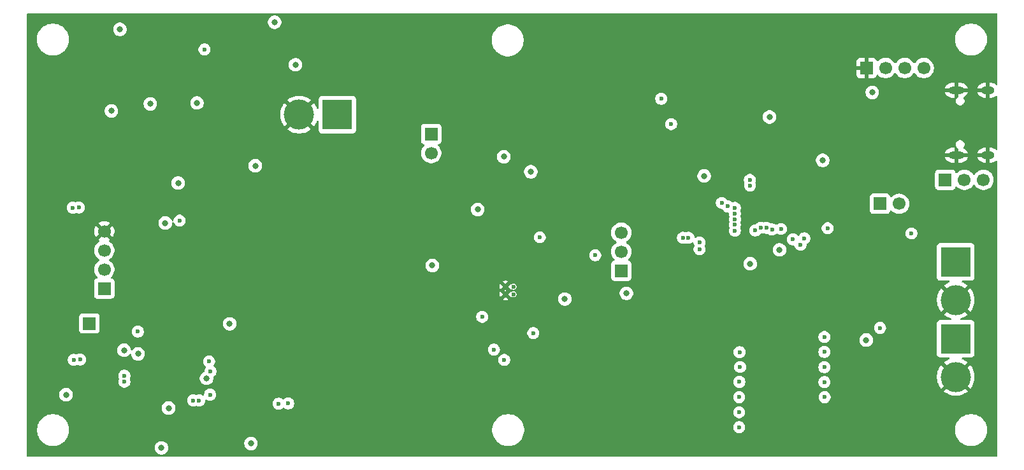
<source format=gbr>
%TF.GenerationSoftware,KiCad,Pcbnew,9.0.6*%
%TF.CreationDate,2025-12-01T10:01:31+02:00*%
%TF.ProjectId,sig_scan_pcb,7369675f-7363-4616-9e5f-7063622e6b69,1*%
%TF.SameCoordinates,Original*%
%TF.FileFunction,Copper,L2,Inr*%
%TF.FilePolarity,Positive*%
%FSLAX46Y46*%
G04 Gerber Fmt 4.6, Leading zero omitted, Abs format (unit mm)*
G04 Created by KiCad (PCBNEW 9.0.6) date 2025-12-01 10:01:31*
%MOMM*%
%LPD*%
G01*
G04 APERTURE LIST*
%TA.AperFunction,ComponentPad*%
%ADD10R,4.000000X4.000000*%
%TD*%
%TA.AperFunction,ComponentPad*%
%ADD11C,4.000000*%
%TD*%
%TA.AperFunction,ComponentPad*%
%ADD12C,0.600000*%
%TD*%
%TA.AperFunction,HeatsinkPad*%
%ADD13O,2.100000X1.000000*%
%TD*%
%TA.AperFunction,HeatsinkPad*%
%ADD14O,1.800000X1.000000*%
%TD*%
%TA.AperFunction,ComponentPad*%
%ADD15R,1.700000X1.700000*%
%TD*%
%TA.AperFunction,ComponentPad*%
%ADD16C,1.700000*%
%TD*%
%TA.AperFunction,ComponentPad*%
%ADD17R,0.900000X0.500000*%
%TD*%
%TA.AperFunction,ViaPad*%
%ADD18C,0.600000*%
%TD*%
%TA.AperFunction,ViaPad*%
%ADD19C,0.800000*%
%TD*%
G04 APERTURE END LIST*
D10*
%TO.N,Net-(D1-A)*%
%TO.C,J2*%
X145338800Y-54533800D03*
D11*
%TO.N,GND*%
X145338800Y-59613799D03*
%TD*%
D12*
%TO.N,GNDA*%
%TO.C,IC2*%
X86588700Y-58848599D03*
X86588700Y-57832599D03*
%TO.N,GND*%
X85521900Y-58848599D03*
X85521900Y-57832599D03*
%TD*%
D10*
%TO.N,+16V*%
%TO.C,J11*%
X145338800Y-64770000D03*
D11*
%TO.N,GND*%
X145338800Y-69849999D03*
%TD*%
D13*
%TO.N,GND*%
%TO.C,J4*%
X145404900Y-40334848D03*
D14*
X149604900Y-40334848D03*
D13*
X145404900Y-31694848D03*
D14*
X149604900Y-31694848D03*
%TD*%
D15*
%TO.N,GND*%
%TO.C,J10*%
X133477000Y-28727400D03*
D16*
%TO.N,Net-(J10-Pin_2)*%
X136017000Y-28727400D03*
%TO.N,Net-(J10-Pin_3)*%
X138556999Y-28727400D03*
%TO.N,+3.3V*%
X141097000Y-28727400D03*
%TD*%
D10*
%TO.N,Net-(D7-A)*%
%TO.C,J14*%
X63169800Y-34933900D03*
D11*
%TO.N,GND*%
X58089801Y-34933900D03*
%TD*%
D15*
%TO.N,+5V*%
%TO.C,J5*%
X143943700Y-43610850D03*
D16*
%TO.N,/VBUS*%
X146483700Y-43610850D03*
%TO.N,Net-(D2-A)*%
X149023699Y-43610850D03*
%TD*%
D15*
%TO.N,Net-(J7-Pin_1)*%
%TO.C,J7*%
X30222892Y-62732016D03*
%TD*%
%TO.N,3.3V*%
%TO.C,J8*%
X32209100Y-58088850D03*
D16*
%TO.N,Net-(J8-Pin_2)*%
X32209100Y-55548850D03*
%TO.N,Net-(J8-Pin_3)*%
X32209100Y-53008851D03*
%TO.N,GND*%
X32209100Y-50468850D03*
%TD*%
D15*
%TO.N,Net-(J6-Pin_1)*%
%TO.C,J6*%
X75641200Y-37515800D03*
D16*
%TO.N,+3.3V*%
X75641200Y-40055800D03*
%TD*%
D15*
%TO.N,GNDA*%
%TO.C,J12*%
X100897299Y-55722598D03*
D16*
%TO.N,Net-(J12-Pin_2)*%
X100897299Y-53182598D03*
%TO.N,Net-(J12-Pin_3)*%
X100897299Y-50642599D03*
%TD*%
D15*
%TO.N,Net-(J9-Pin_1)*%
%TO.C,J9*%
X135275230Y-46799850D03*
D16*
%TO.N,/GPIO48*%
X137815230Y-46799850D03*
%TD*%
D17*
%TO.N,GND*%
%TO.C,AE1*%
X118003381Y-26609800D03*
%TD*%
D18*
%TO.N,GND*%
X43942000Y-56057800D03*
X111201200Y-29413200D03*
X112318800Y-75260200D03*
X43357800Y-44627800D03*
X49657000Y-25374600D03*
X26568400Y-41427400D03*
X117449600Y-29540200D03*
X53517800Y-52781200D03*
X43027600Y-60299600D03*
X45948600Y-58445400D03*
X125425200Y-63144400D03*
X35407600Y-35712400D03*
X53517800Y-39268400D03*
X32894900Y-70001450D03*
X37973000Y-56642000D03*
X53517800Y-68097400D03*
X123315729Y-45252550D03*
X43942000Y-52120800D03*
X23723600Y-54203600D03*
D19*
X113741200Y-38938200D03*
D18*
X123012200Y-26670000D03*
X53517800Y-64516000D03*
X39112500Y-38169450D03*
X45948600Y-55575200D03*
X42750100Y-37641850D03*
X42214800Y-42291000D03*
X89230200Y-26670000D03*
X112318800Y-73634600D03*
X128778000Y-26670000D03*
X106273600Y-26670000D03*
X126822200Y-63144400D03*
X24765000Y-38430200D03*
X131445000Y-63144400D03*
X33604200Y-33147000D03*
X132003800Y-77622400D03*
X23977600Y-42062400D03*
X117424200Y-35382200D03*
X52374800Y-36982400D03*
X39981500Y-71093650D03*
X114350800Y-33223200D03*
X125272800Y-26670000D03*
X46507400Y-41986200D03*
X121615200Y-54102000D03*
X48361600Y-45491400D03*
X53517800Y-34544000D03*
X71704200Y-56057800D03*
X27457400Y-36931600D03*
X30302200Y-52552600D03*
X51714400Y-37719000D03*
X85217000Y-53822600D03*
X43942000Y-54991000D03*
X48564800Y-46431200D03*
X47980600Y-52654200D03*
X29667200Y-53136800D03*
D19*
X131241800Y-46761400D03*
D18*
X117475000Y-28473400D03*
X41327700Y-68248850D03*
X43078400Y-66598800D03*
X53517800Y-61798200D03*
X132334000Y-26670000D03*
X53492400Y-74244200D03*
X43510200Y-47193200D03*
X39965092Y-69732816D03*
X41427400Y-54229000D03*
X47955200Y-56489600D03*
X122123200Y-45237400D03*
X53517800Y-57353200D03*
X104013000Y-26670000D03*
X53517800Y-50063400D03*
X32080200Y-30099000D03*
X35128200Y-34645600D03*
X24130000Y-57912000D03*
X48590200Y-49606200D03*
X45948600Y-53492400D03*
X47955200Y-55549800D03*
X37084000Y-31343600D03*
X40817800Y-61645800D03*
X26492200Y-46075600D03*
X53543200Y-28930600D03*
X53517800Y-42824400D03*
X132080000Y-68783200D03*
X53517800Y-65379600D03*
X88468200Y-22758400D03*
X121843800Y-26670000D03*
X43713400Y-36703000D03*
X29997400Y-48818800D03*
X29718000Y-43865800D03*
X26568400Y-44932600D03*
X53517800Y-62712600D03*
X45237400Y-64236600D03*
X114325400Y-34163000D03*
X43027600Y-58394600D03*
D19*
X34747200Y-61620400D03*
D18*
X53568600Y-26797000D03*
X88468200Y-21767800D03*
X29641800Y-57962800D03*
X116509800Y-41630600D03*
X45770800Y-41325800D03*
X40817800Y-58191400D03*
X50927000Y-37769800D03*
X112318800Y-67411600D03*
X134239000Y-26111200D03*
X53517800Y-60934600D03*
X38305100Y-37362450D03*
D19*
X83219949Y-58546941D03*
D18*
X26593800Y-51282600D03*
X128270000Y-63144400D03*
X26314400Y-33807400D03*
X43535600Y-43713400D03*
X52273200Y-33731200D03*
X124460000Y-45237400D03*
X134239000Y-25095200D03*
X32920300Y-66318450D03*
X24155400Y-46075600D03*
X53517800Y-37465000D03*
X28473400Y-39217600D03*
X49809400Y-33070800D03*
X108686600Y-26670000D03*
D19*
X123926600Y-30429200D03*
D18*
X117449600Y-32181800D03*
X118567200Y-42113200D03*
X112318800Y-79527400D03*
X122123200Y-46355000D03*
X117449600Y-33147000D03*
X30251400Y-33147000D03*
X53517800Y-67183000D03*
X35128200Y-33731200D03*
X24384000Y-39217600D03*
X109296200Y-29235400D03*
X47853600Y-61391800D03*
X53543200Y-23698200D03*
X113233200Y-29387800D03*
X45034200Y-39268400D03*
X53543200Y-21754050D03*
X122123200Y-44069000D03*
X53517800Y-58293000D03*
X53517800Y-55575200D03*
X117856000Y-39801800D03*
X39979600Y-52984400D03*
X47955200Y-58369200D03*
X39016300Y-48487650D03*
X53517800Y-41986200D03*
X123875800Y-63093600D03*
X38584500Y-69722050D03*
X129870200Y-53594000D03*
X26670000Y-39243000D03*
X38862000Y-56515000D03*
X132054600Y-79248000D03*
X53517800Y-73329800D03*
X28752800Y-46075600D03*
X48031400Y-33121600D03*
X46482000Y-62992000D03*
X45948600Y-56515000D03*
X114198400Y-29362400D03*
X53517800Y-48361600D03*
X43942000Y-57912000D03*
X52298600Y-35229800D03*
X27584400Y-46278800D03*
X26593800Y-47218600D03*
X53517800Y-32842200D03*
X88468200Y-23647400D03*
X41579800Y-41656000D03*
X53517800Y-43764200D03*
X48590200Y-48463200D03*
X53517800Y-36499800D03*
D19*
X42214800Y-45923200D03*
D18*
X51562000Y-33274000D03*
X129921000Y-26670000D03*
X42951400Y-42951400D03*
X43027600Y-61163200D03*
X45948600Y-54508400D03*
X43434000Y-48260000D03*
X28854400Y-53086000D03*
X92811600Y-56337200D03*
X27178000Y-33147000D03*
X43027600Y-56642000D03*
X107518200Y-26670000D03*
X50825400Y-33299400D03*
X38584500Y-68248850D03*
X24053800Y-52324000D03*
X24003000Y-45034200D03*
D19*
X143459200Y-32816800D03*
D18*
X26619200Y-48260000D03*
X36220400Y-41046400D03*
X132080000Y-67259200D03*
X53517800Y-66319400D03*
X116763800Y-63144400D03*
X43942000Y-58928000D03*
X98348800Y-26670000D03*
X132105400Y-64363600D03*
X24053800Y-51079400D03*
X45948600Y-52578000D03*
X53517800Y-69037200D03*
X43942000Y-53975000D03*
X32715200Y-47802800D03*
X115112800Y-39979600D03*
X39905300Y-37362450D03*
X112344200Y-64516000D03*
X134239000Y-21971000D03*
X43942000Y-59994800D03*
X53517800Y-49225200D03*
X93700600Y-26670000D03*
X29159200Y-33147000D03*
X26466800Y-42570400D03*
X53517800Y-44704000D03*
X48539400Y-47396400D03*
X91287600Y-26670000D03*
X29616400Y-45237400D03*
X23774400Y-55524400D03*
X99466400Y-26670000D03*
X72999600Y-62128400D03*
X43027600Y-62052200D03*
D19*
X66497200Y-29540200D03*
D18*
X39981500Y-68248850D03*
X109778800Y-26670000D03*
X53543200Y-30378400D03*
X53517800Y-47421800D03*
X53492400Y-76657200D03*
X45948600Y-57429400D03*
X26593800Y-43840400D03*
X40817800Y-59080400D03*
X112318800Y-78155800D03*
X35915600Y-36372800D03*
X142189200Y-49961800D03*
X100457000Y-26670000D03*
X24003000Y-47142400D03*
X44577000Y-64897000D03*
X53543200Y-24790400D03*
X123266200Y-52806600D03*
X124460000Y-46380400D03*
X43942000Y-61874400D03*
X48463200Y-50673000D03*
X42976800Y-73964800D03*
X37873300Y-47243050D03*
X30759400Y-30302200D03*
X94792800Y-26670000D03*
X30327600Y-57302400D03*
D19*
X50342800Y-38404800D03*
D18*
X32486600Y-33147000D03*
X114350800Y-32156400D03*
X124129800Y-26670000D03*
X25400000Y-37642800D03*
X38305100Y-38175250D03*
X120599200Y-26670000D03*
X123317000Y-46380400D03*
X39117900Y-37362450D03*
X41327700Y-69722050D03*
X31775400Y-48691800D03*
X133451600Y-26670000D03*
X34544000Y-33147000D03*
X52400200Y-35991800D03*
X24003000Y-40208200D03*
X27965400Y-57988200D03*
X34239200Y-43002200D03*
X112776000Y-30149800D03*
X102844600Y-26670000D03*
X36372800Y-30759400D03*
X34925000Y-41808400D03*
X39725600Y-56565800D03*
X117449600Y-30835600D03*
X38049200Y-54559200D03*
X112318800Y-76733400D03*
D19*
X82389824Y-57624174D03*
D18*
X48006000Y-43383200D03*
X119634000Y-40157400D03*
X132105400Y-65760600D03*
X123317000Y-44069000D03*
X113309400Y-32105600D03*
X24104600Y-41122600D03*
X43027600Y-57505600D03*
X130124200Y-41503600D03*
X113334800Y-26670000D03*
X53492400Y-77622400D03*
X47244000Y-62204600D03*
X34188400Y-47167800D03*
X53517800Y-33655000D03*
X29464000Y-66167000D03*
X83616800Y-64109600D03*
X43434000Y-49276000D03*
X41327700Y-71119050D03*
X34721800Y-45618400D03*
X97180400Y-26670000D03*
X53517800Y-59156600D03*
X45847000Y-63627000D03*
X132080000Y-70586600D03*
X39930700Y-38962650D03*
X113131600Y-63169800D03*
X40767000Y-41122600D03*
X134236100Y-23037800D03*
X94945200Y-62331600D03*
X42113200Y-54914800D03*
X44424600Y-38633400D03*
X34112200Y-52222400D03*
X43357800Y-46355000D03*
X39905300Y-38175250D03*
X53517800Y-69900800D03*
X33274000Y-51739800D03*
X114325400Y-34975800D03*
X29210000Y-30302200D03*
X88468200Y-25806400D03*
X112318800Y-72212200D03*
X112318800Y-68935600D03*
X45948600Y-59512200D03*
X43942000Y-60934600D03*
X127685800Y-26670000D03*
X110921800Y-26670000D03*
X31394400Y-33147000D03*
X47955200Y-57454800D03*
X88468200Y-24739600D03*
X132080000Y-72059800D03*
X112725200Y-53924200D03*
X43027600Y-62992000D03*
X24053800Y-53238400D03*
X43942000Y-56997600D03*
X47244000Y-42773600D03*
X124460000Y-44043600D03*
X110210600Y-29387800D03*
X132054600Y-73380600D03*
X115773200Y-40944800D03*
X81788000Y-69443600D03*
X114757200Y-39014400D03*
X53492400Y-72440800D03*
X114401600Y-38074600D03*
X40843200Y-60833000D03*
X38100000Y-52654200D03*
X45897800Y-39420800D03*
X44551600Y-35864800D03*
X30988000Y-51917600D03*
X39090600Y-52705000D03*
X129844800Y-63144400D03*
X119456200Y-26670000D03*
D19*
X141351000Y-44297600D03*
D18*
X40817800Y-59918600D03*
X48539400Y-44551600D03*
X117424200Y-38938200D03*
X28829000Y-57988200D03*
X30073600Y-36753800D03*
X43942000Y-53060600D03*
X53517800Y-63652400D03*
X23723600Y-56794400D03*
X30480000Y-56515000D03*
X26593800Y-50241200D03*
X117475000Y-27533600D03*
X47955200Y-54559200D03*
X53517800Y-51003200D03*
X109220000Y-28016200D03*
X117602000Y-41808400D03*
X94742000Y-50444400D03*
X112166400Y-26670000D03*
X33705800Y-56667400D03*
X47955200Y-53619400D03*
X90220800Y-26670000D03*
X95935800Y-26670000D03*
X53517800Y-41122600D03*
X26593800Y-40284400D03*
X26390600Y-37084000D03*
X53517800Y-45643800D03*
D19*
X115138200Y-44602400D03*
D18*
X134239000Y-24003000D03*
X34622100Y-79272450D03*
X24053800Y-50088800D03*
X42722800Y-55727600D03*
X26619200Y-49225200D03*
X26238200Y-30353000D03*
X53517800Y-40182800D03*
X53517800Y-59994800D03*
X40309800Y-57073800D03*
X43027600Y-59334400D03*
X28117800Y-33147000D03*
X40767000Y-53568600D03*
X45948600Y-51638200D03*
X43434000Y-50215800D03*
X40665400Y-63246000D03*
X121361200Y-63119000D03*
X53517800Y-54635400D03*
X114401600Y-26670000D03*
X45948600Y-60452000D03*
X53517800Y-38404800D03*
X47980600Y-60325000D03*
X112344200Y-65913000D03*
X53492400Y-71755000D03*
X34721800Y-44196000D03*
X45770800Y-34645600D03*
X39268400Y-54660800D03*
X117424200Y-36576000D03*
X39117900Y-38962650D03*
X43738800Y-65735200D03*
X45237400Y-38023800D03*
X38584500Y-71119050D03*
X34671000Y-57073800D03*
X47980600Y-51714400D03*
X40817800Y-62484000D03*
X53492400Y-80137000D03*
X43942000Y-51130200D03*
X32486600Y-64338200D03*
X40817800Y-57556400D03*
X27990800Y-53086000D03*
X117398800Y-37592000D03*
X48920400Y-32816800D03*
X112318800Y-70739000D03*
X53517800Y-46507400D03*
X53517800Y-51866800D03*
X89103200Y-56464200D03*
X53517800Y-56438800D03*
X135434700Y-36219450D03*
X29718000Y-39065200D03*
X52298600Y-34544000D03*
X43510200Y-45516800D03*
X126517400Y-26670000D03*
X105130600Y-26670000D03*
X117932200Y-63144400D03*
X101600000Y-26670000D03*
X47980600Y-59410600D03*
X112776000Y-31191200D03*
X53517800Y-53721000D03*
X131165600Y-26670000D03*
X92532200Y-26670000D03*
X53517800Y-35560000D03*
X38305100Y-38937250D03*
X35052000Y-52019200D03*
X53543200Y-25857200D03*
X45618400Y-35509200D03*
X117449600Y-34366200D03*
X27508200Y-38887400D03*
X112166400Y-29438600D03*
X25349200Y-57937400D03*
D19*
%TO.N,+3.3V*%
X118033800Y-54787800D03*
X127660400Y-41021000D03*
X120586900Y-35254250D03*
X133451600Y-64947800D03*
X134240900Y-31977650D03*
X88874600Y-42545000D03*
X85293200Y-40538400D03*
X54837650Y-22632350D03*
X111914300Y-43102850D03*
X121933100Y-52932650D03*
D18*
%TO.N,/USBD+*%
X44043600Y-72974200D03*
X128320800Y-50063400D03*
X109829600Y-51333400D03*
X124714000Y-52273200D03*
D19*
%TO.N,+5V*%
X57607200Y-28295600D03*
D18*
%TO.N,/USBD-*%
X44805600Y-72974200D03*
X109079597Y-51333400D03*
%TO.N,/GPIO0*%
X118004284Y-44375701D03*
X107531300Y-36194050D03*
%TO.N,/CHIP_PU*%
X117983000Y-43626000D03*
X106210500Y-32815850D03*
%TO.N,+1V2*%
X46306100Y-69132816D03*
X46261092Y-72211250D03*
X46126400Y-67782816D03*
%TO.N,/GPIO13*%
X120929400Y-50227800D03*
X127889000Y-66522600D03*
%TO.N,/SCL*%
X111302800Y-52857400D03*
X56642000Y-73380600D03*
X34874200Y-69697600D03*
%TO.N,/GPIO4{slash}BCLK*%
X116560600Y-72542400D03*
X115999647Y-48104551D03*
%TO.N,/GPIO15*%
X135280400Y-63322200D03*
X123714600Y-51543340D03*
%TO.N,/GPIO11*%
X119405400Y-49987200D03*
X127889000Y-70535800D03*
%TO.N,/GPIO10*%
X118694200Y-50342800D03*
X127914400Y-72542400D03*
%TO.N,/GPIO5{slash}FSYNC*%
X116586000Y-70510400D03*
X116006617Y-48854521D03*
%TO.N,/GPIO6{slash}DOUT*%
X115987892Y-49604289D03*
X116687600Y-68529200D03*
%TO.N,/GPIO1*%
X114249200Y-46685200D03*
X45516800Y-26262651D03*
%TO.N,/GPIO7{slash}DIN*%
X116611400Y-66548000D03*
X116001800Y-50368200D03*
%TO.N,/GPIO3*%
X116560600Y-74549000D03*
X116002692Y-47354554D03*
%TO.N,/SDA*%
X34874200Y-70485000D03*
X55372000Y-73406000D03*
X111302800Y-51943000D03*
%TO.N,/GPIO12*%
X127889000Y-68554600D03*
X120175309Y-49995109D03*
%TO.N,/GPIO14*%
X122113618Y-50155418D03*
X127889000Y-64541400D03*
D19*
%TO.N,3.3V*%
X45791464Y-70033486D03*
X33147000Y-34442400D03*
X44528100Y-33372850D03*
X39803700Y-79297850D03*
X27129100Y-72211250D03*
X42013500Y-44042650D03*
X34281700Y-23580450D03*
X52275100Y-41731250D03*
X34825300Y-66293050D03*
X40311700Y-49351250D03*
X51689000Y-78714600D03*
X40743500Y-73989250D03*
X38311500Y-33501650D03*
%TO.N,GNDA*%
X101574600Y-58724800D03*
X75793600Y-55016400D03*
X93395800Y-59486800D03*
X81815299Y-47558999D03*
D18*
%TO.N,/VREF*%
X90068400Y-51257200D03*
X97434400Y-53644800D03*
%TO.N,Net-(D6-K)*%
X82423000Y-61849000D03*
X89204800Y-64008000D03*
%TO.N,Net-(IC2-HIDRV)*%
X85344000Y-67589400D03*
X83972400Y-66217800D03*
%TO.N,Net-(U5-XI)*%
X42216700Y-49046450D03*
X36668100Y-63811458D03*
%TO.N,Net-(U5-I2C_SCLT)*%
X28989535Y-67545364D03*
X28830900Y-47293850D03*
%TO.N,Net-(U5-I2C_SDAT)*%
X28031372Y-47321420D03*
X28143200Y-67564000D03*
D19*
%TO.N,Net-(U5-AGC_IF)*%
X48869600Y-62789750D03*
X36679500Y-66775650D03*
D18*
%TO.N,Net-(U4-GPIO18)*%
X139446000Y-50749200D03*
X125222000Y-51409600D03*
%TO.N,/GPIO2*%
X116560600Y-76555600D03*
X115030589Y-47146964D03*
%TD*%
%TA.AperFunction,Conductor*%
%TO.N,GND*%
G36*
X150831239Y-21474235D02*
G01*
X150876994Y-21527039D01*
X150888200Y-21578550D01*
X150888200Y-30864571D01*
X150868515Y-30931610D01*
X150815711Y-30977365D01*
X150746553Y-30987309D01*
X150682997Y-30958284D01*
X150676519Y-30952252D01*
X150642366Y-30918099D01*
X150642362Y-30918096D01*
X150478584Y-30808662D01*
X150478571Y-30808655D01*
X150296593Y-30733278D01*
X150296581Y-30733275D01*
X150103395Y-30694848D01*
X149854900Y-30694848D01*
X149854900Y-31394848D01*
X149354900Y-31394848D01*
X149354900Y-30694848D01*
X149106404Y-30694848D01*
X148913218Y-30733275D01*
X148913206Y-30733278D01*
X148731228Y-30808655D01*
X148731215Y-30808662D01*
X148567437Y-30918096D01*
X148567433Y-30918099D01*
X148428151Y-31057381D01*
X148428148Y-31057385D01*
X148318714Y-31221163D01*
X148318707Y-31221176D01*
X148243330Y-31403155D01*
X148243330Y-31403157D01*
X148235038Y-31444848D01*
X149037912Y-31444848D01*
X149020695Y-31454788D01*
X148964840Y-31510643D01*
X148925344Y-31579052D01*
X148904900Y-31655352D01*
X148904900Y-31734344D01*
X148925344Y-31810644D01*
X148964840Y-31879053D01*
X149020695Y-31934908D01*
X149037912Y-31944848D01*
X148235038Y-31944848D01*
X148243330Y-31986538D01*
X148243330Y-31986540D01*
X148318707Y-32168519D01*
X148318714Y-32168532D01*
X148428148Y-32332310D01*
X148428151Y-32332314D01*
X148567433Y-32471596D01*
X148567437Y-32471599D01*
X148731215Y-32581033D01*
X148731228Y-32581040D01*
X148913206Y-32656417D01*
X148913218Y-32656420D01*
X149106404Y-32694847D01*
X149106408Y-32694848D01*
X149354900Y-32694848D01*
X149354900Y-31994848D01*
X149854900Y-31994848D01*
X149854900Y-32694848D01*
X150103392Y-32694848D01*
X150103395Y-32694847D01*
X150296581Y-32656420D01*
X150296593Y-32656417D01*
X150478571Y-32581040D01*
X150478584Y-32581033D01*
X150642362Y-32471599D01*
X150642366Y-32471596D01*
X150676519Y-32437444D01*
X150737842Y-32403959D01*
X150807534Y-32408943D01*
X150863467Y-32450815D01*
X150887884Y-32516279D01*
X150888200Y-32525125D01*
X150888200Y-39504571D01*
X150868515Y-39571610D01*
X150815711Y-39617365D01*
X150746553Y-39627309D01*
X150682997Y-39598284D01*
X150676519Y-39592252D01*
X150642366Y-39558099D01*
X150642362Y-39558096D01*
X150478584Y-39448662D01*
X150478571Y-39448655D01*
X150296593Y-39373278D01*
X150296581Y-39373275D01*
X150103395Y-39334848D01*
X149854900Y-39334848D01*
X149854900Y-40034848D01*
X149354900Y-40034848D01*
X149354900Y-39334848D01*
X149106404Y-39334848D01*
X148913218Y-39373275D01*
X148913206Y-39373278D01*
X148731228Y-39448655D01*
X148731215Y-39448662D01*
X148567437Y-39558096D01*
X148567433Y-39558099D01*
X148428151Y-39697381D01*
X148428148Y-39697385D01*
X148318714Y-39861163D01*
X148318707Y-39861176D01*
X148243330Y-40043155D01*
X148243330Y-40043157D01*
X148235038Y-40084848D01*
X149037912Y-40084848D01*
X149020695Y-40094788D01*
X148964840Y-40150643D01*
X148925344Y-40219052D01*
X148904900Y-40295352D01*
X148904900Y-40374344D01*
X148925344Y-40450644D01*
X148964840Y-40519053D01*
X149020695Y-40574908D01*
X149037912Y-40584848D01*
X148235038Y-40584848D01*
X148243330Y-40626538D01*
X148243330Y-40626540D01*
X148318707Y-40808519D01*
X148318714Y-40808532D01*
X148428148Y-40972310D01*
X148428151Y-40972314D01*
X148567433Y-41111596D01*
X148567437Y-41111599D01*
X148731215Y-41221033D01*
X148731228Y-41221040D01*
X148913206Y-41296417D01*
X148913218Y-41296420D01*
X149106404Y-41334847D01*
X149106408Y-41334848D01*
X149354900Y-41334848D01*
X149354900Y-40634848D01*
X149854900Y-40634848D01*
X149854900Y-41334848D01*
X150103392Y-41334848D01*
X150103395Y-41334847D01*
X150296581Y-41296420D01*
X150296593Y-41296417D01*
X150478571Y-41221040D01*
X150478584Y-41221033D01*
X150642362Y-41111599D01*
X150642366Y-41111596D01*
X150676519Y-41077444D01*
X150737842Y-41043959D01*
X150807534Y-41048943D01*
X150863467Y-41090815D01*
X150887884Y-41156279D01*
X150888200Y-41165125D01*
X150888200Y-80329550D01*
X150868515Y-80396589D01*
X150815711Y-80442344D01*
X150764200Y-80453550D01*
X22013200Y-80453550D01*
X21946161Y-80433865D01*
X21900406Y-80381061D01*
X21889200Y-80329550D01*
X21889200Y-79209154D01*
X38903200Y-79209154D01*
X38903200Y-79386545D01*
X38937803Y-79560508D01*
X38937806Y-79560517D01*
X39005683Y-79724390D01*
X39005690Y-79724403D01*
X39104235Y-79871884D01*
X39104238Y-79871888D01*
X39229661Y-79997311D01*
X39229665Y-79997314D01*
X39377146Y-80095859D01*
X39377159Y-80095866D01*
X39500063Y-80146773D01*
X39541034Y-80163744D01*
X39541036Y-80163744D01*
X39541041Y-80163746D01*
X39715004Y-80198349D01*
X39715007Y-80198350D01*
X39715009Y-80198350D01*
X39892393Y-80198350D01*
X39892394Y-80198349D01*
X39950382Y-80186814D01*
X40066358Y-80163746D01*
X40066361Y-80163744D01*
X40066366Y-80163744D01*
X40230247Y-80095863D01*
X40377735Y-79997314D01*
X40503164Y-79871885D01*
X40601713Y-79724397D01*
X40669594Y-79560516D01*
X40679124Y-79512609D01*
X40704199Y-79386545D01*
X40704200Y-79386543D01*
X40704200Y-79209156D01*
X40704199Y-79209154D01*
X40669596Y-79035191D01*
X40669593Y-79035182D01*
X40665926Y-79026330D01*
X40632682Y-78946069D01*
X40601716Y-78871309D01*
X40601709Y-78871296D01*
X40503164Y-78723815D01*
X40503161Y-78723811D01*
X40405254Y-78625904D01*
X50788500Y-78625904D01*
X50788500Y-78803295D01*
X50823103Y-78977258D01*
X50823106Y-78977267D01*
X50890983Y-79141140D01*
X50890990Y-79141153D01*
X50989535Y-79288634D01*
X50989538Y-79288638D01*
X51114961Y-79414061D01*
X51114965Y-79414064D01*
X51262446Y-79512609D01*
X51262459Y-79512616D01*
X51378083Y-79560508D01*
X51426334Y-79580494D01*
X51426336Y-79580494D01*
X51426341Y-79580496D01*
X51600304Y-79615099D01*
X51600307Y-79615100D01*
X51600309Y-79615100D01*
X51777693Y-79615100D01*
X51777694Y-79615099D01*
X51835682Y-79603564D01*
X51951658Y-79580496D01*
X51951661Y-79580494D01*
X51951666Y-79580494D01*
X52115547Y-79512613D01*
X52263035Y-79414064D01*
X52388464Y-79288635D01*
X52487013Y-79141147D01*
X52554894Y-78977266D01*
X52559479Y-78954219D01*
X52580687Y-78847595D01*
X52589500Y-78803291D01*
X52589500Y-78625909D01*
X52589500Y-78625906D01*
X52589499Y-78625904D01*
X52554896Y-78451941D01*
X52554893Y-78451932D01*
X52487016Y-78288059D01*
X52487009Y-78288046D01*
X52388464Y-78140565D01*
X52388461Y-78140561D01*
X52263038Y-78015138D01*
X52263034Y-78015135D01*
X52115553Y-77916590D01*
X52115540Y-77916583D01*
X51951667Y-77848706D01*
X51951658Y-77848703D01*
X51777694Y-77814100D01*
X51777691Y-77814100D01*
X51600309Y-77814100D01*
X51600306Y-77814100D01*
X51426341Y-77848703D01*
X51426332Y-77848706D01*
X51262459Y-77916583D01*
X51262446Y-77916590D01*
X51114965Y-78015135D01*
X51114961Y-78015138D01*
X50989538Y-78140561D01*
X50989535Y-78140565D01*
X50890990Y-78288046D01*
X50890983Y-78288059D01*
X50823106Y-78451932D01*
X50823103Y-78451941D01*
X50788500Y-78625904D01*
X40405254Y-78625904D01*
X40377738Y-78598388D01*
X40377734Y-78598385D01*
X40230253Y-78499840D01*
X40230240Y-78499833D01*
X40066367Y-78431956D01*
X40066358Y-78431953D01*
X39892394Y-78397350D01*
X39892391Y-78397350D01*
X39715009Y-78397350D01*
X39715006Y-78397350D01*
X39541041Y-78431953D01*
X39541032Y-78431956D01*
X39377159Y-78499833D01*
X39377146Y-78499840D01*
X39229665Y-78598385D01*
X39229661Y-78598388D01*
X39104238Y-78723811D01*
X39104235Y-78723815D01*
X39005690Y-78871296D01*
X39005683Y-78871309D01*
X38937806Y-79035182D01*
X38937803Y-79035191D01*
X38903200Y-79209154D01*
X21889200Y-79209154D01*
X21889200Y-76789744D01*
X23269800Y-76789744D01*
X23269800Y-77068357D01*
X23269801Y-77068373D01*
X23306166Y-77344594D01*
X23306167Y-77344599D01*
X23306168Y-77344605D01*
X23378281Y-77613735D01*
X23378284Y-77613745D01*
X23484904Y-77871148D01*
X23484909Y-77871159D01*
X23624214Y-78112441D01*
X23624225Y-78112457D01*
X23793833Y-78333495D01*
X23793839Y-78333502D01*
X23990847Y-78530510D01*
X23990854Y-78530516D01*
X24079303Y-78598385D01*
X24211901Y-78700131D01*
X24211908Y-78700135D01*
X24453190Y-78839440D01*
X24453195Y-78839442D01*
X24453198Y-78839444D01*
X24710614Y-78946069D01*
X24979745Y-79018182D01*
X25255986Y-79054550D01*
X25255993Y-79054550D01*
X25534605Y-79054550D01*
X25534612Y-79054550D01*
X25810853Y-79018182D01*
X26079984Y-78946069D01*
X26337400Y-78839444D01*
X26578697Y-78700131D01*
X26799745Y-78530515D01*
X26996763Y-78333497D01*
X27166379Y-78112449D01*
X27305692Y-77871152D01*
X27412317Y-77613736D01*
X27484430Y-77344605D01*
X27520798Y-77068364D01*
X27520798Y-76797894D01*
X83751901Y-76797894D01*
X83751901Y-77076507D01*
X83751902Y-77076523D01*
X83788267Y-77352744D01*
X83788268Y-77352749D01*
X83788269Y-77352755D01*
X83858201Y-77613745D01*
X83860382Y-77621885D01*
X83860385Y-77621895D01*
X83967005Y-77879298D01*
X83967010Y-77879309D01*
X84106315Y-78120591D01*
X84106326Y-78120607D01*
X84275934Y-78341645D01*
X84275940Y-78341652D01*
X84472948Y-78538660D01*
X84472955Y-78538666D01*
X84586646Y-78625904D01*
X84694002Y-78708281D01*
X84694009Y-78708285D01*
X84935291Y-78847590D01*
X84935296Y-78847592D01*
X84935299Y-78847594D01*
X85097623Y-78914830D01*
X85173036Y-78946068D01*
X85192715Y-78954219D01*
X85461846Y-79026332D01*
X85738087Y-79062700D01*
X85738094Y-79062700D01*
X86016706Y-79062700D01*
X86016713Y-79062700D01*
X86292954Y-79026332D01*
X86562085Y-78954219D01*
X86819501Y-78847594D01*
X87060798Y-78708281D01*
X87281846Y-78538665D01*
X87478864Y-78341647D01*
X87648480Y-78120599D01*
X87787793Y-77879302D01*
X87894418Y-77621886D01*
X87966531Y-77352755D01*
X88002899Y-77076514D01*
X88002899Y-76797888D01*
X87966531Y-76521647D01*
X87954502Y-76476753D01*
X115760100Y-76476753D01*
X115760100Y-76634446D01*
X115790861Y-76789089D01*
X115790864Y-76789101D01*
X115851202Y-76934772D01*
X115851209Y-76934785D01*
X115938810Y-77065888D01*
X115938813Y-77065892D01*
X116050307Y-77177386D01*
X116050311Y-77177389D01*
X116181414Y-77264990D01*
X116181427Y-77264997D01*
X116327098Y-77325335D01*
X116327103Y-77325337D01*
X116464942Y-77352755D01*
X116481753Y-77356099D01*
X116481756Y-77356100D01*
X116481758Y-77356100D01*
X116639444Y-77356100D01*
X116639445Y-77356099D01*
X116794097Y-77325337D01*
X116939779Y-77264994D01*
X117070889Y-77177389D01*
X117182389Y-77065889D01*
X117269994Y-76934779D01*
X117330069Y-76789744D01*
X145252800Y-76789744D01*
X145252800Y-77068357D01*
X145252801Y-77068373D01*
X145289166Y-77344594D01*
X145289167Y-77344599D01*
X145289168Y-77344605D01*
X145361281Y-77613735D01*
X145361284Y-77613745D01*
X145467904Y-77871148D01*
X145467909Y-77871159D01*
X145607214Y-78112441D01*
X145607225Y-78112457D01*
X145776833Y-78333495D01*
X145776839Y-78333502D01*
X145973847Y-78530510D01*
X145973854Y-78530516D01*
X146062303Y-78598385D01*
X146194901Y-78700131D01*
X146194908Y-78700135D01*
X146436190Y-78839440D01*
X146436195Y-78839442D01*
X146436198Y-78839444D01*
X146693614Y-78946069D01*
X146962745Y-79018182D01*
X147238986Y-79054550D01*
X147238993Y-79054550D01*
X147517605Y-79054550D01*
X147517612Y-79054550D01*
X147793853Y-79018182D01*
X148062984Y-78946069D01*
X148320400Y-78839444D01*
X148561697Y-78700131D01*
X148782745Y-78530515D01*
X148979763Y-78333497D01*
X149149379Y-78112449D01*
X149288692Y-77871152D01*
X149395317Y-77613736D01*
X149467430Y-77344605D01*
X149503798Y-77068364D01*
X149503798Y-76789738D01*
X149467430Y-76513497D01*
X149395317Y-76244366D01*
X149288692Y-75986950D01*
X149288690Y-75986947D01*
X149288688Y-75986942D01*
X149149383Y-75745660D01*
X149149379Y-75745653D01*
X149100544Y-75682011D01*
X148979764Y-75524606D01*
X148979758Y-75524599D01*
X148782750Y-75327591D01*
X148782743Y-75327585D01*
X148561705Y-75157977D01*
X148561703Y-75157975D01*
X148561697Y-75157971D01*
X148561692Y-75157968D01*
X148561689Y-75157966D01*
X148320407Y-75018661D01*
X148320396Y-75018656D01*
X148062993Y-74912036D01*
X148062986Y-74912034D01*
X148062984Y-74912033D01*
X147793853Y-74839920D01*
X147793847Y-74839919D01*
X147793842Y-74839918D01*
X147517621Y-74803553D01*
X147517618Y-74803552D01*
X147517612Y-74803552D01*
X147238986Y-74803552D01*
X147238980Y-74803552D01*
X147238976Y-74803553D01*
X146962755Y-74839918D01*
X146962748Y-74839919D01*
X146962745Y-74839920D01*
X146776780Y-74889749D01*
X146693614Y-74912033D01*
X146693604Y-74912036D01*
X146436201Y-75018656D01*
X146436190Y-75018661D01*
X146194908Y-75157966D01*
X146194892Y-75157977D01*
X145973854Y-75327585D01*
X145973847Y-75327591D01*
X145776839Y-75524599D01*
X145776833Y-75524606D01*
X145607225Y-75745644D01*
X145607214Y-75745660D01*
X145467909Y-75986942D01*
X145467904Y-75986953D01*
X145361284Y-76244356D01*
X145361281Y-76244366D01*
X145293127Y-76498724D01*
X145289169Y-76513494D01*
X145289166Y-76513507D01*
X145252801Y-76789728D01*
X145252800Y-76789744D01*
X117330069Y-76789744D01*
X117330337Y-76789097D01*
X117354715Y-76666542D01*
X117361100Y-76634444D01*
X117361100Y-76476755D01*
X117361099Y-76476753D01*
X117335817Y-76349652D01*
X117330337Y-76322103D01*
X117330335Y-76322098D01*
X117269997Y-76176427D01*
X117269990Y-76176414D01*
X117182389Y-76045311D01*
X117182386Y-76045307D01*
X117070892Y-75933813D01*
X117070888Y-75933810D01*
X116939785Y-75846209D01*
X116939772Y-75846202D01*
X116794101Y-75785864D01*
X116794089Y-75785861D01*
X116639445Y-75755100D01*
X116639442Y-75755100D01*
X116481758Y-75755100D01*
X116481755Y-75755100D01*
X116327110Y-75785861D01*
X116327098Y-75785864D01*
X116181427Y-75846202D01*
X116181414Y-75846209D01*
X116050311Y-75933810D01*
X116050307Y-75933813D01*
X115938813Y-76045307D01*
X115938810Y-76045311D01*
X115851209Y-76176414D01*
X115851202Y-76176427D01*
X115790864Y-76322098D01*
X115790861Y-76322110D01*
X115760100Y-76476753D01*
X87954502Y-76476753D01*
X87894418Y-76252516D01*
X87862898Y-76176421D01*
X87787794Y-75995103D01*
X87787789Y-75995092D01*
X87648484Y-75753810D01*
X87648480Y-75753803D01*
X87478864Y-75532755D01*
X87478859Y-75532749D01*
X87281851Y-75335741D01*
X87281844Y-75335735D01*
X87060806Y-75166127D01*
X87060804Y-75166125D01*
X87060798Y-75166121D01*
X87060793Y-75166118D01*
X87060790Y-75166116D01*
X86819508Y-75026811D01*
X86819497Y-75026806D01*
X86562094Y-74920186D01*
X86562087Y-74920184D01*
X86562085Y-74920183D01*
X86292954Y-74848070D01*
X86292948Y-74848069D01*
X86292943Y-74848068D01*
X86016722Y-74811703D01*
X86016719Y-74811702D01*
X86016713Y-74811702D01*
X85738087Y-74811702D01*
X85738081Y-74811702D01*
X85738077Y-74811703D01*
X85461856Y-74848068D01*
X85461849Y-74848069D01*
X85461846Y-74848070D01*
X85306297Y-74889749D01*
X85192715Y-74920183D01*
X85192705Y-74920186D01*
X84935302Y-75026806D01*
X84935291Y-75026811D01*
X84694009Y-75166116D01*
X84693993Y-75166127D01*
X84472955Y-75335735D01*
X84472948Y-75335741D01*
X84275940Y-75532749D01*
X84275934Y-75532756D01*
X84106326Y-75753794D01*
X84106315Y-75753810D01*
X83967010Y-75995092D01*
X83967005Y-75995103D01*
X83860385Y-76252506D01*
X83860382Y-76252516D01*
X83788272Y-76521638D01*
X83788270Y-76521644D01*
X83788267Y-76521657D01*
X83751902Y-76797878D01*
X83751901Y-76797894D01*
X27520798Y-76797894D01*
X27520798Y-76789738D01*
X27484430Y-76513497D01*
X27412317Y-76244366D01*
X27305692Y-75986950D01*
X27305690Y-75986947D01*
X27305688Y-75986942D01*
X27166383Y-75745660D01*
X27166379Y-75745653D01*
X27117544Y-75682011D01*
X26996764Y-75524606D01*
X26996758Y-75524599D01*
X26799750Y-75327591D01*
X26799743Y-75327585D01*
X26578705Y-75157977D01*
X26578703Y-75157975D01*
X26578697Y-75157971D01*
X26578692Y-75157968D01*
X26578689Y-75157966D01*
X26337407Y-75018661D01*
X26337396Y-75018656D01*
X26079993Y-74912036D01*
X26079986Y-74912034D01*
X26079984Y-74912033D01*
X25810853Y-74839920D01*
X25810847Y-74839919D01*
X25810842Y-74839918D01*
X25534621Y-74803553D01*
X25534618Y-74803552D01*
X25534612Y-74803552D01*
X25255986Y-74803552D01*
X25255980Y-74803552D01*
X25255976Y-74803553D01*
X24979755Y-74839918D01*
X24979748Y-74839919D01*
X24979745Y-74839920D01*
X24793780Y-74889749D01*
X24710614Y-74912033D01*
X24710604Y-74912036D01*
X24453201Y-75018656D01*
X24453190Y-75018661D01*
X24211908Y-75157966D01*
X24211892Y-75157977D01*
X23990854Y-75327585D01*
X23990847Y-75327591D01*
X23793839Y-75524599D01*
X23793833Y-75524606D01*
X23624225Y-75745644D01*
X23624214Y-75745660D01*
X23484909Y-75986942D01*
X23484904Y-75986953D01*
X23378284Y-76244356D01*
X23378281Y-76244366D01*
X23310127Y-76498724D01*
X23306169Y-76513494D01*
X23306166Y-76513507D01*
X23269801Y-76789728D01*
X23269800Y-76789744D01*
X21889200Y-76789744D01*
X21889200Y-73900554D01*
X39843000Y-73900554D01*
X39843000Y-74077945D01*
X39877603Y-74251908D01*
X39877606Y-74251917D01*
X39945483Y-74415790D01*
X39945490Y-74415803D01*
X40044035Y-74563284D01*
X40044038Y-74563288D01*
X40169461Y-74688711D01*
X40169465Y-74688714D01*
X40316946Y-74787259D01*
X40316959Y-74787266D01*
X40439863Y-74838173D01*
X40480834Y-74855144D01*
X40480836Y-74855144D01*
X40480841Y-74855146D01*
X40654804Y-74889749D01*
X40654807Y-74889750D01*
X40654809Y-74889750D01*
X40832193Y-74889750D01*
X40832194Y-74889749D01*
X40890182Y-74878214D01*
X41006158Y-74855146D01*
X41006161Y-74855144D01*
X41006166Y-74855144D01*
X41170047Y-74787263D01*
X41317535Y-74688714D01*
X41442964Y-74563285D01*
X41505193Y-74470153D01*
X115760100Y-74470153D01*
X115760100Y-74627846D01*
X115790861Y-74782489D01*
X115790864Y-74782501D01*
X115851202Y-74928172D01*
X115851209Y-74928185D01*
X115938810Y-75059288D01*
X115938813Y-75059292D01*
X116050307Y-75170786D01*
X116050311Y-75170789D01*
X116181414Y-75258390D01*
X116181427Y-75258397D01*
X116327098Y-75318735D01*
X116327103Y-75318737D01*
X116481753Y-75349499D01*
X116481756Y-75349500D01*
X116481758Y-75349500D01*
X116639444Y-75349500D01*
X116639445Y-75349499D01*
X116794097Y-75318737D01*
X116939779Y-75258394D01*
X117070889Y-75170789D01*
X117182389Y-75059289D01*
X117269994Y-74928179D01*
X117330337Y-74782497D01*
X117361100Y-74627842D01*
X117361100Y-74470158D01*
X117361100Y-74470155D01*
X117361099Y-74470153D01*
X117330338Y-74315510D01*
X117330337Y-74315503D01*
X117303999Y-74251916D01*
X117269997Y-74169827D01*
X117269990Y-74169814D01*
X117182389Y-74038711D01*
X117182386Y-74038707D01*
X117070892Y-73927213D01*
X117070888Y-73927210D01*
X116939785Y-73839609D01*
X116939772Y-73839602D01*
X116794101Y-73779264D01*
X116794089Y-73779261D01*
X116639445Y-73748500D01*
X116639442Y-73748500D01*
X116481758Y-73748500D01*
X116481755Y-73748500D01*
X116327110Y-73779261D01*
X116327098Y-73779264D01*
X116181427Y-73839602D01*
X116181414Y-73839609D01*
X116050311Y-73927210D01*
X116050307Y-73927213D01*
X115938813Y-74038707D01*
X115938810Y-74038711D01*
X115851209Y-74169814D01*
X115851202Y-74169827D01*
X115790864Y-74315498D01*
X115790861Y-74315510D01*
X115760100Y-74470153D01*
X41505193Y-74470153D01*
X41541513Y-74415797D01*
X41609394Y-74251916D01*
X41623481Y-74181099D01*
X41643999Y-74077945D01*
X41644000Y-74077943D01*
X41644000Y-73900556D01*
X41643999Y-73900554D01*
X41609396Y-73726591D01*
X41609393Y-73726582D01*
X41541516Y-73562709D01*
X41541509Y-73562696D01*
X41442964Y-73415215D01*
X41442961Y-73415211D01*
X41317538Y-73289788D01*
X41317534Y-73289785D01*
X41170053Y-73191240D01*
X41170040Y-73191233D01*
X41006167Y-73123356D01*
X41006158Y-73123353D01*
X40832194Y-73088750D01*
X40832191Y-73088750D01*
X40654809Y-73088750D01*
X40654806Y-73088750D01*
X40480841Y-73123353D01*
X40480832Y-73123356D01*
X40316959Y-73191233D01*
X40316946Y-73191240D01*
X40169465Y-73289785D01*
X40169461Y-73289788D01*
X40044038Y-73415211D01*
X40044035Y-73415215D01*
X39945490Y-73562696D01*
X39945483Y-73562709D01*
X39877606Y-73726582D01*
X39877603Y-73726591D01*
X39843000Y-73900554D01*
X21889200Y-73900554D01*
X21889200Y-72122554D01*
X26228600Y-72122554D01*
X26228600Y-72299945D01*
X26263203Y-72473908D01*
X26263206Y-72473917D01*
X26331083Y-72637790D01*
X26331090Y-72637803D01*
X26429635Y-72785284D01*
X26429638Y-72785288D01*
X26555061Y-72910711D01*
X26555065Y-72910714D01*
X26702546Y-73009259D01*
X26702559Y-73009266D01*
X26825463Y-73060173D01*
X26866434Y-73077144D01*
X26866436Y-73077144D01*
X26866441Y-73077146D01*
X27040404Y-73111749D01*
X27040407Y-73111750D01*
X27040409Y-73111750D01*
X27217793Y-73111750D01*
X27217794Y-73111749D01*
X27275782Y-73100214D01*
X27391758Y-73077146D01*
X27391761Y-73077144D01*
X27391766Y-73077144D01*
X27555647Y-73009263D01*
X27703135Y-72910714D01*
X27718496Y-72895353D01*
X43243100Y-72895353D01*
X43243100Y-73053046D01*
X43273861Y-73207689D01*
X43273864Y-73207701D01*
X43334202Y-73353372D01*
X43334209Y-73353385D01*
X43421810Y-73484488D01*
X43421813Y-73484492D01*
X43533307Y-73595986D01*
X43533311Y-73595989D01*
X43664414Y-73683590D01*
X43664427Y-73683597D01*
X43810098Y-73743935D01*
X43810103Y-73743937D01*
X43964753Y-73774699D01*
X43964756Y-73774700D01*
X43964758Y-73774700D01*
X44122444Y-73774700D01*
X44122445Y-73774699D01*
X44277097Y-73743937D01*
X44377147Y-73702494D01*
X44446617Y-73695026D01*
X44472050Y-73702494D01*
X44572103Y-73743937D01*
X44726753Y-73774699D01*
X44726756Y-73774700D01*
X44726758Y-73774700D01*
X44884444Y-73774700D01*
X44884445Y-73774699D01*
X45039097Y-73743937D01*
X45184779Y-73683594D01*
X45315889Y-73595989D01*
X45427389Y-73484489D01*
X45514994Y-73353379D01*
X45525857Y-73327153D01*
X54571500Y-73327153D01*
X54571500Y-73484846D01*
X54602261Y-73639489D01*
X54602264Y-73639501D01*
X54662602Y-73785172D01*
X54662609Y-73785185D01*
X54750210Y-73916288D01*
X54750213Y-73916292D01*
X54861707Y-74027786D01*
X54861711Y-74027789D01*
X54992814Y-74115390D01*
X54992827Y-74115397D01*
X55124220Y-74169821D01*
X55138503Y-74175737D01*
X55293153Y-74206499D01*
X55293156Y-74206500D01*
X55293158Y-74206500D01*
X55450844Y-74206500D01*
X55450845Y-74206499D01*
X55605497Y-74175737D01*
X55751179Y-74115394D01*
X55882289Y-74027789D01*
X55932020Y-73978057D01*
X55993339Y-73944574D01*
X56063030Y-73949557D01*
X56107380Y-73978059D01*
X56131707Y-74002386D01*
X56131711Y-74002389D01*
X56262814Y-74089990D01*
X56262827Y-74089997D01*
X56408498Y-74150335D01*
X56408503Y-74150337D01*
X56536187Y-74175735D01*
X56563153Y-74181099D01*
X56563156Y-74181100D01*
X56563158Y-74181100D01*
X56720844Y-74181100D01*
X56720845Y-74181099D01*
X56875497Y-74150337D01*
X57021179Y-74089994D01*
X57152289Y-74002389D01*
X57263789Y-73890889D01*
X57351394Y-73759779D01*
X57411737Y-73614097D01*
X57442500Y-73459442D01*
X57442500Y-73301758D01*
X57442500Y-73301755D01*
X57442499Y-73301753D01*
X57420515Y-73191233D01*
X57411737Y-73147103D01*
X57401900Y-73123353D01*
X57351397Y-73001427D01*
X57351390Y-73001414D01*
X57263789Y-72870311D01*
X57263786Y-72870307D01*
X57152292Y-72758813D01*
X57152288Y-72758810D01*
X57021185Y-72671209D01*
X57021172Y-72671202D01*
X56875501Y-72610864D01*
X56875491Y-72610861D01*
X56720845Y-72580100D01*
X56720842Y-72580100D01*
X56563158Y-72580100D01*
X56563155Y-72580100D01*
X56408510Y-72610861D01*
X56408498Y-72610864D01*
X56262827Y-72671202D01*
X56262814Y-72671209D01*
X56131711Y-72758810D01*
X56131707Y-72758813D01*
X56081981Y-72808540D01*
X56020658Y-72842025D01*
X55950966Y-72837041D01*
X55906619Y-72808540D01*
X55882292Y-72784213D01*
X55882288Y-72784210D01*
X55751185Y-72696609D01*
X55751172Y-72696602D01*
X55605501Y-72636264D01*
X55605489Y-72636261D01*
X55450845Y-72605500D01*
X55450842Y-72605500D01*
X55293158Y-72605500D01*
X55293155Y-72605500D01*
X55138510Y-72636261D01*
X55138498Y-72636264D01*
X54992827Y-72696602D01*
X54992814Y-72696609D01*
X54861711Y-72784210D01*
X54861707Y-72784213D01*
X54750213Y-72895707D01*
X54750210Y-72895711D01*
X54662609Y-73026814D01*
X54662602Y-73026827D01*
X54602264Y-73172498D01*
X54602261Y-73172510D01*
X54571500Y-73327153D01*
X45525857Y-73327153D01*
X45548034Y-73273614D01*
X45575335Y-73207701D01*
X45575337Y-73207697D01*
X45606100Y-73053042D01*
X45606100Y-72968339D01*
X45625785Y-72901300D01*
X45678589Y-72855545D01*
X45747747Y-72845601D01*
X45798990Y-72865236D01*
X45881913Y-72920644D01*
X45881915Y-72920645D01*
X45881919Y-72920647D01*
X46027590Y-72980985D01*
X46027595Y-72980987D01*
X46169727Y-73009259D01*
X46182245Y-73011749D01*
X46182248Y-73011750D01*
X46182250Y-73011750D01*
X46339936Y-73011750D01*
X46339937Y-73011749D01*
X46494589Y-72980987D01*
X46640271Y-72920644D01*
X46771381Y-72833039D01*
X46882881Y-72721539D01*
X46970486Y-72590429D01*
X47023039Y-72463553D01*
X115760100Y-72463553D01*
X115760100Y-72621246D01*
X115790861Y-72775889D01*
X115790864Y-72775901D01*
X115851202Y-72921572D01*
X115851209Y-72921585D01*
X115938810Y-73052688D01*
X115938813Y-73052692D01*
X116050307Y-73164186D01*
X116050311Y-73164189D01*
X116181414Y-73251790D01*
X116181427Y-73251797D01*
X116327098Y-73312135D01*
X116327103Y-73312137D01*
X116481753Y-73342899D01*
X116481756Y-73342900D01*
X116481758Y-73342900D01*
X116639444Y-73342900D01*
X116639445Y-73342899D01*
X116794097Y-73312137D01*
X116939779Y-73251794D01*
X117070889Y-73164189D01*
X117182389Y-73052689D01*
X117269994Y-72921579D01*
X117330337Y-72775897D01*
X117361100Y-72621242D01*
X117361100Y-72463558D01*
X117361100Y-72463555D01*
X117361099Y-72463553D01*
X127113900Y-72463553D01*
X127113900Y-72621246D01*
X127144661Y-72775889D01*
X127144664Y-72775901D01*
X127205002Y-72921572D01*
X127205009Y-72921585D01*
X127292610Y-73052688D01*
X127292613Y-73052692D01*
X127404107Y-73164186D01*
X127404111Y-73164189D01*
X127535214Y-73251790D01*
X127535227Y-73251797D01*
X127680898Y-73312135D01*
X127680903Y-73312137D01*
X127835553Y-73342899D01*
X127835556Y-73342900D01*
X127835558Y-73342900D01*
X127993244Y-73342900D01*
X127993245Y-73342899D01*
X128147897Y-73312137D01*
X128293579Y-73251794D01*
X128424689Y-73164189D01*
X128536189Y-73052689D01*
X128623794Y-72921579D01*
X128684137Y-72775897D01*
X128714900Y-72621242D01*
X128714900Y-72463558D01*
X128714900Y-72463555D01*
X128714899Y-72463553D01*
X128711157Y-72444739D01*
X128684137Y-72308903D01*
X128662256Y-72256076D01*
X128623797Y-72163227D01*
X128623790Y-72163214D01*
X128536189Y-72032111D01*
X128536186Y-72032107D01*
X128424692Y-71920613D01*
X128424688Y-71920610D01*
X128304743Y-71840465D01*
X128293584Y-71833009D01*
X128293572Y-71833002D01*
X128147901Y-71772664D01*
X128147889Y-71772661D01*
X127993245Y-71741900D01*
X127993242Y-71741900D01*
X127835558Y-71741900D01*
X127835555Y-71741900D01*
X127680910Y-71772661D01*
X127680898Y-71772664D01*
X127535227Y-71833002D01*
X127535214Y-71833009D01*
X127404111Y-71920610D01*
X127404107Y-71920613D01*
X127292613Y-72032107D01*
X127292610Y-72032111D01*
X127205009Y-72163214D01*
X127205002Y-72163227D01*
X127144664Y-72308898D01*
X127144661Y-72308910D01*
X127113900Y-72463553D01*
X117361099Y-72463553D01*
X117357357Y-72444739D01*
X117330337Y-72308903D01*
X117308456Y-72256076D01*
X117269997Y-72163227D01*
X117269990Y-72163214D01*
X117182389Y-72032111D01*
X117182386Y-72032107D01*
X117070892Y-71920613D01*
X117070888Y-71920610D01*
X116939785Y-71833009D01*
X116939772Y-71833002D01*
X116794101Y-71772664D01*
X116794089Y-71772661D01*
X116639445Y-71741900D01*
X116639442Y-71741900D01*
X116481758Y-71741900D01*
X116481755Y-71741900D01*
X116327110Y-71772661D01*
X116327098Y-71772664D01*
X116181427Y-71833002D01*
X116181414Y-71833009D01*
X116050311Y-71920610D01*
X116050307Y-71920613D01*
X115938813Y-72032107D01*
X115938810Y-72032111D01*
X115851209Y-72163214D01*
X115851202Y-72163227D01*
X115790864Y-72308898D01*
X115790861Y-72308910D01*
X115760100Y-72463553D01*
X47023039Y-72463553D01*
X47030829Y-72444747D01*
X47061592Y-72290092D01*
X47061592Y-72132408D01*
X47061592Y-72132405D01*
X47061591Y-72132403D01*
X47043510Y-72041506D01*
X47030829Y-71977753D01*
X46995357Y-71892115D01*
X46970489Y-71832077D01*
X46970482Y-71832064D01*
X46882881Y-71700961D01*
X46882878Y-71700957D01*
X46771384Y-71589463D01*
X46771380Y-71589460D01*
X46640277Y-71501859D01*
X46640264Y-71501852D01*
X46494593Y-71441514D01*
X46494581Y-71441511D01*
X46339937Y-71410750D01*
X46339934Y-71410750D01*
X46182250Y-71410750D01*
X46182247Y-71410750D01*
X46027602Y-71441511D01*
X46027590Y-71441514D01*
X45881919Y-71501852D01*
X45881906Y-71501859D01*
X45750803Y-71589460D01*
X45750799Y-71589463D01*
X45639305Y-71700957D01*
X45639302Y-71700961D01*
X45551701Y-71832064D01*
X45551694Y-71832077D01*
X45491356Y-71977748D01*
X45491353Y-71977760D01*
X45460592Y-72132403D01*
X45460592Y-72217110D01*
X45440907Y-72284149D01*
X45388103Y-72329904D01*
X45318945Y-72339848D01*
X45267701Y-72320212D01*
X45184785Y-72264809D01*
X45184772Y-72264802D01*
X45039101Y-72204464D01*
X45039089Y-72204461D01*
X44884445Y-72173700D01*
X44884442Y-72173700D01*
X44726758Y-72173700D01*
X44726755Y-72173700D01*
X44572110Y-72204461D01*
X44572102Y-72204463D01*
X44541570Y-72217110D01*
X44472052Y-72245905D01*
X44402583Y-72253374D01*
X44377149Y-72245905D01*
X44277097Y-72204463D01*
X44277089Y-72204461D01*
X44122445Y-72173700D01*
X44122442Y-72173700D01*
X43964758Y-72173700D01*
X43964755Y-72173700D01*
X43810110Y-72204461D01*
X43810098Y-72204464D01*
X43664427Y-72264802D01*
X43664414Y-72264809D01*
X43533311Y-72352410D01*
X43533307Y-72352413D01*
X43421813Y-72463907D01*
X43421810Y-72463911D01*
X43334209Y-72595014D01*
X43334202Y-72595027D01*
X43273864Y-72740698D01*
X43273861Y-72740710D01*
X43243100Y-72895353D01*
X27718496Y-72895353D01*
X27748612Y-72865237D01*
X27812265Y-72801585D01*
X27828561Y-72785288D01*
X27828564Y-72785285D01*
X27927113Y-72637797D01*
X27994994Y-72473916D01*
X27996985Y-72463911D01*
X28025896Y-72318561D01*
X28029600Y-72299941D01*
X28029600Y-72122559D01*
X28029600Y-72122556D01*
X28029599Y-72122554D01*
X27994996Y-71948591D01*
X27994993Y-71948582D01*
X27927116Y-71784709D01*
X27927109Y-71784696D01*
X27828564Y-71637215D01*
X27828561Y-71637211D01*
X27703138Y-71511788D01*
X27703134Y-71511785D01*
X27555653Y-71413240D01*
X27555640Y-71413233D01*
X27391767Y-71345356D01*
X27391758Y-71345353D01*
X27217794Y-71310750D01*
X27217791Y-71310750D01*
X27040409Y-71310750D01*
X27040406Y-71310750D01*
X26866441Y-71345353D01*
X26866432Y-71345356D01*
X26702559Y-71413233D01*
X26702546Y-71413240D01*
X26555065Y-71511785D01*
X26555061Y-71511788D01*
X26429638Y-71637211D01*
X26429635Y-71637215D01*
X26331090Y-71784696D01*
X26331083Y-71784709D01*
X26263206Y-71948582D01*
X26263203Y-71948591D01*
X26228600Y-72122554D01*
X21889200Y-72122554D01*
X21889200Y-69618753D01*
X34073700Y-69618753D01*
X34073700Y-69776446D01*
X34104461Y-69931089D01*
X34104464Y-69931101D01*
X34151165Y-70043848D01*
X34158634Y-70113317D01*
X34151165Y-70138752D01*
X34104464Y-70251498D01*
X34104461Y-70251510D01*
X34073700Y-70406153D01*
X34073700Y-70563846D01*
X34104461Y-70718489D01*
X34104464Y-70718501D01*
X34164802Y-70864172D01*
X34164809Y-70864185D01*
X34252410Y-70995288D01*
X34252413Y-70995292D01*
X34363907Y-71106786D01*
X34363911Y-71106789D01*
X34495014Y-71194390D01*
X34495027Y-71194397D01*
X34617654Y-71245190D01*
X34640703Y-71254737D01*
X34768387Y-71280135D01*
X34795353Y-71285499D01*
X34795356Y-71285500D01*
X34795358Y-71285500D01*
X34953044Y-71285500D01*
X34953045Y-71285499D01*
X35107697Y-71254737D01*
X35253379Y-71194394D01*
X35384489Y-71106789D01*
X35495989Y-70995289D01*
X35583594Y-70864179D01*
X35643937Y-70718497D01*
X35674700Y-70563842D01*
X35674700Y-70406158D01*
X35674700Y-70406155D01*
X35674699Y-70406153D01*
X35652818Y-70296152D01*
X35643937Y-70251503D01*
X35597233Y-70138750D01*
X35594175Y-70110309D01*
X35588118Y-70082352D01*
X35590216Y-70073486D01*
X35589765Y-70069284D01*
X35595649Y-70047871D01*
X35596400Y-70045860D01*
X35638265Y-69944790D01*
X44890964Y-69944790D01*
X44890964Y-70122181D01*
X44925567Y-70296144D01*
X44925570Y-70296153D01*
X44993447Y-70460026D01*
X44993454Y-70460039D01*
X45091999Y-70607520D01*
X45092002Y-70607524D01*
X45217425Y-70732947D01*
X45217429Y-70732950D01*
X45364910Y-70831495D01*
X45364923Y-70831502D01*
X45487827Y-70882409D01*
X45528798Y-70899380D01*
X45528800Y-70899380D01*
X45528805Y-70899382D01*
X45702768Y-70933985D01*
X45702771Y-70933986D01*
X45702773Y-70933986D01*
X45880157Y-70933986D01*
X45880158Y-70933985D01*
X45938146Y-70922450D01*
X46054122Y-70899382D01*
X46054125Y-70899380D01*
X46054130Y-70899380D01*
X46218011Y-70831499D01*
X46365499Y-70732950D01*
X46490928Y-70607521D01*
X46589477Y-70460033D01*
X46601274Y-70431553D01*
X115785500Y-70431553D01*
X115785500Y-70589246D01*
X115816261Y-70743889D01*
X115816264Y-70743901D01*
X115876602Y-70889572D01*
X115876609Y-70889585D01*
X115964210Y-71020688D01*
X115964213Y-71020692D01*
X116075707Y-71132186D01*
X116075711Y-71132189D01*
X116206814Y-71219790D01*
X116206827Y-71219797D01*
X116352498Y-71280135D01*
X116352503Y-71280137D01*
X116480187Y-71305535D01*
X116507153Y-71310899D01*
X116507156Y-71310900D01*
X116507158Y-71310900D01*
X116664844Y-71310900D01*
X116664845Y-71310899D01*
X116819497Y-71280137D01*
X116965179Y-71219794D01*
X117096289Y-71132189D01*
X117207789Y-71020689D01*
X117295394Y-70889579D01*
X117355737Y-70743897D01*
X117386500Y-70589242D01*
X117386500Y-70456953D01*
X127088500Y-70456953D01*
X127088500Y-70614646D01*
X127119261Y-70769289D01*
X127119264Y-70769301D01*
X127179602Y-70914972D01*
X127179609Y-70914985D01*
X127267210Y-71046088D01*
X127267213Y-71046092D01*
X127378707Y-71157586D01*
X127378711Y-71157589D01*
X127509814Y-71245190D01*
X127509827Y-71245197D01*
X127655498Y-71305535D01*
X127655503Y-71305537D01*
X127810153Y-71336299D01*
X127810156Y-71336300D01*
X127810158Y-71336300D01*
X127967844Y-71336300D01*
X127967845Y-71336299D01*
X128122497Y-71305537D01*
X128268179Y-71245194D01*
X128399289Y-71157589D01*
X128510789Y-71046089D01*
X128598394Y-70914979D01*
X128658737Y-70769297D01*
X128689500Y-70614642D01*
X128689500Y-70456958D01*
X128689500Y-70456955D01*
X128689499Y-70456953D01*
X128679395Y-70406158D01*
X128658737Y-70302303D01*
X128617834Y-70203553D01*
X128598397Y-70156627D01*
X128598390Y-70156614D01*
X128510789Y-70025511D01*
X128510786Y-70025507D01*
X128399292Y-69914013D01*
X128399288Y-69914010D01*
X128268185Y-69826409D01*
X128268172Y-69826402D01*
X128254366Y-69820684D01*
X128122501Y-69766064D01*
X128122489Y-69766061D01*
X127967845Y-69735300D01*
X127967842Y-69735300D01*
X127810158Y-69735300D01*
X127810155Y-69735300D01*
X127655510Y-69766061D01*
X127655498Y-69766064D01*
X127509827Y-69826402D01*
X127509814Y-69826409D01*
X127378711Y-69914010D01*
X127378707Y-69914013D01*
X127267213Y-70025507D01*
X127267210Y-70025511D01*
X127179609Y-70156614D01*
X127179602Y-70156627D01*
X127119264Y-70302298D01*
X127119261Y-70302310D01*
X127088500Y-70456953D01*
X117386500Y-70456953D01*
X117386500Y-70431558D01*
X117386500Y-70431555D01*
X117386499Y-70431553D01*
X117372260Y-70359969D01*
X117355737Y-70276903D01*
X117325355Y-70203553D01*
X117295397Y-70131227D01*
X117295390Y-70131214D01*
X117207789Y-70000111D01*
X117207786Y-70000107D01*
X117096292Y-69888613D01*
X117096288Y-69888610D01*
X116965185Y-69801009D01*
X116965172Y-69801002D01*
X116819501Y-69740664D01*
X116819489Y-69740661D01*
X116664845Y-69709900D01*
X116664842Y-69709900D01*
X116507158Y-69709900D01*
X116507155Y-69709900D01*
X116352510Y-69740661D01*
X116352498Y-69740664D01*
X116206827Y-69801002D01*
X116206814Y-69801009D01*
X116075711Y-69888610D01*
X116075707Y-69888613D01*
X115964213Y-70000107D01*
X115964210Y-70000111D01*
X115876609Y-70131214D01*
X115876602Y-70131227D01*
X115816264Y-70276898D01*
X115816261Y-70276910D01*
X115785500Y-70431553D01*
X46601274Y-70431553D01*
X46657358Y-70296152D01*
X46661186Y-70276910D01*
X46691963Y-70122181D01*
X46691964Y-70122179D01*
X46691964Y-69944793D01*
X46689333Y-69931570D01*
X46695557Y-69861978D01*
X46738418Y-69806799D01*
X46742029Y-69804290D01*
X46816389Y-69754605D01*
X46927889Y-69643105D01*
X47015494Y-69511995D01*
X47075837Y-69366313D01*
X47106600Y-69211658D01*
X47106600Y-69053974D01*
X47106600Y-69053971D01*
X47106599Y-69053969D01*
X47103719Y-69039489D01*
X47075837Y-68899319D01*
X47072715Y-68891781D01*
X47015497Y-68753643D01*
X47015490Y-68753630D01*
X46927889Y-68622527D01*
X46927886Y-68622523D01*
X46816392Y-68511029D01*
X46816388Y-68511026D01*
X46770501Y-68480365D01*
X46745419Y-68450353D01*
X115887100Y-68450353D01*
X115887100Y-68608046D01*
X115917861Y-68762689D01*
X115917864Y-68762701D01*
X115978202Y-68908372D01*
X115978209Y-68908385D01*
X116065810Y-69039488D01*
X116065813Y-69039492D01*
X116177307Y-69150986D01*
X116177311Y-69150989D01*
X116308414Y-69238590D01*
X116308427Y-69238597D01*
X116454098Y-69298935D01*
X116454103Y-69298937D01*
X116581787Y-69324335D01*
X116608753Y-69329699D01*
X116608756Y-69329700D01*
X116608758Y-69329700D01*
X116766444Y-69329700D01*
X116766445Y-69329699D01*
X116921097Y-69298937D01*
X117066779Y-69238594D01*
X117197889Y-69150989D01*
X117309389Y-69039489D01*
X117396994Y-68908379D01*
X117457337Y-68762697D01*
X117488100Y-68608042D01*
X117488100Y-68475753D01*
X127088500Y-68475753D01*
X127088500Y-68633446D01*
X127119261Y-68788089D01*
X127119264Y-68788101D01*
X127179602Y-68933772D01*
X127179609Y-68933785D01*
X127267210Y-69064888D01*
X127267213Y-69064892D01*
X127378707Y-69176386D01*
X127378711Y-69176389D01*
X127509814Y-69263990D01*
X127509827Y-69263997D01*
X127641220Y-69318421D01*
X127655503Y-69324337D01*
X127810153Y-69355099D01*
X127810156Y-69355100D01*
X127810158Y-69355100D01*
X127967844Y-69355100D01*
X127967845Y-69355099D01*
X128122497Y-69324337D01*
X128268179Y-69263994D01*
X128399289Y-69176389D01*
X128510789Y-69064889D01*
X128598394Y-68933779D01*
X128600845Y-68927863D01*
X128658735Y-68788101D01*
X128658737Y-68788097D01*
X128689500Y-68633442D01*
X128689500Y-68475758D01*
X128689500Y-68475755D01*
X128689499Y-68475753D01*
X128684447Y-68450353D01*
X128658737Y-68321103D01*
X128649498Y-68298797D01*
X128598397Y-68175427D01*
X128598390Y-68175414D01*
X128510789Y-68044311D01*
X128510786Y-68044307D01*
X128399292Y-67932813D01*
X128399288Y-67932810D01*
X128268185Y-67845209D01*
X128268172Y-67845202D01*
X128122501Y-67784864D01*
X128122489Y-67784861D01*
X127967845Y-67754100D01*
X127967842Y-67754100D01*
X127810158Y-67754100D01*
X127810155Y-67754100D01*
X127655510Y-67784861D01*
X127655498Y-67784864D01*
X127509827Y-67845202D01*
X127509814Y-67845209D01*
X127378711Y-67932810D01*
X127378707Y-67932813D01*
X127267213Y-68044307D01*
X127267210Y-68044311D01*
X127179609Y-68175414D01*
X127179602Y-68175427D01*
X127119264Y-68321098D01*
X127119261Y-68321110D01*
X127088500Y-68475753D01*
X117488100Y-68475753D01*
X117488100Y-68450358D01*
X117488100Y-68450355D01*
X117488099Y-68450353D01*
X117478999Y-68404605D01*
X117457337Y-68295703D01*
X117456261Y-68293105D01*
X117396997Y-68150027D01*
X117396990Y-68150014D01*
X117309389Y-68018911D01*
X117309386Y-68018907D01*
X117197892Y-67907413D01*
X117197888Y-67907410D01*
X117066785Y-67819809D01*
X117066772Y-67819802D01*
X116921101Y-67759464D01*
X116921089Y-67759461D01*
X116766445Y-67728700D01*
X116766442Y-67728700D01*
X116608758Y-67728700D01*
X116608755Y-67728700D01*
X116454110Y-67759461D01*
X116454098Y-67759464D01*
X116308427Y-67819802D01*
X116308414Y-67819809D01*
X116177311Y-67907410D01*
X116177307Y-67907413D01*
X116065813Y-68018907D01*
X116065810Y-68018911D01*
X115978209Y-68150014D01*
X115978202Y-68150027D01*
X115917864Y-68295698D01*
X115917861Y-68295710D01*
X115887100Y-68450353D01*
X46745419Y-68450353D01*
X46725696Y-68426753D01*
X46716989Y-68357428D01*
X46745178Y-68298507D01*
X46744328Y-68297809D01*
X46748190Y-68293104D01*
X46835794Y-68161995D01*
X46896137Y-68016313D01*
X46926900Y-67861658D01*
X46926900Y-67703974D01*
X46926900Y-67703971D01*
X46926899Y-67703969D01*
X46914482Y-67641544D01*
X46896137Y-67549319D01*
X46880080Y-67510553D01*
X84543500Y-67510553D01*
X84543500Y-67668246D01*
X84574261Y-67822889D01*
X84574264Y-67822901D01*
X84634602Y-67968572D01*
X84634609Y-67968585D01*
X84722210Y-68099688D01*
X84722213Y-68099692D01*
X84833707Y-68211186D01*
X84833711Y-68211189D01*
X84964814Y-68298790D01*
X84964827Y-68298797D01*
X85106377Y-68357428D01*
X85110503Y-68359137D01*
X85265153Y-68389899D01*
X85265156Y-68389900D01*
X85265158Y-68389900D01*
X85422844Y-68389900D01*
X85422845Y-68389899D01*
X85577497Y-68359137D01*
X85609544Y-68345863D01*
X85648554Y-68329705D01*
X85723172Y-68298797D01*
X85723172Y-68298796D01*
X85723179Y-68298794D01*
X85854289Y-68211189D01*
X85965789Y-68099689D01*
X86053394Y-67968579D01*
X86113737Y-67822897D01*
X86144500Y-67668242D01*
X86144500Y-67510558D01*
X86144500Y-67510555D01*
X86144499Y-67510553D01*
X86135740Y-67466517D01*
X86113737Y-67355903D01*
X86111163Y-67349688D01*
X86053397Y-67210227D01*
X86053390Y-67210214D01*
X85965789Y-67079111D01*
X85965786Y-67079107D01*
X85854292Y-66967613D01*
X85854288Y-66967610D01*
X85723185Y-66880009D01*
X85723172Y-66880002D01*
X85577501Y-66819664D01*
X85577489Y-66819661D01*
X85422845Y-66788900D01*
X85422842Y-66788900D01*
X85265158Y-66788900D01*
X85265155Y-66788900D01*
X85110510Y-66819661D01*
X85110498Y-66819664D01*
X84964827Y-66880002D01*
X84964814Y-66880009D01*
X84833711Y-66967610D01*
X84833707Y-66967613D01*
X84722213Y-67079107D01*
X84722210Y-67079111D01*
X84634609Y-67210214D01*
X84634602Y-67210227D01*
X84574264Y-67355898D01*
X84574261Y-67355910D01*
X84543500Y-67510553D01*
X46880080Y-67510553D01*
X46865399Y-67475111D01*
X46835797Y-67403643D01*
X46835790Y-67403630D01*
X46748189Y-67272527D01*
X46748186Y-67272523D01*
X46636692Y-67161029D01*
X46636688Y-67161026D01*
X46505585Y-67073425D01*
X46505572Y-67073418D01*
X46359901Y-67013080D01*
X46359889Y-67013077D01*
X46205245Y-66982316D01*
X46205242Y-66982316D01*
X46047558Y-66982316D01*
X46047555Y-66982316D01*
X45892910Y-67013077D01*
X45892898Y-67013080D01*
X45747227Y-67073418D01*
X45747214Y-67073425D01*
X45616111Y-67161026D01*
X45616107Y-67161029D01*
X45504613Y-67272523D01*
X45504610Y-67272527D01*
X45417009Y-67403630D01*
X45417002Y-67403643D01*
X45356664Y-67549314D01*
X45356661Y-67549326D01*
X45325900Y-67703969D01*
X45325900Y-67861662D01*
X45356661Y-68016305D01*
X45356664Y-68016317D01*
X45417002Y-68161988D01*
X45417009Y-68162001D01*
X45504610Y-68293104D01*
X45504613Y-68293108D01*
X45616107Y-68404602D01*
X45616111Y-68404605D01*
X45661998Y-68435266D01*
X45706803Y-68488878D01*
X45715510Y-68558203D01*
X45687320Y-68617124D01*
X45688172Y-68617823D01*
X45684308Y-68622530D01*
X45596709Y-68753630D01*
X45596702Y-68753643D01*
X45536364Y-68899314D01*
X45536361Y-68899326D01*
X45505600Y-69053969D01*
X45505600Y-69094345D01*
X45485915Y-69161384D01*
X45433111Y-69207139D01*
X45429054Y-69208906D01*
X45364917Y-69235472D01*
X45217429Y-69334021D01*
X45217425Y-69334024D01*
X45092002Y-69459447D01*
X45091999Y-69459451D01*
X44993454Y-69606932D01*
X44993447Y-69606945D01*
X44925570Y-69770818D01*
X44925567Y-69770827D01*
X44890964Y-69944790D01*
X35638265Y-69944790D01*
X35643937Y-69931097D01*
X35674700Y-69776442D01*
X35674700Y-69618758D01*
X35674700Y-69618755D01*
X35674699Y-69618753D01*
X35672348Y-69606932D01*
X35643937Y-69464103D01*
X35642010Y-69459451D01*
X35583597Y-69318427D01*
X35583590Y-69318414D01*
X35495989Y-69187311D01*
X35495986Y-69187307D01*
X35384492Y-69075813D01*
X35384488Y-69075810D01*
X35253385Y-68988209D01*
X35253372Y-68988202D01*
X35107701Y-68927864D01*
X35107689Y-68927861D01*
X34953045Y-68897100D01*
X34953042Y-68897100D01*
X34795358Y-68897100D01*
X34795355Y-68897100D01*
X34640710Y-68927861D01*
X34640698Y-68927864D01*
X34495027Y-68988202D01*
X34495014Y-68988209D01*
X34363911Y-69075810D01*
X34363907Y-69075813D01*
X34252413Y-69187307D01*
X34252410Y-69187311D01*
X34164809Y-69318414D01*
X34164802Y-69318427D01*
X34104464Y-69464098D01*
X34104461Y-69464110D01*
X34073700Y-69618753D01*
X21889200Y-69618753D01*
X21889200Y-67485153D01*
X27342700Y-67485153D01*
X27342700Y-67642846D01*
X27373461Y-67797489D01*
X27373464Y-67797501D01*
X27433802Y-67943172D01*
X27433809Y-67943185D01*
X27521410Y-68074288D01*
X27521413Y-68074292D01*
X27632907Y-68185786D01*
X27632911Y-68185789D01*
X27764014Y-68273390D01*
X27764027Y-68273397D01*
X27879218Y-68321110D01*
X27909703Y-68333737D01*
X28028805Y-68357428D01*
X28064353Y-68364499D01*
X28064356Y-68364500D01*
X28064358Y-68364500D01*
X28222044Y-68364500D01*
X28222045Y-68364499D01*
X28376697Y-68333737D01*
X28522379Y-68273394D01*
X28522384Y-68273390D01*
X28527752Y-68270522D01*
X28528986Y-68272832D01*
X28584791Y-68255339D01*
X28634497Y-68264758D01*
X28714291Y-68297809D01*
X28756038Y-68315101D01*
X28910688Y-68345863D01*
X28910691Y-68345864D01*
X28910693Y-68345864D01*
X29068379Y-68345864D01*
X29068380Y-68345863D01*
X29223032Y-68315101D01*
X29344572Y-68264758D01*
X29368707Y-68254761D01*
X29368707Y-68254760D01*
X29368714Y-68254758D01*
X29499824Y-68167153D01*
X29611324Y-68055653D01*
X29698929Y-67924543D01*
X29759272Y-67778861D01*
X29790035Y-67624206D01*
X29790035Y-67466522D01*
X29790035Y-67466519D01*
X29790034Y-67466517D01*
X29777970Y-67405866D01*
X29759272Y-67311867D01*
X29751183Y-67292338D01*
X29698932Y-67166191D01*
X29698925Y-67166178D01*
X29611324Y-67035075D01*
X29611321Y-67035071D01*
X29499827Y-66923577D01*
X29499823Y-66923574D01*
X29368720Y-66835973D01*
X29368707Y-66835966D01*
X29223036Y-66775628D01*
X29223024Y-66775625D01*
X29068380Y-66744864D01*
X29068377Y-66744864D01*
X28910693Y-66744864D01*
X28910690Y-66744864D01*
X28756045Y-66775625D01*
X28756033Y-66775628D01*
X28610363Y-66835966D01*
X28604982Y-66838843D01*
X28603755Y-66836548D01*
X28547841Y-66854026D01*
X28498237Y-66844606D01*
X28376697Y-66794263D01*
X28376689Y-66794261D01*
X28222045Y-66763500D01*
X28222042Y-66763500D01*
X28064358Y-66763500D01*
X28064355Y-66763500D01*
X27909710Y-66794261D01*
X27909698Y-66794264D01*
X27764027Y-66854602D01*
X27764014Y-66854609D01*
X27632911Y-66942210D01*
X27632907Y-66942213D01*
X27521413Y-67053707D01*
X27521410Y-67053711D01*
X27433809Y-67184814D01*
X27433802Y-67184827D01*
X27373464Y-67330498D01*
X27373461Y-67330510D01*
X27342700Y-67485153D01*
X21889200Y-67485153D01*
X21889200Y-66204354D01*
X33924800Y-66204354D01*
X33924800Y-66381745D01*
X33959403Y-66555708D01*
X33959406Y-66555717D01*
X34027283Y-66719590D01*
X34027290Y-66719603D01*
X34125835Y-66867084D01*
X34125838Y-66867088D01*
X34251261Y-66992511D01*
X34251265Y-66992514D01*
X34398746Y-67091059D01*
X34398759Y-67091066D01*
X34486834Y-67127547D01*
X34562634Y-67158944D01*
X34562636Y-67158944D01*
X34562641Y-67158946D01*
X34736604Y-67193549D01*
X34736607Y-67193550D01*
X34736609Y-67193550D01*
X34913993Y-67193550D01*
X34913994Y-67193549D01*
X34971982Y-67182014D01*
X35087958Y-67158946D01*
X35087961Y-67158944D01*
X35087966Y-67158944D01*
X35251847Y-67091063D01*
X35399335Y-66992514D01*
X35524764Y-66867085D01*
X35554781Y-66822160D01*
X35608392Y-66777357D01*
X35677717Y-66768649D01*
X35740745Y-66798803D01*
X35777464Y-66858245D01*
X35779500Y-66866860D01*
X35813604Y-67038309D01*
X35813606Y-67038317D01*
X35881483Y-67202190D01*
X35881490Y-67202203D01*
X35980035Y-67349684D01*
X35980038Y-67349688D01*
X36105461Y-67475111D01*
X36105465Y-67475114D01*
X36252946Y-67573659D01*
X36252959Y-67573666D01*
X36374976Y-67624206D01*
X36416834Y-67641544D01*
X36416836Y-67641544D01*
X36416841Y-67641546D01*
X36590804Y-67676149D01*
X36590807Y-67676150D01*
X36590809Y-67676150D01*
X36768193Y-67676150D01*
X36768194Y-67676149D01*
X36826182Y-67664614D01*
X36942158Y-67641546D01*
X36942161Y-67641544D01*
X36942166Y-67641544D01*
X37106047Y-67573663D01*
X37253535Y-67475114D01*
X37378964Y-67349685D01*
X37477513Y-67202197D01*
X37545394Y-67038316D01*
X37545394Y-67038311D01*
X37545396Y-67038308D01*
X37577943Y-66874680D01*
X37580000Y-66864341D01*
X37580000Y-66686959D01*
X37580000Y-66686956D01*
X37579999Y-66686954D01*
X37545396Y-66512991D01*
X37545393Y-66512982D01*
X37477516Y-66349109D01*
X37477514Y-66349105D01*
X37477513Y-66349103D01*
X37424587Y-66269894D01*
X37379059Y-66201757D01*
X37379058Y-66201755D01*
X37379057Y-66201754D01*
X37378963Y-66201613D01*
X37316303Y-66138953D01*
X83171900Y-66138953D01*
X83171900Y-66296646D01*
X83202661Y-66451289D01*
X83202664Y-66451301D01*
X83263002Y-66596972D01*
X83263009Y-66596985D01*
X83350610Y-66728088D01*
X83350613Y-66728092D01*
X83462107Y-66839586D01*
X83462111Y-66839589D01*
X83593214Y-66927190D01*
X83593227Y-66927197D01*
X83726298Y-66982316D01*
X83738903Y-66987537D01*
X83893553Y-67018299D01*
X83893556Y-67018300D01*
X83893558Y-67018300D01*
X84051244Y-67018300D01*
X84051245Y-67018299D01*
X84205897Y-66987537D01*
X84351579Y-66927194D01*
X84482689Y-66839589D01*
X84594189Y-66728089D01*
X84681794Y-66596979D01*
X84734741Y-66469153D01*
X115810900Y-66469153D01*
X115810900Y-66626846D01*
X115841661Y-66781489D01*
X115841664Y-66781501D01*
X115902002Y-66927172D01*
X115902009Y-66927185D01*
X115989610Y-67058288D01*
X115989613Y-67058292D01*
X116101107Y-67169786D01*
X116101111Y-67169789D01*
X116232214Y-67257390D01*
X116232227Y-67257397D01*
X116363719Y-67311862D01*
X116377903Y-67317737D01*
X116532553Y-67348499D01*
X116532556Y-67348500D01*
X116532558Y-67348500D01*
X116690244Y-67348500D01*
X116690245Y-67348499D01*
X116844897Y-67317737D01*
X116958938Y-67270500D01*
X116990572Y-67257397D01*
X116990572Y-67257396D01*
X116990579Y-67257394D01*
X117121689Y-67169789D01*
X117233189Y-67058289D01*
X117320794Y-66927179D01*
X117381137Y-66781497D01*
X117411900Y-66626842D01*
X117411900Y-66469158D01*
X117406847Y-66443753D01*
X127088500Y-66443753D01*
X127088500Y-66601446D01*
X127119261Y-66756089D01*
X127119264Y-66756101D01*
X127179602Y-66901772D01*
X127179609Y-66901785D01*
X127267210Y-67032888D01*
X127267213Y-67032892D01*
X127378707Y-67144386D01*
X127378711Y-67144389D01*
X127509814Y-67231990D01*
X127509827Y-67231997D01*
X127650305Y-67290184D01*
X127655503Y-67292337D01*
X127783187Y-67317735D01*
X127810153Y-67323099D01*
X127810156Y-67323100D01*
X127810158Y-67323100D01*
X127967844Y-67323100D01*
X127967845Y-67323099D01*
X128122497Y-67292337D01*
X128268179Y-67231994D01*
X128399289Y-67144389D01*
X128510789Y-67032889D01*
X128598394Y-66901779D01*
X128658737Y-66756097D01*
X128689500Y-66601442D01*
X128689500Y-66443758D01*
X128689500Y-66443755D01*
X128689499Y-66443753D01*
X128688529Y-66438875D01*
X128658737Y-66289103D01*
X128658735Y-66289098D01*
X128598397Y-66143427D01*
X128598390Y-66143414D01*
X128510789Y-66012311D01*
X128510786Y-66012307D01*
X128399292Y-65900813D01*
X128399288Y-65900810D01*
X128268185Y-65813209D01*
X128268172Y-65813202D01*
X128122501Y-65752864D01*
X128122489Y-65752861D01*
X127967845Y-65722100D01*
X127967842Y-65722100D01*
X127810158Y-65722100D01*
X127810155Y-65722100D01*
X127655510Y-65752861D01*
X127655498Y-65752864D01*
X127509827Y-65813202D01*
X127509814Y-65813209D01*
X127378711Y-65900810D01*
X127378707Y-65900813D01*
X127267213Y-66012307D01*
X127267210Y-66012311D01*
X127179609Y-66143414D01*
X127179602Y-66143427D01*
X127119264Y-66289098D01*
X127119261Y-66289110D01*
X127088500Y-66443753D01*
X117406847Y-66443753D01*
X117381137Y-66314503D01*
X117381135Y-66314498D01*
X117320797Y-66168827D01*
X117320790Y-66168814D01*
X117233189Y-66037711D01*
X117233186Y-66037707D01*
X117121692Y-65926213D01*
X117121688Y-65926210D01*
X116990585Y-65838609D01*
X116990572Y-65838602D01*
X116844901Y-65778264D01*
X116844889Y-65778261D01*
X116690245Y-65747500D01*
X116690242Y-65747500D01*
X116532558Y-65747500D01*
X116532555Y-65747500D01*
X116377910Y-65778261D01*
X116377898Y-65778264D01*
X116232227Y-65838602D01*
X116232214Y-65838609D01*
X116101111Y-65926210D01*
X116101107Y-65926213D01*
X115989613Y-66037707D01*
X115989610Y-66037711D01*
X115902009Y-66168814D01*
X115902002Y-66168827D01*
X115841664Y-66314498D01*
X115841661Y-66314510D01*
X115810900Y-66469153D01*
X84734741Y-66469153D01*
X84742137Y-66451297D01*
X84769346Y-66314510D01*
X84772900Y-66296644D01*
X84772900Y-66138955D01*
X84772899Y-66138953D01*
X84760414Y-66076186D01*
X84742137Y-65984303D01*
X84718075Y-65926211D01*
X84681797Y-65838627D01*
X84681790Y-65838614D01*
X84594189Y-65707511D01*
X84594186Y-65707507D01*
X84482692Y-65596013D01*
X84482688Y-65596010D01*
X84351585Y-65508409D01*
X84351572Y-65508402D01*
X84205901Y-65448064D01*
X84205889Y-65448061D01*
X84051245Y-65417300D01*
X84051242Y-65417300D01*
X83893558Y-65417300D01*
X83893555Y-65417300D01*
X83738910Y-65448061D01*
X83738898Y-65448064D01*
X83593227Y-65508402D01*
X83593214Y-65508409D01*
X83462111Y-65596010D01*
X83462107Y-65596013D01*
X83350613Y-65707507D01*
X83350610Y-65707511D01*
X83263009Y-65838614D01*
X83263002Y-65838627D01*
X83202664Y-65984298D01*
X83202661Y-65984310D01*
X83171900Y-66138953D01*
X37316303Y-66138953D01*
X37253538Y-66076188D01*
X37253534Y-66076185D01*
X37106053Y-65977640D01*
X37106040Y-65977633D01*
X36942167Y-65909756D01*
X36942158Y-65909753D01*
X36768194Y-65875150D01*
X36768191Y-65875150D01*
X36590809Y-65875150D01*
X36590806Y-65875150D01*
X36416841Y-65909753D01*
X36416832Y-65909756D01*
X36252959Y-65977633D01*
X36252946Y-65977640D01*
X36105465Y-66076185D01*
X36105461Y-66076188D01*
X35980038Y-66201611D01*
X35980033Y-66201617D01*
X35950017Y-66246539D01*
X35896404Y-66291344D01*
X35827079Y-66300050D01*
X35764052Y-66269894D01*
X35727334Y-66210451D01*
X35725299Y-66201838D01*
X35691196Y-66030391D01*
X35691193Y-66030382D01*
X35623316Y-65866509D01*
X35623309Y-65866496D01*
X35524764Y-65719015D01*
X35524761Y-65719011D01*
X35399338Y-65593588D01*
X35399334Y-65593585D01*
X35251853Y-65495040D01*
X35251840Y-65495033D01*
X35087967Y-65427156D01*
X35087958Y-65427153D01*
X34913994Y-65392550D01*
X34913991Y-65392550D01*
X34736609Y-65392550D01*
X34736606Y-65392550D01*
X34562641Y-65427153D01*
X34562632Y-65427156D01*
X34398759Y-65495033D01*
X34398746Y-65495040D01*
X34251265Y-65593585D01*
X34251261Y-65593588D01*
X34125838Y-65719011D01*
X34125835Y-65719015D01*
X34027290Y-65866496D01*
X34027283Y-65866509D01*
X33959406Y-66030382D01*
X33959403Y-66030391D01*
X33924800Y-66204354D01*
X21889200Y-66204354D01*
X21889200Y-61834151D01*
X28872392Y-61834151D01*
X28872392Y-63629886D01*
X28872393Y-63629892D01*
X28878800Y-63689499D01*
X28929094Y-63824344D01*
X28929098Y-63824351D01*
X29015344Y-63939560D01*
X29015347Y-63939563D01*
X29130556Y-64025809D01*
X29130563Y-64025813D01*
X29265409Y-64076107D01*
X29265408Y-64076107D01*
X29272336Y-64076851D01*
X29325019Y-64082516D01*
X31120764Y-64082515D01*
X31180375Y-64076107D01*
X31315223Y-64025812D01*
X31430438Y-63939562D01*
X31516688Y-63824347D01*
X31550903Y-63732611D01*
X35867600Y-63732611D01*
X35867600Y-63890304D01*
X35898361Y-64044947D01*
X35898364Y-64044959D01*
X35958702Y-64190630D01*
X35958709Y-64190643D01*
X36046310Y-64321746D01*
X36046313Y-64321750D01*
X36157807Y-64433244D01*
X36157811Y-64433247D01*
X36288914Y-64520848D01*
X36288927Y-64520855D01*
X36434598Y-64581193D01*
X36434603Y-64581195D01*
X36589253Y-64611957D01*
X36589256Y-64611958D01*
X36589258Y-64611958D01*
X36746944Y-64611958D01*
X36746945Y-64611957D01*
X36901597Y-64581195D01*
X37014266Y-64534525D01*
X37047272Y-64520855D01*
X37047272Y-64520854D01*
X37047279Y-64520852D01*
X37178389Y-64433247D01*
X37289889Y-64321747D01*
X37377494Y-64190637D01*
X37437837Y-64044955D01*
X37460871Y-63929158D01*
X37460872Y-63929153D01*
X88404300Y-63929153D01*
X88404300Y-64086846D01*
X88435061Y-64241489D01*
X88435064Y-64241501D01*
X88495402Y-64387172D01*
X88495409Y-64387185D01*
X88583010Y-64518288D01*
X88583013Y-64518292D01*
X88694507Y-64629786D01*
X88694511Y-64629789D01*
X88825614Y-64717390D01*
X88825627Y-64717397D01*
X88964456Y-64774901D01*
X88971303Y-64777737D01*
X89111198Y-64805564D01*
X89125953Y-64808499D01*
X89125956Y-64808500D01*
X89125958Y-64808500D01*
X89283644Y-64808500D01*
X89283645Y-64808499D01*
X89438297Y-64777737D01*
X89583979Y-64717394D01*
X89715089Y-64629789D01*
X89826589Y-64518289D01*
X89863830Y-64462553D01*
X127088500Y-64462553D01*
X127088500Y-64620246D01*
X127119261Y-64774889D01*
X127119264Y-64774901D01*
X127179602Y-64920572D01*
X127179609Y-64920585D01*
X127267210Y-65051688D01*
X127267213Y-65051692D01*
X127378707Y-65163186D01*
X127378711Y-65163189D01*
X127509814Y-65250790D01*
X127509827Y-65250797D01*
X127655498Y-65311135D01*
X127655503Y-65311137D01*
X127810153Y-65341899D01*
X127810156Y-65341900D01*
X127810158Y-65341900D01*
X127967844Y-65341900D01*
X127967845Y-65341899D01*
X128122497Y-65311137D01*
X128268179Y-65250794D01*
X128399289Y-65163189D01*
X128510789Y-65051689D01*
X128598394Y-64920579D01*
X128623858Y-64859104D01*
X132551100Y-64859104D01*
X132551100Y-65036495D01*
X132585703Y-65210458D01*
X132585706Y-65210467D01*
X132653583Y-65374340D01*
X132653590Y-65374353D01*
X132752135Y-65521834D01*
X132752138Y-65521838D01*
X132877561Y-65647261D01*
X132877565Y-65647264D01*
X133025046Y-65745809D01*
X133025059Y-65745816D01*
X133103390Y-65778261D01*
X133188934Y-65813694D01*
X133188936Y-65813694D01*
X133188941Y-65813696D01*
X133362904Y-65848299D01*
X133362907Y-65848300D01*
X133362909Y-65848300D01*
X133540293Y-65848300D01*
X133540294Y-65848299D01*
X133598282Y-65836764D01*
X133714258Y-65813696D01*
X133714261Y-65813694D01*
X133714266Y-65813694D01*
X133861127Y-65752863D01*
X133878140Y-65745816D01*
X133878140Y-65745815D01*
X133878147Y-65745813D01*
X134025635Y-65647264D01*
X134151064Y-65521835D01*
X134249613Y-65374347D01*
X134317494Y-65210466D01*
X134352100Y-65036491D01*
X134352100Y-64859109D01*
X134352100Y-64859106D01*
X134352099Y-64859104D01*
X134317496Y-64685141D01*
X134317493Y-64685132D01*
X134249616Y-64521259D01*
X134249609Y-64521246D01*
X134151064Y-64373765D01*
X134151061Y-64373761D01*
X134025638Y-64248338D01*
X134025634Y-64248335D01*
X133878153Y-64149790D01*
X133878140Y-64149783D01*
X133714267Y-64081906D01*
X133714258Y-64081903D01*
X133540294Y-64047300D01*
X133540291Y-64047300D01*
X133362909Y-64047300D01*
X133362906Y-64047300D01*
X133188941Y-64081903D01*
X133188932Y-64081906D01*
X133025059Y-64149783D01*
X133025046Y-64149790D01*
X132877565Y-64248335D01*
X132877561Y-64248338D01*
X132752138Y-64373761D01*
X132752135Y-64373765D01*
X132653590Y-64521246D01*
X132653583Y-64521259D01*
X132585706Y-64685132D01*
X132585703Y-64685141D01*
X132551100Y-64859104D01*
X128623858Y-64859104D01*
X128658737Y-64774897D01*
X128689500Y-64620242D01*
X128689500Y-64462558D01*
X128689500Y-64462555D01*
X128689499Y-64462553D01*
X128674585Y-64387575D01*
X128658737Y-64307903D01*
X128634064Y-64248336D01*
X128598397Y-64162227D01*
X128598390Y-64162214D01*
X128510789Y-64031111D01*
X128510786Y-64031107D01*
X128399292Y-63919613D01*
X128399288Y-63919610D01*
X128268185Y-63832009D01*
X128268172Y-63832002D01*
X128122501Y-63771664D01*
X128122489Y-63771661D01*
X127967845Y-63740900D01*
X127967842Y-63740900D01*
X127810158Y-63740900D01*
X127810155Y-63740900D01*
X127655510Y-63771661D01*
X127655498Y-63771664D01*
X127509827Y-63832002D01*
X127509814Y-63832009D01*
X127378711Y-63919610D01*
X127378707Y-63919613D01*
X127267213Y-64031107D01*
X127267210Y-64031111D01*
X127179609Y-64162214D01*
X127179602Y-64162227D01*
X127119264Y-64307898D01*
X127119261Y-64307910D01*
X127088500Y-64462553D01*
X89863830Y-64462553D01*
X89883414Y-64433244D01*
X89913930Y-64387575D01*
X89913930Y-64387574D01*
X89914194Y-64387179D01*
X89974537Y-64241497D01*
X90005300Y-64086842D01*
X90005300Y-63929158D01*
X90005300Y-63929155D01*
X90005299Y-63929153D01*
X89986071Y-63832488D01*
X89974537Y-63774503D01*
X89944251Y-63701385D01*
X89914197Y-63628827D01*
X89914190Y-63628814D01*
X89826589Y-63497711D01*
X89826586Y-63497707D01*
X89715092Y-63386213D01*
X89715088Y-63386210D01*
X89646481Y-63340368D01*
X89583985Y-63298609D01*
X89583972Y-63298602D01*
X89450587Y-63243353D01*
X134479900Y-63243353D01*
X134479900Y-63401046D01*
X134510661Y-63555689D01*
X134510664Y-63555701D01*
X134571002Y-63701372D01*
X134571009Y-63701385D01*
X134658610Y-63832488D01*
X134658613Y-63832492D01*
X134770107Y-63943986D01*
X134770111Y-63943989D01*
X134901214Y-64031590D01*
X134901227Y-64031597D01*
X135034602Y-64086842D01*
X135046903Y-64091937D01*
X135201553Y-64122699D01*
X135201556Y-64122700D01*
X135201558Y-64122700D01*
X135359244Y-64122700D01*
X135359245Y-64122699D01*
X135513897Y-64091937D01*
X135659579Y-64031594D01*
X135790689Y-63943989D01*
X135902189Y-63832489D01*
X135989794Y-63701379D01*
X136050137Y-63555697D01*
X136080900Y-63401042D01*
X136080900Y-63243358D01*
X136080900Y-63243355D01*
X136080899Y-63243353D01*
X136070221Y-63189671D01*
X136050137Y-63088703D01*
X136030676Y-63041719D01*
X135989797Y-62943027D01*
X135989790Y-62943014D01*
X135902189Y-62811911D01*
X135902186Y-62811907D01*
X135790692Y-62700413D01*
X135790688Y-62700410D01*
X135659585Y-62612809D01*
X135659572Y-62612802D01*
X135513901Y-62552464D01*
X135513889Y-62552461D01*
X135359245Y-62521700D01*
X135359242Y-62521700D01*
X135201558Y-62521700D01*
X135201555Y-62521700D01*
X135046910Y-62552461D01*
X135046898Y-62552464D01*
X134901227Y-62612802D01*
X134901214Y-62612809D01*
X134770111Y-62700410D01*
X134770107Y-62700413D01*
X134658613Y-62811907D01*
X134658610Y-62811911D01*
X134571009Y-62943014D01*
X134571002Y-62943027D01*
X134510664Y-63088698D01*
X134510661Y-63088710D01*
X134479900Y-63243353D01*
X89450587Y-63243353D01*
X89438301Y-63238264D01*
X89438289Y-63238261D01*
X89283645Y-63207500D01*
X89283642Y-63207500D01*
X89125958Y-63207500D01*
X89125955Y-63207500D01*
X88971310Y-63238261D01*
X88971298Y-63238264D01*
X88825627Y-63298602D01*
X88825614Y-63298609D01*
X88694511Y-63386210D01*
X88694507Y-63386213D01*
X88583013Y-63497707D01*
X88583010Y-63497711D01*
X88495409Y-63628814D01*
X88495402Y-63628827D01*
X88435064Y-63774498D01*
X88435061Y-63774510D01*
X88404300Y-63929153D01*
X37460872Y-63929153D01*
X37466895Y-63898875D01*
X37468599Y-63890304D01*
X37468600Y-63890302D01*
X37468600Y-63732613D01*
X37468599Y-63732611D01*
X37462388Y-63701385D01*
X37437837Y-63577961D01*
X37401076Y-63489211D01*
X37377497Y-63432285D01*
X37377490Y-63432272D01*
X37289889Y-63301169D01*
X37289886Y-63301165D01*
X37178392Y-63189671D01*
X37178388Y-63189668D01*
X37047285Y-63102067D01*
X37047272Y-63102060D01*
X36901601Y-63041722D01*
X36901589Y-63041719D01*
X36746945Y-63010958D01*
X36746942Y-63010958D01*
X36589258Y-63010958D01*
X36589255Y-63010958D01*
X36434610Y-63041719D01*
X36434598Y-63041722D01*
X36288927Y-63102060D01*
X36288914Y-63102067D01*
X36157811Y-63189668D01*
X36157807Y-63189671D01*
X36046313Y-63301165D01*
X36046310Y-63301169D01*
X35958709Y-63432272D01*
X35958702Y-63432285D01*
X35898364Y-63577956D01*
X35898361Y-63577968D01*
X35867600Y-63732611D01*
X31550903Y-63732611D01*
X31566983Y-63689499D01*
X31573392Y-63629889D01*
X31573391Y-62701054D01*
X47969100Y-62701054D01*
X47969100Y-62878445D01*
X48003703Y-63052408D01*
X48003706Y-63052417D01*
X48071583Y-63216290D01*
X48071590Y-63216303D01*
X48170135Y-63363784D01*
X48170138Y-63363788D01*
X48295561Y-63489211D01*
X48295565Y-63489214D01*
X48443046Y-63587759D01*
X48443059Y-63587766D01*
X48544779Y-63629899D01*
X48606934Y-63655644D01*
X48606936Y-63655644D01*
X48606941Y-63655646D01*
X48780904Y-63690249D01*
X48780907Y-63690250D01*
X48780909Y-63690250D01*
X48958293Y-63690250D01*
X48958294Y-63690249D01*
X49016282Y-63678714D01*
X49132258Y-63655646D01*
X49132261Y-63655644D01*
X49132266Y-63655644D01*
X49296147Y-63587763D01*
X49443635Y-63489214D01*
X49569064Y-63363785D01*
X49667613Y-63216297D01*
X49735494Y-63052416D01*
X49737622Y-63041722D01*
X49770099Y-62878445D01*
X49770100Y-62878443D01*
X49770100Y-62701056D01*
X49770099Y-62701054D01*
X49769971Y-62700413D01*
X49769792Y-62699512D01*
X49735496Y-62527091D01*
X49735493Y-62527082D01*
X49667616Y-62363209D01*
X49667609Y-62363196D01*
X49569064Y-62215715D01*
X49569061Y-62215711D01*
X49443638Y-62090288D01*
X49443634Y-62090285D01*
X49296153Y-61991740D01*
X49296140Y-61991733D01*
X49132267Y-61923856D01*
X49132258Y-61923853D01*
X48958294Y-61889250D01*
X48958291Y-61889250D01*
X48780909Y-61889250D01*
X48780906Y-61889250D01*
X48606941Y-61923853D01*
X48606932Y-61923856D01*
X48443059Y-61991733D01*
X48443046Y-61991740D01*
X48295565Y-62090285D01*
X48295561Y-62090288D01*
X48170138Y-62215711D01*
X48170135Y-62215715D01*
X48071590Y-62363196D01*
X48071583Y-62363209D01*
X48003706Y-62527082D01*
X48003703Y-62527091D01*
X47969100Y-62701054D01*
X31573391Y-62701054D01*
X31573391Y-61834144D01*
X31570291Y-61805306D01*
X31567283Y-61777319D01*
X31567283Y-61777317D01*
X31566984Y-61774535D01*
X31565350Y-61770153D01*
X81622500Y-61770153D01*
X81622500Y-61927846D01*
X81653261Y-62082489D01*
X81653264Y-62082501D01*
X81713602Y-62228172D01*
X81713609Y-62228185D01*
X81801210Y-62359288D01*
X81801213Y-62359292D01*
X81912707Y-62470786D01*
X81912711Y-62470789D01*
X82043814Y-62558390D01*
X82043827Y-62558397D01*
X82175184Y-62612806D01*
X82189503Y-62618737D01*
X82344153Y-62649499D01*
X82344156Y-62649500D01*
X82344158Y-62649500D01*
X82501844Y-62649500D01*
X82501845Y-62649499D01*
X82656497Y-62618737D01*
X82802179Y-62558394D01*
X82933289Y-62470789D01*
X83044789Y-62359289D01*
X83132394Y-62228179D01*
X83192737Y-62082497D01*
X83223500Y-61927842D01*
X83223500Y-61770158D01*
X83223500Y-61770155D01*
X83223499Y-61770153D01*
X83192737Y-61615503D01*
X83192735Y-61615498D01*
X83132397Y-61469827D01*
X83132390Y-61469814D01*
X83044789Y-61338711D01*
X83044786Y-61338707D01*
X82933292Y-61227213D01*
X82933288Y-61227210D01*
X82802185Y-61139609D01*
X82802172Y-61139602D01*
X82656501Y-61079264D01*
X82656489Y-61079261D01*
X82501845Y-61048500D01*
X82501842Y-61048500D01*
X82344158Y-61048500D01*
X82344155Y-61048500D01*
X82189510Y-61079261D01*
X82189498Y-61079264D01*
X82043827Y-61139602D01*
X82043814Y-61139609D01*
X81912711Y-61227210D01*
X81912707Y-61227213D01*
X81801213Y-61338707D01*
X81801210Y-61338711D01*
X81713609Y-61469814D01*
X81713602Y-61469827D01*
X81653264Y-61615498D01*
X81653261Y-61615510D01*
X81622500Y-61770153D01*
X31565350Y-61770153D01*
X31516689Y-61639687D01*
X31516685Y-61639680D01*
X31430439Y-61524471D01*
X31430436Y-61524468D01*
X31315227Y-61438222D01*
X31315220Y-61438218D01*
X31180374Y-61387924D01*
X31180375Y-61387924D01*
X31120775Y-61381517D01*
X31120773Y-61381516D01*
X31120765Y-61381516D01*
X31120756Y-61381516D01*
X29325021Y-61381516D01*
X29325015Y-61381517D01*
X29265408Y-61387924D01*
X29130563Y-61438218D01*
X29130556Y-61438222D01*
X29015347Y-61524468D01*
X29015344Y-61524471D01*
X28929098Y-61639680D01*
X28929094Y-61639687D01*
X28878800Y-61774533D01*
X28872393Y-61834132D01*
X28872392Y-61834151D01*
X21889200Y-61834151D01*
X21889200Y-59564444D01*
X85159606Y-59564444D01*
X85288552Y-59617856D01*
X85288556Y-59617857D01*
X85443102Y-59648598D01*
X85443106Y-59648599D01*
X85600694Y-59648599D01*
X85600697Y-59648598D01*
X85755243Y-59617857D01*
X85755247Y-59617856D01*
X85884193Y-59564444D01*
X85717853Y-59398104D01*
X92495300Y-59398104D01*
X92495300Y-59575495D01*
X92529903Y-59749458D01*
X92529906Y-59749467D01*
X92597783Y-59913340D01*
X92597790Y-59913353D01*
X92696335Y-60060834D01*
X92696338Y-60060838D01*
X92821761Y-60186261D01*
X92821765Y-60186264D01*
X92969246Y-60284809D01*
X92969259Y-60284816D01*
X93060842Y-60322750D01*
X93133134Y-60352694D01*
X93133136Y-60352694D01*
X93133141Y-60352696D01*
X93307104Y-60387299D01*
X93307107Y-60387300D01*
X93307109Y-60387300D01*
X93484493Y-60387300D01*
X93484494Y-60387299D01*
X93542482Y-60375764D01*
X93658458Y-60352696D01*
X93658461Y-60352694D01*
X93658466Y-60352694D01*
X93822347Y-60284813D01*
X93969835Y-60186264D01*
X94095264Y-60060835D01*
X94193813Y-59913347D01*
X94261694Y-59749466D01*
X94296300Y-59575491D01*
X94296300Y-59398109D01*
X94296300Y-59398106D01*
X94296299Y-59398104D01*
X94261696Y-59224141D01*
X94261693Y-59224132D01*
X94253536Y-59204440D01*
X94238889Y-59169077D01*
X94193816Y-59060259D01*
X94193809Y-59060246D01*
X94095264Y-58912765D01*
X94095261Y-58912761D01*
X93969838Y-58787338D01*
X93969834Y-58787335D01*
X93888695Y-58733119D01*
X93822353Y-58688790D01*
X93822340Y-58688783D01*
X93695159Y-58636104D01*
X100674100Y-58636104D01*
X100674100Y-58813495D01*
X100708703Y-58987458D01*
X100708706Y-58987467D01*
X100776583Y-59151340D01*
X100776590Y-59151353D01*
X100875135Y-59298834D01*
X100875138Y-59298838D01*
X101000561Y-59424261D01*
X101000565Y-59424264D01*
X101148046Y-59522809D01*
X101148059Y-59522816D01*
X101248560Y-59564444D01*
X101311934Y-59590694D01*
X101311936Y-59590694D01*
X101311941Y-59590696D01*
X101485904Y-59625299D01*
X101485907Y-59625300D01*
X101485909Y-59625300D01*
X101663293Y-59625300D01*
X101663294Y-59625299D01*
X101721282Y-59613764D01*
X101837258Y-59590696D01*
X101837261Y-59590694D01*
X101837266Y-59590694D01*
X102001147Y-59522813D01*
X102148635Y-59424264D01*
X102165451Y-59407448D01*
X102190658Y-59382242D01*
X102274061Y-59298838D01*
X102274064Y-59298835D01*
X102372613Y-59151347D01*
X102440494Y-58987466D01*
X102440642Y-58986726D01*
X102468117Y-58848598D01*
X102475100Y-58813491D01*
X102475100Y-58636109D01*
X102475100Y-58636106D01*
X102475099Y-58636104D01*
X102440496Y-58462141D01*
X102440493Y-58462132D01*
X102434680Y-58448099D01*
X102410372Y-58389412D01*
X102372616Y-58298259D01*
X102372609Y-58298246D01*
X102274064Y-58150765D01*
X102274061Y-58150761D01*
X102148638Y-58025338D01*
X102148634Y-58025335D01*
X102001153Y-57926790D01*
X102001140Y-57926783D01*
X101837267Y-57858906D01*
X101837258Y-57858903D01*
X101663294Y-57824300D01*
X101663291Y-57824300D01*
X101485909Y-57824300D01*
X101485906Y-57824300D01*
X101311941Y-57858903D01*
X101311932Y-57858906D01*
X101148059Y-57926783D01*
X101148046Y-57926790D01*
X101000565Y-58025335D01*
X101000561Y-58025338D01*
X100875138Y-58150761D01*
X100875135Y-58150765D01*
X100776590Y-58298246D01*
X100776583Y-58298259D01*
X100708706Y-58462132D01*
X100708703Y-58462141D01*
X100674100Y-58636104D01*
X93695159Y-58636104D01*
X93658467Y-58620906D01*
X93658458Y-58620903D01*
X93484494Y-58586300D01*
X93484491Y-58586300D01*
X93307109Y-58586300D01*
X93307106Y-58586300D01*
X93133141Y-58620903D01*
X93133132Y-58620906D01*
X92969259Y-58688783D01*
X92969246Y-58688790D01*
X92821765Y-58787335D01*
X92821761Y-58787338D01*
X92696338Y-58912761D01*
X92696335Y-58912765D01*
X92597790Y-59060246D01*
X92597783Y-59060259D01*
X92529906Y-59224132D01*
X92529903Y-59224141D01*
X92495300Y-59398104D01*
X85717853Y-59398104D01*
X85521901Y-59202152D01*
X85521900Y-59202152D01*
X85159606Y-59564444D01*
X21889200Y-59564444D01*
X21889200Y-52902564D01*
X30858600Y-52902564D01*
X30858600Y-53115138D01*
X30868634Y-53178495D01*
X30891853Y-53325090D01*
X30891853Y-53325092D01*
X30891854Y-53325094D01*
X30955684Y-53521543D01*
X30957544Y-53527265D01*
X31054051Y-53716671D01*
X31178990Y-53888637D01*
X31329313Y-54038960D01*
X31501279Y-54163899D01*
X31501281Y-54163900D01*
X31501284Y-54163902D01*
X31510042Y-54168364D01*
X31560839Y-54216338D01*
X31577635Y-54284158D01*
X31555099Y-54350294D01*
X31510049Y-54389332D01*
X31501283Y-54393798D01*
X31329313Y-54518740D01*
X31178990Y-54669063D01*
X31054051Y-54841029D01*
X30957544Y-55030435D01*
X30891853Y-55232610D01*
X30858600Y-55442563D01*
X30858600Y-55655137D01*
X30891854Y-55865093D01*
X30908687Y-55916900D01*
X30957544Y-56067264D01*
X31054051Y-56256670D01*
X31178990Y-56428636D01*
X31292530Y-56542176D01*
X31326015Y-56603499D01*
X31321031Y-56673191D01*
X31279159Y-56729124D01*
X31248183Y-56746039D01*
X31116769Y-56795053D01*
X31116764Y-56795056D01*
X31001555Y-56881302D01*
X31001552Y-56881305D01*
X30915306Y-56996514D01*
X30915302Y-56996521D01*
X30865008Y-57131367D01*
X30860891Y-57169666D01*
X30858601Y-57190975D01*
X30858600Y-57190985D01*
X30858600Y-58986720D01*
X30858601Y-58986726D01*
X30865008Y-59046333D01*
X30915302Y-59181178D01*
X30915306Y-59181185D01*
X31001552Y-59296394D01*
X31001555Y-59296397D01*
X31116764Y-59382643D01*
X31116771Y-59382647D01*
X31251617Y-59432941D01*
X31251616Y-59432941D01*
X31258544Y-59433685D01*
X31311227Y-59439350D01*
X33106972Y-59439349D01*
X33166583Y-59432941D01*
X33189847Y-59424264D01*
X33234934Y-59407448D01*
X33301428Y-59382647D01*
X33301427Y-59382647D01*
X33301431Y-59382646D01*
X33416646Y-59296396D01*
X33502896Y-59181181D01*
X33553191Y-59046333D01*
X33559600Y-58986723D01*
X33559600Y-58769801D01*
X84721900Y-58769801D01*
X84721900Y-58927396D01*
X84752641Y-59081942D01*
X84752643Y-59081950D01*
X84806053Y-59210892D01*
X85168346Y-58848600D01*
X85168346Y-58848598D01*
X85138510Y-58818762D01*
X85371900Y-58818762D01*
X85371900Y-58878436D01*
X85394736Y-58933567D01*
X85436932Y-58975763D01*
X85492063Y-58998599D01*
X85551737Y-58998599D01*
X85606868Y-58975763D01*
X85649064Y-58933567D01*
X85671900Y-58878436D01*
X85671900Y-58818762D01*
X85649064Y-58763631D01*
X85606868Y-58721435D01*
X85551737Y-58698599D01*
X85492063Y-58698599D01*
X85436932Y-58721435D01*
X85394736Y-58763631D01*
X85371900Y-58818762D01*
X85138510Y-58818762D01*
X84806053Y-58486304D01*
X84752643Y-58615247D01*
X84752641Y-58615255D01*
X84721900Y-58769801D01*
X33559600Y-58769801D01*
X33559600Y-58340598D01*
X85367453Y-58340598D01*
X85521900Y-58495045D01*
X85676346Y-58340600D01*
X85676346Y-58340599D01*
X85521900Y-58186152D01*
X85367453Y-58340598D01*
X33559600Y-58340598D01*
X33559599Y-57753801D01*
X84721900Y-57753801D01*
X84721900Y-57911396D01*
X84752641Y-58065942D01*
X84752643Y-58065950D01*
X84806053Y-58194892D01*
X85168346Y-57832600D01*
X85168346Y-57832598D01*
X85138510Y-57802762D01*
X85371900Y-57802762D01*
X85371900Y-57862436D01*
X85394736Y-57917567D01*
X85436932Y-57959763D01*
X85492063Y-57982599D01*
X85551737Y-57982599D01*
X85606868Y-57959763D01*
X85649064Y-57917567D01*
X85671900Y-57862436D01*
X85671900Y-57832598D01*
X85875453Y-57832598D01*
X85875453Y-57832600D01*
X86237745Y-58194892D01*
X86260103Y-58190445D01*
X86261719Y-58188440D01*
X86272413Y-58184879D01*
X86280933Y-58177497D01*
X86304971Y-58174040D01*
X86328012Y-58166370D01*
X86338934Y-58169157D01*
X86350092Y-58167553D01*
X86394444Y-58182903D01*
X86434113Y-58205806D01*
X86490164Y-58220824D01*
X86549823Y-58257189D01*
X86580352Y-58320036D01*
X86572057Y-58389412D01*
X86527572Y-58443290D01*
X86490165Y-58460373D01*
X86466745Y-58466648D01*
X86434111Y-58475392D01*
X86434108Y-58475394D01*
X86394445Y-58498293D01*
X86388547Y-58499723D01*
X86383960Y-58503699D01*
X86354984Y-58507865D01*
X86326545Y-58514764D01*
X86320809Y-58512779D01*
X86314801Y-58513643D01*
X86288172Y-58501482D01*
X86260518Y-58491911D01*
X86259499Y-58490631D01*
X86237745Y-58486304D01*
X85875453Y-58848598D01*
X85875453Y-58848600D01*
X86237745Y-59210892D01*
X86260103Y-59206445D01*
X86261719Y-59204440D01*
X86328012Y-59182370D01*
X86394445Y-59198903D01*
X86434113Y-59221806D01*
X86535973Y-59249099D01*
X86535975Y-59249099D01*
X86641425Y-59249099D01*
X86641427Y-59249099D01*
X86743287Y-59221806D01*
X86834613Y-59169079D01*
X86909180Y-59094512D01*
X86961907Y-59003186D01*
X86989200Y-58901326D01*
X86989200Y-58795872D01*
X86961907Y-58694012D01*
X86909180Y-58602686D01*
X86834613Y-58528119D01*
X86762187Y-58486304D01*
X86743289Y-58475393D01*
X86743288Y-58475392D01*
X86743287Y-58475392D01*
X86687235Y-58460373D01*
X86627576Y-58424009D01*
X86597047Y-58361162D01*
X86605342Y-58291787D01*
X86649827Y-58237909D01*
X86687234Y-58220824D01*
X86743287Y-58205806D01*
X86834613Y-58153079D01*
X86909180Y-58078512D01*
X86961907Y-57987186D01*
X86989200Y-57885326D01*
X86989200Y-57779872D01*
X86961907Y-57678012D01*
X86909180Y-57586686D01*
X86834613Y-57512119D01*
X86762187Y-57470304D01*
X86743289Y-57459393D01*
X86743288Y-57459392D01*
X86743287Y-57459392D01*
X86641427Y-57432099D01*
X86535973Y-57432099D01*
X86434113Y-57459392D01*
X86434108Y-57459394D01*
X86394445Y-57482293D01*
X86326545Y-57498764D01*
X86260518Y-57475911D01*
X86259499Y-57474631D01*
X86237745Y-57470304D01*
X85875453Y-57832598D01*
X85671900Y-57832598D01*
X85671900Y-57802762D01*
X85649064Y-57747631D01*
X85606868Y-57705435D01*
X85551737Y-57682599D01*
X85492063Y-57682599D01*
X85436932Y-57705435D01*
X85394736Y-57747631D01*
X85371900Y-57802762D01*
X85138510Y-57802762D01*
X84806053Y-57470304D01*
X84752643Y-57599247D01*
X84752641Y-57599255D01*
X84721900Y-57753801D01*
X33559599Y-57753801D01*
X33559599Y-57190978D01*
X33553191Y-57131367D01*
X33547740Y-57116752D01*
X85159605Y-57116752D01*
X85521900Y-57479045D01*
X85521901Y-57479045D01*
X85884193Y-57116752D01*
X85755251Y-57063342D01*
X85755243Y-57063340D01*
X85600697Y-57032599D01*
X85443102Y-57032599D01*
X85288556Y-57063340D01*
X85288548Y-57063342D01*
X85159605Y-57116752D01*
X33547740Y-57116752D01*
X33544023Y-57106787D01*
X33502897Y-56996521D01*
X33502893Y-56996514D01*
X33416647Y-56881305D01*
X33416644Y-56881302D01*
X33301435Y-56795056D01*
X33301428Y-56795052D01*
X33170017Y-56746039D01*
X33114083Y-56704168D01*
X33089666Y-56638703D01*
X33104518Y-56570430D01*
X33125663Y-56542182D01*
X33239204Y-56428642D01*
X33364151Y-56256666D01*
X33460657Y-56067262D01*
X33526346Y-55865093D01*
X33559600Y-55655137D01*
X33559600Y-55442563D01*
X33526346Y-55232607D01*
X33460657Y-55030438D01*
X33408311Y-54927704D01*
X74893100Y-54927704D01*
X74893100Y-55105095D01*
X74927703Y-55279058D01*
X74927706Y-55279067D01*
X74995583Y-55442940D01*
X74995590Y-55442953D01*
X75094135Y-55590434D01*
X75094138Y-55590438D01*
X75219561Y-55715861D01*
X75219565Y-55715864D01*
X75367046Y-55814409D01*
X75367059Y-55814416D01*
X75489397Y-55865089D01*
X75530934Y-55882294D01*
X75530936Y-55882294D01*
X75530941Y-55882296D01*
X75704904Y-55916899D01*
X75704907Y-55916900D01*
X75704909Y-55916900D01*
X75882293Y-55916900D01*
X75882294Y-55916899D01*
X75940282Y-55905364D01*
X76056258Y-55882296D01*
X76056261Y-55882294D01*
X76056266Y-55882294D01*
X76220147Y-55814413D01*
X76367635Y-55715864D01*
X76493064Y-55590435D01*
X76591613Y-55442947D01*
X76659494Y-55279066D01*
X76668736Y-55232607D01*
X76694099Y-55105095D01*
X76694100Y-55105093D01*
X76694100Y-54927706D01*
X76694099Y-54927704D01*
X76659496Y-54753741D01*
X76659493Y-54753732D01*
X76591616Y-54589859D01*
X76591609Y-54589846D01*
X76493064Y-54442365D01*
X76493061Y-54442361D01*
X76367638Y-54316938D01*
X76367634Y-54316935D01*
X76220153Y-54218390D01*
X76220140Y-54218383D01*
X76056267Y-54150506D01*
X76056258Y-54150503D01*
X75882294Y-54115900D01*
X75882291Y-54115900D01*
X75704909Y-54115900D01*
X75704906Y-54115900D01*
X75530941Y-54150503D01*
X75530932Y-54150506D01*
X75367059Y-54218383D01*
X75367046Y-54218390D01*
X75219565Y-54316935D01*
X75219561Y-54316938D01*
X75094138Y-54442361D01*
X75094135Y-54442365D01*
X74995590Y-54589846D01*
X74995583Y-54589859D01*
X74927706Y-54753732D01*
X74927703Y-54753741D01*
X74893100Y-54927704D01*
X33408311Y-54927704D01*
X33364151Y-54841034D01*
X33352294Y-54824714D01*
X33239209Y-54669063D01*
X33088886Y-54518740D01*
X32916917Y-54393799D01*
X32908154Y-54389334D01*
X32857358Y-54341359D01*
X32840564Y-54273538D01*
X32863102Y-54207403D01*
X32908158Y-54168364D01*
X32916916Y-54163902D01*
X33020922Y-54088338D01*
X33088886Y-54038960D01*
X33088888Y-54038957D01*
X33088892Y-54038955D01*
X33239204Y-53888643D01*
X33239206Y-53888639D01*
X33239209Y-53888637D01*
X33364148Y-53716671D01*
X33364147Y-53716671D01*
X33364151Y-53716667D01*
X33440943Y-53565953D01*
X96633900Y-53565953D01*
X96633900Y-53723646D01*
X96664661Y-53878289D01*
X96664664Y-53878301D01*
X96725002Y-54023972D01*
X96725009Y-54023985D01*
X96812610Y-54155088D01*
X96812613Y-54155092D01*
X96924107Y-54266586D01*
X96924111Y-54266589D01*
X97055214Y-54354190D01*
X97055227Y-54354197D01*
X97200898Y-54414535D01*
X97200903Y-54414537D01*
X97340783Y-54442361D01*
X97355553Y-54445299D01*
X97355556Y-54445300D01*
X97355558Y-54445300D01*
X97513244Y-54445300D01*
X97513245Y-54445299D01*
X97667897Y-54414537D01*
X97792628Y-54362872D01*
X97813572Y-54354197D01*
X97813572Y-54354196D01*
X97813579Y-54354194D01*
X97944689Y-54266589D01*
X98056189Y-54155089D01*
X98143794Y-54023979D01*
X98204137Y-53878297D01*
X98234900Y-53723642D01*
X98234900Y-53565958D01*
X98234900Y-53565955D01*
X98234899Y-53565953D01*
X98223110Y-53506685D01*
X98204137Y-53411303D01*
X98182551Y-53359190D01*
X98143797Y-53265627D01*
X98143790Y-53265614D01*
X98056189Y-53134511D01*
X98056186Y-53134507D01*
X97944692Y-53023013D01*
X97944688Y-53023010D01*
X97813585Y-52935409D01*
X97813572Y-52935402D01*
X97667901Y-52875064D01*
X97667889Y-52875061D01*
X97513245Y-52844300D01*
X97513242Y-52844300D01*
X97355558Y-52844300D01*
X97355555Y-52844300D01*
X97200910Y-52875061D01*
X97200898Y-52875064D01*
X97055227Y-52935402D01*
X97055214Y-52935409D01*
X96924111Y-53023010D01*
X96924107Y-53023013D01*
X96812613Y-53134507D01*
X96812610Y-53134511D01*
X96725009Y-53265614D01*
X96725002Y-53265627D01*
X96664664Y-53411298D01*
X96664661Y-53411310D01*
X96633900Y-53565953D01*
X33440943Y-53565953D01*
X33460657Y-53527263D01*
X33526346Y-53325094D01*
X33559600Y-53115138D01*
X33559600Y-52902564D01*
X33526346Y-52692608D01*
X33460657Y-52490439D01*
X33364151Y-52301035D01*
X33364149Y-52301032D01*
X33364148Y-52301030D01*
X33239209Y-52129064D01*
X33088886Y-51978741D01*
X32916917Y-51853800D01*
X32907599Y-51849052D01*
X32856805Y-51801077D01*
X32840011Y-51733255D01*
X32862550Y-51667121D01*
X32907609Y-51628081D01*
X32916653Y-51623473D01*
X32970816Y-51584120D01*
X32970817Y-51584120D01*
X32338508Y-50951812D01*
X32402093Y-50934775D01*
X32516107Y-50868949D01*
X32609199Y-50775857D01*
X32675025Y-50661843D01*
X32692062Y-50598258D01*
X33324370Y-51230567D01*
X33324370Y-51230566D01*
X33362306Y-51178353D01*
X89267900Y-51178353D01*
X89267900Y-51336046D01*
X89298661Y-51490689D01*
X89298664Y-51490701D01*
X89359002Y-51636372D01*
X89359009Y-51636385D01*
X89446610Y-51767488D01*
X89446613Y-51767492D01*
X89558107Y-51878986D01*
X89558111Y-51878989D01*
X89689214Y-51966590D01*
X89689227Y-51966597D01*
X89822602Y-52021842D01*
X89834903Y-52026937D01*
X89946987Y-52049232D01*
X89989553Y-52057699D01*
X89989556Y-52057700D01*
X89989558Y-52057700D01*
X90147244Y-52057700D01*
X90147245Y-52057699D01*
X90301897Y-52026937D01*
X90427027Y-51975107D01*
X90447572Y-51966597D01*
X90447572Y-51966596D01*
X90447579Y-51966594D01*
X90578689Y-51878989D01*
X90690189Y-51767489D01*
X90777794Y-51636379D01*
X90838137Y-51490697D01*
X90868900Y-51336042D01*
X90868900Y-51178358D01*
X90868900Y-51178355D01*
X90868899Y-51178353D01*
X90855807Y-51112535D01*
X90838137Y-51023703D01*
X90821149Y-50982689D01*
X90777797Y-50878027D01*
X90777790Y-50878014D01*
X90690189Y-50746911D01*
X90690186Y-50746907D01*
X90578692Y-50635413D01*
X90578688Y-50635410D01*
X90577389Y-50634542D01*
X90447585Y-50547809D01*
X90447572Y-50547802D01*
X90419832Y-50536312D01*
X99546799Y-50536312D01*
X99546799Y-50748886D01*
X99553331Y-50790127D01*
X99579589Y-50955917D01*
X99580053Y-50958842D01*
X99639987Y-51143300D01*
X99645743Y-51161013D01*
X99742250Y-51350419D01*
X99867189Y-51522385D01*
X100017512Y-51672708D01*
X100189478Y-51797647D01*
X100189480Y-51797648D01*
X100189483Y-51797650D01*
X100198241Y-51802112D01*
X100249038Y-51850086D01*
X100265834Y-51917906D01*
X100243298Y-51984042D01*
X100198248Y-52023080D01*
X100189482Y-52027546D01*
X100017512Y-52152488D01*
X99867189Y-52302811D01*
X99742250Y-52474777D01*
X99645743Y-52664183D01*
X99580052Y-52866358D01*
X99568983Y-52936246D01*
X99546799Y-53076311D01*
X99546799Y-53288885D01*
X99580053Y-53498841D01*
X99631734Y-53657899D01*
X99645743Y-53701012D01*
X99742250Y-53890418D01*
X99867189Y-54062384D01*
X99980729Y-54175924D01*
X100014214Y-54237247D01*
X100009230Y-54306939D01*
X99967358Y-54362872D01*
X99936382Y-54379787D01*
X99804968Y-54428801D01*
X99804963Y-54428804D01*
X99689754Y-54515050D01*
X99689751Y-54515053D01*
X99603505Y-54630262D01*
X99603501Y-54630269D01*
X99553207Y-54765115D01*
X99546800Y-54824714D01*
X99546800Y-54824721D01*
X99546799Y-54824733D01*
X99546799Y-56620468D01*
X99546800Y-56620474D01*
X99553207Y-56680081D01*
X99603501Y-56814926D01*
X99603505Y-56814933D01*
X99689751Y-56930142D01*
X99689754Y-56930145D01*
X99804963Y-57016391D01*
X99804970Y-57016395D01*
X99939816Y-57066689D01*
X99939815Y-57066689D01*
X99946743Y-57067433D01*
X99999426Y-57073098D01*
X101795171Y-57073097D01*
X101854782Y-57066689D01*
X101989630Y-57016394D01*
X102104845Y-56930144D01*
X102191095Y-56814929D01*
X102241390Y-56680081D01*
X102247799Y-56620471D01*
X102247798Y-54824726D01*
X102241390Y-54765115D01*
X102237148Y-54753741D01*
X102230662Y-54736349D01*
X102216770Y-54699104D01*
X117133300Y-54699104D01*
X117133300Y-54876495D01*
X117167903Y-55050458D01*
X117167906Y-55050467D01*
X117235783Y-55214340D01*
X117235790Y-55214353D01*
X117334335Y-55361834D01*
X117334338Y-55361838D01*
X117459761Y-55487261D01*
X117459765Y-55487264D01*
X117607246Y-55585809D01*
X117607259Y-55585816D01*
X117730163Y-55636723D01*
X117771134Y-55653694D01*
X117771136Y-55653694D01*
X117771141Y-55653696D01*
X117945104Y-55688299D01*
X117945107Y-55688300D01*
X117945109Y-55688300D01*
X118122493Y-55688300D01*
X118122494Y-55688299D01*
X118180482Y-55676764D01*
X118296458Y-55653696D01*
X118296461Y-55653694D01*
X118296466Y-55653694D01*
X118449181Y-55590438D01*
X118460340Y-55585816D01*
X118460340Y-55585815D01*
X118460347Y-55585813D01*
X118607835Y-55487264D01*
X118733264Y-55361835D01*
X118831813Y-55214347D01*
X118899694Y-55050466D01*
X118903679Y-55030435D01*
X118934299Y-54876495D01*
X118934300Y-54876493D01*
X118934300Y-54699106D01*
X118934299Y-54699104D01*
X118899696Y-54525141D01*
X118899693Y-54525132D01*
X118897045Y-54518740D01*
X118866626Y-54445299D01*
X118831816Y-54361259D01*
X118831809Y-54361246D01*
X118733264Y-54213765D01*
X118733261Y-54213761D01*
X118607838Y-54088338D01*
X118607834Y-54088335D01*
X118460353Y-53989790D01*
X118460340Y-53989783D01*
X118296467Y-53921906D01*
X118296458Y-53921903D01*
X118122494Y-53887300D01*
X118122491Y-53887300D01*
X117945109Y-53887300D01*
X117945106Y-53887300D01*
X117771141Y-53921903D01*
X117771132Y-53921906D01*
X117607259Y-53989783D01*
X117607246Y-53989790D01*
X117459765Y-54088335D01*
X117459761Y-54088338D01*
X117334338Y-54213761D01*
X117334335Y-54213765D01*
X117235790Y-54361246D01*
X117235783Y-54361259D01*
X117167906Y-54525132D01*
X117167903Y-54525141D01*
X117133300Y-54699104D01*
X102216770Y-54699104D01*
X102191096Y-54630269D01*
X102191092Y-54630262D01*
X102104846Y-54515053D01*
X102104843Y-54515050D01*
X101989634Y-54428804D01*
X101989627Y-54428800D01*
X101858216Y-54379787D01*
X101802282Y-54337916D01*
X101777865Y-54272451D01*
X101792717Y-54204178D01*
X101813862Y-54175930D01*
X101927403Y-54062390D01*
X101944430Y-54038955D01*
X102052347Y-53890418D01*
X102052346Y-53890418D01*
X102052350Y-53890414D01*
X102148856Y-53701010D01*
X102214545Y-53498841D01*
X102247799Y-53288885D01*
X102247799Y-53076311D01*
X102214545Y-52866355D01*
X102148856Y-52664186D01*
X102052350Y-52474782D01*
X102052348Y-52474779D01*
X102052347Y-52474777D01*
X101927408Y-52302811D01*
X101777085Y-52152488D01*
X101605116Y-52027547D01*
X101596353Y-52023082D01*
X101545557Y-51975107D01*
X101528763Y-51907286D01*
X101551301Y-51841151D01*
X101596357Y-51802112D01*
X101605115Y-51797650D01*
X101660661Y-51757294D01*
X101777085Y-51672708D01*
X101777087Y-51672705D01*
X101777091Y-51672703D01*
X101927403Y-51522391D01*
X101927405Y-51522387D01*
X101927408Y-51522385D01*
X102052347Y-51350419D01*
X102052346Y-51350419D01*
X102052350Y-51350415D01*
X102101194Y-51254553D01*
X108279097Y-51254553D01*
X108279097Y-51412246D01*
X108309858Y-51566889D01*
X108309861Y-51566901D01*
X108370199Y-51712572D01*
X108370206Y-51712585D01*
X108457807Y-51843688D01*
X108457810Y-51843692D01*
X108569304Y-51955186D01*
X108569308Y-51955189D01*
X108700411Y-52042790D01*
X108700424Y-52042797D01*
X108846095Y-52103135D01*
X108846100Y-52103137D01*
X108946903Y-52123188D01*
X109000750Y-52133899D01*
X109000753Y-52133900D01*
X109000755Y-52133900D01*
X109158441Y-52133900D01*
X109158442Y-52133899D01*
X109313094Y-52103137D01*
X109407147Y-52064178D01*
X109476614Y-52056710D01*
X109502046Y-52064177D01*
X109596103Y-52103137D01*
X109696906Y-52123188D01*
X109750753Y-52133899D01*
X109750756Y-52133900D01*
X109750758Y-52133900D01*
X109908444Y-52133900D01*
X109908445Y-52133899D01*
X110063097Y-52103137D01*
X110193236Y-52049232D01*
X110208772Y-52042797D01*
X110208772Y-52042796D01*
X110208779Y-52042794D01*
X110208784Y-52042790D01*
X110208787Y-52042789D01*
X110243033Y-52019906D01*
X110317240Y-51970322D01*
X110383915Y-51949444D01*
X110451296Y-51967928D01*
X110497986Y-52019906D01*
X110507747Y-52049232D01*
X110533061Y-52176491D01*
X110533064Y-52176501D01*
X110593402Y-52322172D01*
X110593409Y-52322184D01*
X110599508Y-52331313D01*
X110620383Y-52397992D01*
X110601896Y-52465371D01*
X110599508Y-52469087D01*
X110593409Y-52478215D01*
X110593402Y-52478227D01*
X110533064Y-52623898D01*
X110533061Y-52623910D01*
X110502300Y-52778553D01*
X110502300Y-52936246D01*
X110533061Y-53090889D01*
X110533064Y-53090901D01*
X110593402Y-53236572D01*
X110593409Y-53236585D01*
X110681010Y-53367688D01*
X110681013Y-53367692D01*
X110792507Y-53479186D01*
X110792511Y-53479189D01*
X110923614Y-53566790D01*
X110923627Y-53566797D01*
X111069298Y-53627135D01*
X111069303Y-53627137D01*
X111223953Y-53657899D01*
X111223956Y-53657900D01*
X111223958Y-53657900D01*
X111381644Y-53657900D01*
X111381645Y-53657899D01*
X111536297Y-53627137D01*
X111681979Y-53566794D01*
X111813089Y-53479189D01*
X111924589Y-53367689D01*
X112012194Y-53236579D01*
X112072537Y-53090897D01*
X112103300Y-52936242D01*
X112103300Y-52843954D01*
X121032600Y-52843954D01*
X121032600Y-53021345D01*
X121067203Y-53195308D01*
X121067206Y-53195317D01*
X121135083Y-53359190D01*
X121135090Y-53359203D01*
X121233635Y-53506684D01*
X121233638Y-53506688D01*
X121359061Y-53632111D01*
X121359065Y-53632114D01*
X121506546Y-53730659D01*
X121506559Y-53730666D01*
X121629463Y-53781573D01*
X121670434Y-53798544D01*
X121670436Y-53798544D01*
X121670441Y-53798546D01*
X121844404Y-53833149D01*
X121844407Y-53833150D01*
X121844409Y-53833150D01*
X122021793Y-53833150D01*
X122021794Y-53833149D01*
X122079782Y-53821614D01*
X122195758Y-53798546D01*
X122195761Y-53798544D01*
X122195766Y-53798544D01*
X122359647Y-53730663D01*
X122507135Y-53632114D01*
X122632564Y-53506685D01*
X122731113Y-53359197D01*
X122798994Y-53195316D01*
X122814943Y-53115138D01*
X122833599Y-53021345D01*
X122833600Y-53021343D01*
X122833600Y-52843956D01*
X122833599Y-52843954D01*
X122798996Y-52669991D01*
X122798993Y-52669982D01*
X122731116Y-52506109D01*
X122731109Y-52506096D01*
X122632564Y-52358615D01*
X122632561Y-52358611D01*
X122507138Y-52233188D01*
X122507134Y-52233185D01*
X122359653Y-52134640D01*
X122359640Y-52134633D01*
X122195767Y-52066756D01*
X122195758Y-52066753D01*
X122021794Y-52032150D01*
X122021791Y-52032150D01*
X121844409Y-52032150D01*
X121844406Y-52032150D01*
X121670441Y-52066753D01*
X121670432Y-52066756D01*
X121506559Y-52134633D01*
X121506546Y-52134640D01*
X121359065Y-52233185D01*
X121359061Y-52233188D01*
X121233638Y-52358611D01*
X121233635Y-52358615D01*
X121135090Y-52506096D01*
X121135083Y-52506109D01*
X121067206Y-52669982D01*
X121067203Y-52669991D01*
X121032600Y-52843954D01*
X112103300Y-52843954D01*
X112103300Y-52778558D01*
X112103300Y-52778555D01*
X112103299Y-52778553D01*
X112086203Y-52692608D01*
X112072537Y-52623903D01*
X112023987Y-52506691D01*
X112012197Y-52478227D01*
X112012195Y-52478224D01*
X112012194Y-52478221D01*
X112006091Y-52469087D01*
X111985215Y-52402415D01*
X112003699Y-52335034D01*
X112006066Y-52331349D01*
X112012194Y-52322179D01*
X112020219Y-52302806D01*
X112025867Y-52289166D01*
X112072537Y-52176497D01*
X112103300Y-52021842D01*
X112103300Y-51864158D01*
X112103300Y-51864155D01*
X112103299Y-51864153D01*
X112090752Y-51801077D01*
X112072537Y-51709503D01*
X112072535Y-51709498D01*
X112012197Y-51563827D01*
X112012190Y-51563814D01*
X111987790Y-51527297D01*
X111945825Y-51464493D01*
X122914100Y-51464493D01*
X122914100Y-51622186D01*
X122944861Y-51776829D01*
X122944864Y-51776841D01*
X123005202Y-51922512D01*
X123005209Y-51922525D01*
X123092810Y-52053628D01*
X123092813Y-52053632D01*
X123204307Y-52165126D01*
X123204311Y-52165129D01*
X123335414Y-52252730D01*
X123335427Y-52252737D01*
X123456306Y-52302806D01*
X123481103Y-52313077D01*
X123591488Y-52335034D01*
X123635753Y-52343839D01*
X123635756Y-52343840D01*
X123635758Y-52343840D01*
X123793443Y-52343840D01*
X123797748Y-52343416D01*
X123866394Y-52356435D01*
X123917104Y-52404500D01*
X123931518Y-52442627D01*
X123944261Y-52506691D01*
X123944264Y-52506701D01*
X124004602Y-52652372D01*
X124004609Y-52652385D01*
X124092210Y-52783488D01*
X124092213Y-52783492D01*
X124203707Y-52894986D01*
X124203711Y-52894989D01*
X124334814Y-52982590D01*
X124334827Y-52982597D01*
X124480498Y-53042935D01*
X124480503Y-53042937D01*
X124635153Y-53073699D01*
X124635156Y-53073700D01*
X124635158Y-53073700D01*
X124792844Y-53073700D01*
X124792845Y-53073699D01*
X124947497Y-53042937D01*
X125093179Y-52982594D01*
X125224289Y-52894989D01*
X125335789Y-52783489D01*
X125423394Y-52652379D01*
X125483737Y-52506697D01*
X125487868Y-52485930D01*
X142838300Y-52485930D01*
X142838300Y-56581670D01*
X142838301Y-56581676D01*
X142844708Y-56641283D01*
X142895002Y-56776128D01*
X142895006Y-56776135D01*
X142981252Y-56891344D01*
X142981255Y-56891347D01*
X143096464Y-56977593D01*
X143096471Y-56977597D01*
X143231317Y-57027891D01*
X143231316Y-57027891D01*
X143238244Y-57028635D01*
X143290927Y-57034300D01*
X144411418Y-57034299D01*
X144478455Y-57053984D01*
X144524210Y-57106787D01*
X144534154Y-57175946D01*
X144505129Y-57239502D01*
X144452372Y-57275340D01*
X144380586Y-57300459D01*
X144380584Y-57300460D01*
X144127599Y-57422291D01*
X143889843Y-57571683D01*
X143756541Y-57677986D01*
X144976506Y-58897951D01*
X144959858Y-58904848D01*
X144828830Y-58992398D01*
X144717399Y-59103829D01*
X144629849Y-59234857D01*
X144622952Y-59251505D01*
X143402987Y-58031540D01*
X143296684Y-58164842D01*
X143147292Y-58402598D01*
X143025462Y-58655581D01*
X142932722Y-58920618D01*
X142932721Y-58920620D01*
X142870239Y-59194374D01*
X142870237Y-59194386D01*
X142838800Y-59473397D01*
X142838800Y-59754200D01*
X142870237Y-60033211D01*
X142870239Y-60033223D01*
X142932721Y-60306977D01*
X142932722Y-60306979D01*
X143025462Y-60572016D01*
X143147292Y-60824999D01*
X143296684Y-61062755D01*
X143402987Y-61196056D01*
X144622952Y-59976091D01*
X144629849Y-59992741D01*
X144717399Y-60123769D01*
X144828830Y-60235200D01*
X144959858Y-60322750D01*
X144976506Y-60329645D01*
X143756541Y-61549609D01*
X143756541Y-61549610D01*
X143889843Y-61655914D01*
X144127599Y-61805306D01*
X144380582Y-61927136D01*
X144645617Y-62019875D01*
X144666352Y-62024608D01*
X144727331Y-62058716D01*
X144760190Y-62120376D01*
X144754497Y-62190014D01*
X144712058Y-62245518D01*
X144646349Y-62269268D01*
X144638762Y-62269500D01*
X143290929Y-62269500D01*
X143290923Y-62269501D01*
X143231316Y-62275908D01*
X143096471Y-62326202D01*
X143096464Y-62326206D01*
X142981255Y-62412452D01*
X142981252Y-62412455D01*
X142895006Y-62527664D01*
X142895002Y-62527671D01*
X142844708Y-62662517D01*
X142840565Y-62701056D01*
X142838301Y-62722123D01*
X142838300Y-62722135D01*
X142838300Y-66817870D01*
X142838301Y-66817876D01*
X142844708Y-66877483D01*
X142895002Y-67012328D01*
X142895006Y-67012335D01*
X142981252Y-67127544D01*
X142981255Y-67127547D01*
X143096464Y-67213793D01*
X143096471Y-67213797D01*
X143231317Y-67264091D01*
X143231316Y-67264091D01*
X143238244Y-67264835D01*
X143290927Y-67270500D01*
X144411418Y-67270499D01*
X144478455Y-67290184D01*
X144524210Y-67342987D01*
X144534154Y-67412146D01*
X144505129Y-67475702D01*
X144452372Y-67511540D01*
X144380586Y-67536659D01*
X144380584Y-67536660D01*
X144127599Y-67658491D01*
X143889843Y-67807883D01*
X143756541Y-67914186D01*
X144976506Y-69134151D01*
X144959858Y-69141048D01*
X144828830Y-69228598D01*
X144717399Y-69340029D01*
X144629849Y-69471057D01*
X144622952Y-69487705D01*
X143402987Y-68267740D01*
X143296684Y-68401042D01*
X143147292Y-68638798D01*
X143025462Y-68891781D01*
X142932722Y-69156818D01*
X142932721Y-69156820D01*
X142870239Y-69430574D01*
X142870237Y-69430586D01*
X142838800Y-69709597D01*
X142838800Y-69990400D01*
X142870237Y-70269411D01*
X142870239Y-70269423D01*
X142932721Y-70543177D01*
X142932722Y-70543179D01*
X143025462Y-70808216D01*
X143147292Y-71061199D01*
X143296684Y-71298955D01*
X143402987Y-71432256D01*
X144622952Y-70212291D01*
X144629849Y-70228941D01*
X144717399Y-70359969D01*
X144828830Y-70471400D01*
X144959858Y-70558950D01*
X144976506Y-70565845D01*
X143756541Y-71785809D01*
X143756541Y-71785810D01*
X143889843Y-71892114D01*
X144127599Y-72041506D01*
X144380582Y-72163336D01*
X144645619Y-72256076D01*
X144645621Y-72256077D01*
X144919375Y-72318559D01*
X144919387Y-72318561D01*
X145198398Y-72349998D01*
X145198400Y-72349999D01*
X145479200Y-72349999D01*
X145479201Y-72349998D01*
X145758212Y-72318561D01*
X145758224Y-72318559D01*
X146031978Y-72256077D01*
X146031980Y-72256076D01*
X146297017Y-72163336D01*
X146550000Y-72041506D01*
X146787756Y-71892115D01*
X146921057Y-71785809D01*
X145701093Y-70565846D01*
X145717742Y-70558950D01*
X145848770Y-70471400D01*
X145960201Y-70359969D01*
X146047751Y-70228941D01*
X146054646Y-70212292D01*
X147274610Y-71432256D01*
X147380916Y-71298955D01*
X147530307Y-71061199D01*
X147652137Y-70808216D01*
X147744877Y-70543179D01*
X147744878Y-70543177D01*
X147807360Y-70269423D01*
X147807362Y-70269411D01*
X147838799Y-69990400D01*
X147838800Y-69990398D01*
X147838800Y-69709599D01*
X147838799Y-69709597D01*
X147807362Y-69430586D01*
X147807360Y-69430574D01*
X147744878Y-69156820D01*
X147744877Y-69156818D01*
X147652137Y-68891781D01*
X147530307Y-68638798D01*
X147380915Y-68401042D01*
X147274610Y-68267740D01*
X146054646Y-69487704D01*
X146047751Y-69471057D01*
X145960201Y-69340029D01*
X145848770Y-69228598D01*
X145717742Y-69141048D01*
X145701093Y-69134151D01*
X146921057Y-67914186D01*
X146787756Y-67807883D01*
X146550000Y-67658491D01*
X146297015Y-67536660D01*
X146297008Y-67536657D01*
X146225227Y-67511540D01*
X146168451Y-67470819D01*
X146142704Y-67405866D01*
X146156160Y-67337304D01*
X146204548Y-67286902D01*
X146266180Y-67270499D01*
X147386672Y-67270499D01*
X147446283Y-67264091D01*
X147581131Y-67213796D01*
X147696346Y-67127546D01*
X147782596Y-67012331D01*
X147832891Y-66877483D01*
X147839300Y-66817873D01*
X147839299Y-62722128D01*
X147832891Y-62662517D01*
X147816561Y-62618735D01*
X147782597Y-62527671D01*
X147782593Y-62527664D01*
X147696347Y-62412455D01*
X147696344Y-62412452D01*
X147581135Y-62326206D01*
X147581128Y-62326202D01*
X147446282Y-62275908D01*
X147446283Y-62275908D01*
X147386683Y-62269501D01*
X147386681Y-62269500D01*
X147386673Y-62269500D01*
X147386665Y-62269500D01*
X146038839Y-62269500D01*
X145971800Y-62249815D01*
X145926045Y-62197011D01*
X145916101Y-62127853D01*
X145945126Y-62064297D01*
X146003904Y-62026523D01*
X146011248Y-62024609D01*
X146031971Y-62019879D01*
X146031980Y-62019876D01*
X146297017Y-61927136D01*
X146550000Y-61805306D01*
X146787756Y-61655915D01*
X146921057Y-61549609D01*
X145701093Y-60329646D01*
X145717742Y-60322750D01*
X145848770Y-60235200D01*
X145960201Y-60123769D01*
X146047751Y-59992741D01*
X146054646Y-59976092D01*
X147274610Y-61196056D01*
X147380916Y-61062755D01*
X147530307Y-60824999D01*
X147652137Y-60572016D01*
X147744877Y-60306979D01*
X147744878Y-60306977D01*
X147807360Y-60033223D01*
X147807362Y-60033211D01*
X147838799Y-59754200D01*
X147838800Y-59754198D01*
X147838800Y-59473399D01*
X147838799Y-59473397D01*
X147807362Y-59194386D01*
X147807360Y-59194374D01*
X147744878Y-58920620D01*
X147744877Y-58920618D01*
X147652137Y-58655581D01*
X147530307Y-58402598D01*
X147380915Y-58164842D01*
X147274610Y-58031540D01*
X146054646Y-59251504D01*
X146047751Y-59234857D01*
X145960201Y-59103829D01*
X145848770Y-58992398D01*
X145717742Y-58904848D01*
X145701093Y-58897951D01*
X146921057Y-57677986D01*
X146787756Y-57571683D01*
X146550000Y-57422291D01*
X146297015Y-57300460D01*
X146297008Y-57300457D01*
X146225227Y-57275340D01*
X146168451Y-57234619D01*
X146142704Y-57169666D01*
X146156160Y-57101104D01*
X146204548Y-57050702D01*
X146266180Y-57034299D01*
X147386672Y-57034299D01*
X147446283Y-57027891D01*
X147581131Y-56977596D01*
X147696346Y-56891346D01*
X147782596Y-56776131D01*
X147832891Y-56641283D01*
X147839300Y-56581673D01*
X147839299Y-52485928D01*
X147832891Y-52426317D01*
X147822326Y-52397992D01*
X147782597Y-52291471D01*
X147782593Y-52291464D01*
X147696347Y-52176255D01*
X147696344Y-52176252D01*
X147581135Y-52090006D01*
X147581128Y-52090002D01*
X147446282Y-52039708D01*
X147446283Y-52039708D01*
X147386683Y-52033301D01*
X147386681Y-52033300D01*
X147386673Y-52033300D01*
X147386664Y-52033300D01*
X143290929Y-52033300D01*
X143290923Y-52033301D01*
X143231316Y-52039708D01*
X143096471Y-52090002D01*
X143096464Y-52090006D01*
X142981255Y-52176252D01*
X142981252Y-52176255D01*
X142895006Y-52291464D01*
X142895002Y-52291471D01*
X142844708Y-52426317D01*
X142838301Y-52485916D01*
X142838300Y-52485930D01*
X125487868Y-52485930D01*
X125514500Y-52352042D01*
X125514500Y-52231802D01*
X125515069Y-52225884D01*
X125525951Y-52198751D01*
X125534185Y-52170712D01*
X125538803Y-52166710D01*
X125541079Y-52161036D01*
X125564903Y-52144094D01*
X125586989Y-52124957D01*
X125590999Y-52123210D01*
X125601179Y-52118994D01*
X125732289Y-52031389D01*
X125843789Y-51919889D01*
X125931394Y-51788779D01*
X125991737Y-51643097D01*
X126022500Y-51488442D01*
X126022500Y-51330758D01*
X126022500Y-51330755D01*
X126022499Y-51330753D01*
X126008324Y-51259492D01*
X125991737Y-51176103D01*
X125986793Y-51164167D01*
X125931397Y-51030427D01*
X125931390Y-51030414D01*
X125843789Y-50899311D01*
X125843786Y-50899307D01*
X125732292Y-50787813D01*
X125732288Y-50787810D01*
X125601185Y-50700209D01*
X125601172Y-50700202D01*
X125455501Y-50639864D01*
X125455489Y-50639861D01*
X125300845Y-50609100D01*
X125300842Y-50609100D01*
X125143158Y-50609100D01*
X125143155Y-50609100D01*
X124988510Y-50639861D01*
X124988498Y-50639864D01*
X124842827Y-50700202D01*
X124842814Y-50700209D01*
X124711711Y-50787810D01*
X124711707Y-50787813D01*
X124600213Y-50899307D01*
X124600210Y-50899311D01*
X124524913Y-51012001D01*
X124471301Y-51056806D01*
X124401976Y-51065513D01*
X124338948Y-51035358D01*
X124334130Y-51030791D01*
X124224892Y-50921553D01*
X124224888Y-50921550D01*
X124093785Y-50833949D01*
X124093772Y-50833942D01*
X123948101Y-50773604D01*
X123948089Y-50773601D01*
X123793445Y-50742840D01*
X123793442Y-50742840D01*
X123635758Y-50742840D01*
X123635755Y-50742840D01*
X123481110Y-50773601D01*
X123481098Y-50773604D01*
X123335427Y-50833942D01*
X123335414Y-50833949D01*
X123204311Y-50921550D01*
X123204307Y-50921553D01*
X123092813Y-51033047D01*
X123092810Y-51033051D01*
X123005209Y-51164154D01*
X123005202Y-51164167D01*
X122944864Y-51309838D01*
X122944861Y-51309850D01*
X122914100Y-51464493D01*
X111945825Y-51464493D01*
X111924589Y-51432711D01*
X111924586Y-51432707D01*
X111813092Y-51321213D01*
X111813088Y-51321210D01*
X111681985Y-51233609D01*
X111681972Y-51233602D01*
X111536301Y-51173264D01*
X111536289Y-51173261D01*
X111381645Y-51142500D01*
X111381642Y-51142500D01*
X111223958Y-51142500D01*
X111223955Y-51142500D01*
X111069310Y-51173261D01*
X111069298Y-51173264D01*
X110923627Y-51233602D01*
X110923614Y-51233609D01*
X110815160Y-51306077D01*
X110748483Y-51326955D01*
X110681102Y-51308471D01*
X110634412Y-51256492D01*
X110624652Y-51227166D01*
X110601850Y-51112537D01*
X110599337Y-51099903D01*
X110590098Y-51077597D01*
X110538997Y-50954227D01*
X110538987Y-50954209D01*
X110451389Y-50823111D01*
X110451386Y-50823107D01*
X110339892Y-50711613D01*
X110339888Y-50711610D01*
X110208785Y-50624009D01*
X110208772Y-50624002D01*
X110063101Y-50563664D01*
X110063089Y-50563661D01*
X109908445Y-50532900D01*
X109908442Y-50532900D01*
X109750758Y-50532900D01*
X109750755Y-50532900D01*
X109596111Y-50563660D01*
X109596110Y-50563661D01*
X109596107Y-50563662D01*
X109596103Y-50563663D01*
X109502047Y-50602621D01*
X109432580Y-50610089D01*
X109407146Y-50602620D01*
X109313095Y-50563663D01*
X109313085Y-50563660D01*
X109158442Y-50532900D01*
X109158439Y-50532900D01*
X109000755Y-50532900D01*
X109000752Y-50532900D01*
X108846107Y-50563661D01*
X108846095Y-50563664D01*
X108700424Y-50624002D01*
X108700411Y-50624009D01*
X108569308Y-50711610D01*
X108569304Y-50711613D01*
X108457810Y-50823107D01*
X108457807Y-50823111D01*
X108370210Y-50954209D01*
X108370199Y-50954227D01*
X108309861Y-51099898D01*
X108309858Y-51099910D01*
X108279097Y-51254553D01*
X102101194Y-51254553D01*
X102148856Y-51161011D01*
X102214545Y-50958842D01*
X102247799Y-50748886D01*
X102247799Y-50536312D01*
X102214545Y-50326356D01*
X102148856Y-50124187D01*
X102052350Y-49934783D01*
X102052348Y-49934780D01*
X102052347Y-49934778D01*
X101927408Y-49762812D01*
X101777085Y-49612489D01*
X101605119Y-49487550D01*
X101415713Y-49391043D01*
X101415712Y-49391042D01*
X101415711Y-49391042D01*
X101213542Y-49325353D01*
X101213540Y-49325352D01*
X101213539Y-49325352D01*
X101052256Y-49299807D01*
X101003586Y-49292099D01*
X100791012Y-49292099D01*
X100742341Y-49299807D01*
X100581059Y-49325352D01*
X100378884Y-49391043D01*
X100189478Y-49487550D01*
X100017512Y-49612489D01*
X99867189Y-49762812D01*
X99742250Y-49934778D01*
X99645743Y-50124184D01*
X99580052Y-50326359D01*
X99570144Y-50388919D01*
X99546799Y-50536312D01*
X90419832Y-50536312D01*
X90301901Y-50487464D01*
X90301889Y-50487461D01*
X90147245Y-50456700D01*
X90147242Y-50456700D01*
X89989558Y-50456700D01*
X89989555Y-50456700D01*
X89834910Y-50487461D01*
X89834898Y-50487464D01*
X89689227Y-50547802D01*
X89689214Y-50547809D01*
X89558111Y-50635410D01*
X89558107Y-50635413D01*
X89446613Y-50746907D01*
X89446610Y-50746911D01*
X89359009Y-50878014D01*
X89359002Y-50878027D01*
X89298664Y-51023698D01*
X89298661Y-51023710D01*
X89267900Y-51178353D01*
X33362306Y-51178353D01*
X33363722Y-51176404D01*
X33394515Y-51115971D01*
X33460195Y-50987067D01*
X33525857Y-50784980D01*
X33525857Y-50784977D01*
X33559100Y-50575096D01*
X33559100Y-50362603D01*
X33525857Y-50152722D01*
X33525857Y-50152719D01*
X33460195Y-49950632D01*
X33363724Y-49761299D01*
X33324370Y-49707132D01*
X33324369Y-49707132D01*
X32692062Y-50339440D01*
X32675025Y-50275857D01*
X32609199Y-50161843D01*
X32516107Y-50068751D01*
X32402093Y-50002925D01*
X32338509Y-49985887D01*
X32970816Y-49353578D01*
X32916650Y-49314225D01*
X32815241Y-49262554D01*
X39411200Y-49262554D01*
X39411200Y-49439945D01*
X39445803Y-49613908D01*
X39445806Y-49613917D01*
X39513683Y-49777790D01*
X39513690Y-49777803D01*
X39612235Y-49925284D01*
X39612238Y-49925288D01*
X39737661Y-50050711D01*
X39737665Y-50050714D01*
X39885146Y-50149259D01*
X39885159Y-50149266D01*
X40008063Y-50200173D01*
X40049034Y-50217144D01*
X40049036Y-50217144D01*
X40049041Y-50217146D01*
X40223004Y-50251749D01*
X40223007Y-50251750D01*
X40223009Y-50251750D01*
X40400393Y-50251750D01*
X40400394Y-50251749D01*
X40464957Y-50238907D01*
X40574358Y-50217146D01*
X40574361Y-50217144D01*
X40574366Y-50217144D01*
X40729896Y-50152722D01*
X40738240Y-50149266D01*
X40738240Y-50149265D01*
X40738247Y-50149263D01*
X40885735Y-50050714D01*
X41011164Y-49925285D01*
X41109713Y-49777797D01*
X41177594Y-49613916D01*
X41179167Y-49606011D01*
X41202730Y-49487548D01*
X41212200Y-49439941D01*
X41212200Y-49336568D01*
X41231885Y-49269529D01*
X41284689Y-49223774D01*
X41353847Y-49213830D01*
X41417403Y-49242855D01*
X41450760Y-49289115D01*
X41452644Y-49293663D01*
X41507302Y-49425622D01*
X41507309Y-49425635D01*
X41594910Y-49556738D01*
X41594913Y-49556742D01*
X41706407Y-49668236D01*
X41706411Y-49668239D01*
X41837514Y-49755840D01*
X41837527Y-49755847D01*
X41983198Y-49816185D01*
X41983203Y-49816187D01*
X42091748Y-49837778D01*
X42137853Y-49846949D01*
X42137856Y-49846950D01*
X42137858Y-49846950D01*
X42295544Y-49846950D01*
X42295545Y-49846949D01*
X42450197Y-49816187D01*
X42579069Y-49762807D01*
X42595872Y-49755847D01*
X42595872Y-49755846D01*
X42595879Y-49755844D01*
X42726989Y-49668239D01*
X42838489Y-49556739D01*
X42926094Y-49425629D01*
X42986437Y-49279947D01*
X43017200Y-49125292D01*
X43017200Y-48967608D01*
X43017200Y-48967605D01*
X43017199Y-48967603D01*
X43008667Y-48924709D01*
X42986437Y-48812953D01*
X42970998Y-48775679D01*
X42926097Y-48667277D01*
X42926090Y-48667264D01*
X42838489Y-48536161D01*
X42838486Y-48536157D01*
X42726992Y-48424663D01*
X42726988Y-48424660D01*
X42595885Y-48337059D01*
X42595872Y-48337052D01*
X42450201Y-48276714D01*
X42450189Y-48276711D01*
X42295545Y-48245950D01*
X42295542Y-48245950D01*
X42137858Y-48245950D01*
X42137855Y-48245950D01*
X41983210Y-48276711D01*
X41983198Y-48276714D01*
X41837527Y-48337052D01*
X41837514Y-48337059D01*
X41706411Y-48424660D01*
X41706407Y-48424663D01*
X41594913Y-48536157D01*
X41594910Y-48536161D01*
X41507309Y-48667264D01*
X41507302Y-48667277D01*
X41446964Y-48812948D01*
X41446961Y-48812960D01*
X41416200Y-48967603D01*
X41416200Y-49041240D01*
X41396515Y-49108279D01*
X41343711Y-49154034D01*
X41274553Y-49163978D01*
X41210997Y-49134953D01*
X41177639Y-49088692D01*
X41109716Y-48924709D01*
X41109709Y-48924696D01*
X41011164Y-48777215D01*
X41011161Y-48777211D01*
X40885738Y-48651788D01*
X40885734Y-48651785D01*
X40738253Y-48553240D01*
X40738240Y-48553233D01*
X40574367Y-48485356D01*
X40574358Y-48485353D01*
X40400394Y-48450750D01*
X40400391Y-48450750D01*
X40223009Y-48450750D01*
X40223006Y-48450750D01*
X40049041Y-48485353D01*
X40049032Y-48485356D01*
X39885159Y-48553233D01*
X39885146Y-48553240D01*
X39737665Y-48651785D01*
X39737661Y-48651788D01*
X39612238Y-48777211D01*
X39612235Y-48777215D01*
X39513690Y-48924696D01*
X39513683Y-48924709D01*
X39445806Y-49088582D01*
X39445803Y-49088591D01*
X39411200Y-49262554D01*
X32815241Y-49262554D01*
X32727317Y-49217754D01*
X32525229Y-49152092D01*
X32315346Y-49118850D01*
X32102854Y-49118850D01*
X31892972Y-49152092D01*
X31892969Y-49152092D01*
X31690882Y-49217754D01*
X31501539Y-49314230D01*
X31447382Y-49353577D01*
X31447382Y-49353578D01*
X32079691Y-49985887D01*
X32016107Y-50002925D01*
X31902093Y-50068751D01*
X31809001Y-50161843D01*
X31743175Y-50275857D01*
X31726137Y-50339441D01*
X31093828Y-49707132D01*
X31093827Y-49707132D01*
X31054480Y-49761289D01*
X30958004Y-49950632D01*
X30892342Y-50152719D01*
X30892342Y-50152722D01*
X30859100Y-50362603D01*
X30859100Y-50575096D01*
X30892342Y-50784977D01*
X30892342Y-50784980D01*
X30958004Y-50987067D01*
X31054475Y-51176400D01*
X31093828Y-51230566D01*
X31726137Y-50598258D01*
X31743175Y-50661843D01*
X31809001Y-50775857D01*
X31902093Y-50868949D01*
X32016107Y-50934775D01*
X32079690Y-50951812D01*
X31447382Y-51584119D01*
X31447382Y-51584120D01*
X31501549Y-51623474D01*
X31510593Y-51628082D01*
X31561391Y-51676055D01*
X31578188Y-51743875D01*
X31555653Y-51810011D01*
X31510603Y-51849051D01*
X31501281Y-51853801D01*
X31329313Y-51978741D01*
X31178990Y-52129064D01*
X31054051Y-52301030D01*
X30957544Y-52490436D01*
X30957543Y-52490438D01*
X30957543Y-52490439D01*
X30952262Y-52506691D01*
X30891853Y-52692611D01*
X30862956Y-52875061D01*
X30858600Y-52902564D01*
X21889200Y-52902564D01*
X21889200Y-47242573D01*
X27230872Y-47242573D01*
X27230872Y-47400266D01*
X27261633Y-47554909D01*
X27261636Y-47554921D01*
X27321974Y-47700592D01*
X27321981Y-47700605D01*
X27409582Y-47831708D01*
X27409585Y-47831712D01*
X27521079Y-47943206D01*
X27521083Y-47943209D01*
X27652186Y-48030810D01*
X27652199Y-48030817D01*
X27797870Y-48091155D01*
X27797875Y-48091157D01*
X27952525Y-48121919D01*
X27952528Y-48121920D01*
X27952530Y-48121920D01*
X28110216Y-48121920D01*
X28110217Y-48121919D01*
X28264869Y-48091157D01*
X28331427Y-48063588D01*
X28416180Y-48028483D01*
X28417213Y-48030978D01*
X28474146Y-48019067D01*
X28511765Y-48028114D01*
X28597403Y-48063587D01*
X28735996Y-48091155D01*
X28752053Y-48094349D01*
X28752056Y-48094350D01*
X28752058Y-48094350D01*
X28909744Y-48094350D01*
X28909745Y-48094349D01*
X29064397Y-48063587D01*
X29200060Y-48007394D01*
X29210072Y-48003247D01*
X29210072Y-48003246D01*
X29210079Y-48003244D01*
X29341189Y-47915639D01*
X29452689Y-47804139D01*
X29540294Y-47673029D01*
X29600637Y-47527347D01*
X29611983Y-47470308D01*
X29611984Y-47470303D01*
X80914799Y-47470303D01*
X80914799Y-47647694D01*
X80949402Y-47821657D01*
X80949405Y-47821666D01*
X81017282Y-47985539D01*
X81017289Y-47985552D01*
X81115834Y-48133033D01*
X81115837Y-48133037D01*
X81241260Y-48258460D01*
X81241264Y-48258463D01*
X81388745Y-48357008D01*
X81388758Y-48357015D01*
X81511662Y-48407922D01*
X81552633Y-48424893D01*
X81552635Y-48424893D01*
X81552640Y-48424895D01*
X81726603Y-48459498D01*
X81726606Y-48459499D01*
X81726608Y-48459499D01*
X81903992Y-48459499D01*
X81903993Y-48459498D01*
X81961981Y-48447963D01*
X82077957Y-48424895D01*
X82077960Y-48424893D01*
X82077965Y-48424893D01*
X82241846Y-48357012D01*
X82389334Y-48258463D01*
X82514763Y-48133034D01*
X82613312Y-47985546D01*
X82681193Y-47821665D01*
X82684680Y-47804139D01*
X82709443Y-47679642D01*
X82715799Y-47647690D01*
X82715799Y-47470308D01*
X82715799Y-47470305D01*
X82715798Y-47470303D01*
X82681195Y-47296340D01*
X82681192Y-47296331D01*
X82672649Y-47275707D01*
X82658925Y-47242573D01*
X82613315Y-47132458D01*
X82613308Y-47132445D01*
X82514763Y-46984964D01*
X82514760Y-46984960D01*
X82389337Y-46859537D01*
X82389333Y-46859534D01*
X82241852Y-46760989D01*
X82241840Y-46760982D01*
X82130407Y-46714827D01*
X82077966Y-46693105D01*
X82077957Y-46693102D01*
X81903993Y-46658499D01*
X81903990Y-46658499D01*
X81726608Y-46658499D01*
X81726605Y-46658499D01*
X81552640Y-46693102D01*
X81552631Y-46693105D01*
X81388758Y-46760982D01*
X81388745Y-46760989D01*
X81241264Y-46859534D01*
X81241260Y-46859537D01*
X81115837Y-46984960D01*
X81115834Y-46984964D01*
X81017289Y-47132445D01*
X81017282Y-47132458D01*
X80949405Y-47296331D01*
X80949402Y-47296340D01*
X80914799Y-47470303D01*
X29611984Y-47470303D01*
X29618007Y-47440025D01*
X29618007Y-47440024D01*
X29631400Y-47372694D01*
X29631400Y-47215005D01*
X29631399Y-47215003D01*
X29627517Y-47195488D01*
X29600637Y-47060353D01*
X29569410Y-46984964D01*
X29540297Y-46914677D01*
X29540290Y-46914664D01*
X29452689Y-46783561D01*
X29452686Y-46783557D01*
X29341192Y-46672063D01*
X29341188Y-46672060D01*
X29242851Y-46606353D01*
X113448700Y-46606353D01*
X113448700Y-46764046D01*
X113479461Y-46918689D01*
X113479464Y-46918701D01*
X113539802Y-47064372D01*
X113539809Y-47064385D01*
X113627410Y-47195488D01*
X113627413Y-47195492D01*
X113738907Y-47306986D01*
X113738911Y-47306989D01*
X113870014Y-47394590D01*
X113870027Y-47394597D01*
X113979702Y-47440025D01*
X114015703Y-47454937D01*
X114170353Y-47485699D01*
X114170356Y-47485700D01*
X114170358Y-47485700D01*
X114227892Y-47485700D01*
X114294931Y-47505385D01*
X114330994Y-47540809D01*
X114408799Y-47657252D01*
X114408802Y-47657256D01*
X114520296Y-47768750D01*
X114520300Y-47768753D01*
X114651403Y-47856354D01*
X114651416Y-47856361D01*
X114794521Y-47915636D01*
X114797092Y-47916701D01*
X114930341Y-47943206D01*
X114951742Y-47947463D01*
X114951745Y-47947464D01*
X115075147Y-47947464D01*
X115142186Y-47967149D01*
X115187941Y-48019953D01*
X115199147Y-48071464D01*
X115199147Y-48183397D01*
X115229908Y-48338040D01*
X115229911Y-48338052D01*
X115272344Y-48440495D01*
X115279813Y-48509964D01*
X115272345Y-48535397D01*
X115236881Y-48621018D01*
X115236878Y-48621026D01*
X115206117Y-48775674D01*
X115206117Y-48933367D01*
X115236877Y-49088009D01*
X115236879Y-49088014D01*
X115236880Y-49088018D01*
X115249651Y-49118850D01*
X115266426Y-49159350D01*
X115273893Y-49228820D01*
X115266426Y-49254252D01*
X115218155Y-49370792D01*
X115218153Y-49370799D01*
X115187392Y-49525442D01*
X115187392Y-49683135D01*
X115218153Y-49837778D01*
X115218156Y-49837790D01*
X115266946Y-49955580D01*
X115274415Y-50025049D01*
X115266947Y-50050483D01*
X115256141Y-50076573D01*
X115235084Y-50127411D01*
X115232062Y-50134706D01*
X115232060Y-50134711D01*
X115201300Y-50289353D01*
X115201300Y-50447046D01*
X115232061Y-50601689D01*
X115232064Y-50601701D01*
X115292402Y-50747372D01*
X115292409Y-50747385D01*
X115380010Y-50878488D01*
X115380013Y-50878492D01*
X115491507Y-50989986D01*
X115491511Y-50989989D01*
X115622614Y-51077590D01*
X115622627Y-51077597D01*
X115745242Y-51128385D01*
X115768303Y-51137937D01*
X115922953Y-51168699D01*
X115922956Y-51168700D01*
X115922958Y-51168700D01*
X116080644Y-51168700D01*
X116080645Y-51168699D01*
X116235297Y-51137937D01*
X116380979Y-51077594D01*
X116512089Y-50989989D01*
X116623589Y-50878489D01*
X116711194Y-50747379D01*
X116771537Y-50601697D01*
X116802300Y-50447042D01*
X116802300Y-50289358D01*
X116799614Y-50275857D01*
X116797246Y-50263953D01*
X117893700Y-50263953D01*
X117893700Y-50421646D01*
X117924461Y-50576289D01*
X117924464Y-50576301D01*
X117984802Y-50721972D01*
X117984809Y-50721985D01*
X118072410Y-50853088D01*
X118072413Y-50853092D01*
X118183907Y-50964586D01*
X118183911Y-50964589D01*
X118315014Y-51052190D01*
X118315027Y-51052197D01*
X118430218Y-51099910D01*
X118460703Y-51112537D01*
X118588387Y-51137935D01*
X118615353Y-51143299D01*
X118615356Y-51143300D01*
X118615358Y-51143300D01*
X118773044Y-51143300D01*
X118773045Y-51143299D01*
X118927697Y-51112537D01*
X119073379Y-51052194D01*
X119204489Y-50964589D01*
X119315989Y-50853089D01*
X119322857Y-50842809D01*
X119376469Y-50798005D01*
X119425960Y-50787700D01*
X119484244Y-50787700D01*
X119484245Y-50787699D01*
X119638897Y-50756937D01*
X119733356Y-50717810D01*
X119802823Y-50710342D01*
X119828255Y-50717809D01*
X119941812Y-50764846D01*
X120096462Y-50795608D01*
X120096465Y-50795609D01*
X120096467Y-50795609D01*
X120254152Y-50795609D01*
X120281710Y-50790127D01*
X120351302Y-50796354D01*
X120393584Y-50824063D01*
X120419107Y-50849586D01*
X120419111Y-50849589D01*
X120550214Y-50937190D01*
X120550227Y-50937197D01*
X120660085Y-50982701D01*
X120695903Y-50997537D01*
X120827483Y-51023710D01*
X120850553Y-51028299D01*
X120850556Y-51028300D01*
X120850558Y-51028300D01*
X121008244Y-51028300D01*
X121008245Y-51028299D01*
X121162897Y-50997537D01*
X121308579Y-50937194D01*
X121439689Y-50849589D01*
X121476665Y-50812613D01*
X121537987Y-50779127D01*
X121607679Y-50784111D01*
X121633231Y-50797186D01*
X121734439Y-50864812D01*
X121734441Y-50864813D01*
X121734445Y-50864815D01*
X121871420Y-50921551D01*
X121880121Y-50925155D01*
X122026184Y-50954209D01*
X122034771Y-50955917D01*
X122034774Y-50955918D01*
X122034776Y-50955918D01*
X122192462Y-50955918D01*
X122192463Y-50955917D01*
X122347115Y-50925155D01*
X122492797Y-50864812D01*
X122623907Y-50777207D01*
X122735407Y-50665707D01*
X122823012Y-50534597D01*
X122883355Y-50388915D01*
X122914118Y-50234260D01*
X122914118Y-50076576D01*
X122914118Y-50076573D01*
X122899415Y-50002658D01*
X122899415Y-50002657D01*
X122895814Y-49984553D01*
X127520300Y-49984553D01*
X127520300Y-50142246D01*
X127551061Y-50296889D01*
X127551064Y-50296901D01*
X127611402Y-50442572D01*
X127611409Y-50442585D01*
X127699010Y-50573688D01*
X127699013Y-50573692D01*
X127810507Y-50685186D01*
X127810511Y-50685189D01*
X127941614Y-50772790D01*
X127941627Y-50772797D01*
X128037753Y-50812613D01*
X128087303Y-50833137D01*
X128241953Y-50863899D01*
X128241956Y-50863900D01*
X128241958Y-50863900D01*
X128399644Y-50863900D01*
X128399645Y-50863899D01*
X128554297Y-50833137D01*
X128692584Y-50775857D01*
X128699972Y-50772797D01*
X128699972Y-50772796D01*
X128699979Y-50772794D01*
X128831089Y-50685189D01*
X128845925Y-50670353D01*
X138645500Y-50670353D01*
X138645500Y-50828046D01*
X138676261Y-50982689D01*
X138676264Y-50982701D01*
X138736602Y-51128372D01*
X138736609Y-51128385D01*
X138824210Y-51259488D01*
X138824213Y-51259492D01*
X138935707Y-51370986D01*
X138935711Y-51370989D01*
X139066814Y-51458590D01*
X139066827Y-51458597D01*
X139212498Y-51518935D01*
X139212503Y-51518937D01*
X139367153Y-51549699D01*
X139367156Y-51549700D01*
X139367158Y-51549700D01*
X139524844Y-51549700D01*
X139524845Y-51549699D01*
X139679497Y-51518937D01*
X139792166Y-51472267D01*
X139825172Y-51458597D01*
X139825172Y-51458596D01*
X139825179Y-51458594D01*
X139956289Y-51370989D01*
X140067789Y-51259489D01*
X140155394Y-51128379D01*
X140215737Y-50982697D01*
X140246500Y-50828042D01*
X140246500Y-50670358D01*
X140246500Y-50670355D01*
X140246499Y-50670353D01*
X140239549Y-50635413D01*
X140215737Y-50515703D01*
X140196330Y-50468849D01*
X140155397Y-50370027D01*
X140155390Y-50370014D01*
X140067789Y-50238911D01*
X140067786Y-50238907D01*
X139956292Y-50127413D01*
X139956288Y-50127410D01*
X139825185Y-50039809D01*
X139825172Y-50039802D01*
X139679501Y-49979464D01*
X139679489Y-49979461D01*
X139524845Y-49948700D01*
X139524842Y-49948700D01*
X139367158Y-49948700D01*
X139367155Y-49948700D01*
X139212510Y-49979461D01*
X139212498Y-49979464D01*
X139066827Y-50039802D01*
X139066814Y-50039809D01*
X138935711Y-50127410D01*
X138935707Y-50127413D01*
X138824213Y-50238907D01*
X138824210Y-50238911D01*
X138736609Y-50370014D01*
X138736602Y-50370027D01*
X138676264Y-50515698D01*
X138676261Y-50515710D01*
X138645500Y-50670353D01*
X128845925Y-50670353D01*
X128881736Y-50634542D01*
X128939694Y-50576585D01*
X128942586Y-50573692D01*
X128942589Y-50573689D01*
X129030194Y-50442579D01*
X129090537Y-50296897D01*
X129121300Y-50142242D01*
X129121300Y-49984558D01*
X129121300Y-49984555D01*
X129121299Y-49984553D01*
X129118175Y-49968850D01*
X129090537Y-49829903D01*
X129068951Y-49777790D01*
X129030197Y-49684227D01*
X129030190Y-49684214D01*
X128942589Y-49553111D01*
X128942586Y-49553107D01*
X128831092Y-49441613D01*
X128831088Y-49441610D01*
X128699985Y-49354009D01*
X128699972Y-49354002D01*
X128554301Y-49293664D01*
X128554289Y-49293661D01*
X128399645Y-49262900D01*
X128399642Y-49262900D01*
X128241958Y-49262900D01*
X128241955Y-49262900D01*
X128087310Y-49293661D01*
X128087298Y-49293664D01*
X127941627Y-49354002D01*
X127941614Y-49354009D01*
X127810511Y-49441610D01*
X127810507Y-49441613D01*
X127699013Y-49553107D01*
X127699010Y-49553111D01*
X127611409Y-49684214D01*
X127611402Y-49684227D01*
X127551064Y-49829898D01*
X127551061Y-49829910D01*
X127520300Y-49984553D01*
X122895814Y-49984553D01*
X122885912Y-49934778D01*
X122883355Y-49921921D01*
X122883353Y-49921916D01*
X122823015Y-49776245D01*
X122823008Y-49776232D01*
X122735407Y-49645129D01*
X122735404Y-49645125D01*
X122623910Y-49533631D01*
X122623906Y-49533628D01*
X122492803Y-49446027D01*
X122492790Y-49446020D01*
X122347119Y-49385682D01*
X122347107Y-49385679D01*
X122192463Y-49354918D01*
X122192460Y-49354918D01*
X122034776Y-49354918D01*
X122034773Y-49354918D01*
X121880128Y-49385679D01*
X121880116Y-49385682D01*
X121734445Y-49446020D01*
X121734432Y-49446027D01*
X121603329Y-49533628D01*
X121603325Y-49533631D01*
X121566352Y-49570605D01*
X121505029Y-49604090D01*
X121435337Y-49599106D01*
X121409780Y-49586026D01*
X121308585Y-49518409D01*
X121308572Y-49518402D01*
X121162901Y-49458064D01*
X121162889Y-49458061D01*
X121008245Y-49427300D01*
X121008242Y-49427300D01*
X120850558Y-49427300D01*
X120850557Y-49427300D01*
X120822993Y-49432782D01*
X120753402Y-49426553D01*
X120711124Y-49398845D01*
X120685601Y-49373322D01*
X120685597Y-49373319D01*
X120554494Y-49285718D01*
X120554481Y-49285711D01*
X120408810Y-49225373D01*
X120408798Y-49225370D01*
X120254154Y-49194609D01*
X120254151Y-49194609D01*
X120096467Y-49194609D01*
X120096464Y-49194609D01*
X119941814Y-49225370D01*
X119941806Y-49225373D01*
X119847352Y-49264497D01*
X119777883Y-49271966D01*
X119752450Y-49264497D01*
X119638897Y-49217463D01*
X119638889Y-49217461D01*
X119484245Y-49186700D01*
X119484242Y-49186700D01*
X119326558Y-49186700D01*
X119326555Y-49186700D01*
X119171910Y-49217461D01*
X119171898Y-49217464D01*
X119026227Y-49277802D01*
X119026214Y-49277809D01*
X118895111Y-49365410D01*
X118895107Y-49365413D01*
X118783612Y-49476908D01*
X118776743Y-49487190D01*
X118723131Y-49531995D01*
X118673640Y-49542300D01*
X118615355Y-49542300D01*
X118460710Y-49573061D01*
X118460698Y-49573064D01*
X118315027Y-49633402D01*
X118315014Y-49633409D01*
X118183911Y-49721010D01*
X118183907Y-49721013D01*
X118072413Y-49832507D01*
X118072410Y-49832511D01*
X117984809Y-49963614D01*
X117984802Y-49963627D01*
X117924464Y-50109298D01*
X117924461Y-50109310D01*
X117893700Y-50263953D01*
X116797246Y-50263953D01*
X116787935Y-50217143D01*
X116771537Y-50134703D01*
X116767180Y-50124184D01*
X116722745Y-50016907D01*
X116715276Y-49947438D01*
X116722745Y-49922002D01*
X116722781Y-49921916D01*
X116757629Y-49837786D01*
X116788392Y-49683131D01*
X116788392Y-49525447D01*
X116788392Y-49525444D01*
X116788391Y-49525442D01*
X116780782Y-49487190D01*
X116757629Y-49370792D01*
X116728081Y-49299457D01*
X116720613Y-49229992D01*
X116728079Y-49204564D01*
X116776354Y-49088018D01*
X116807117Y-48933363D01*
X116807117Y-48775679D01*
X116807117Y-48775676D01*
X116807116Y-48775674D01*
X116785553Y-48667271D01*
X116776354Y-48621024D01*
X116741201Y-48536157D01*
X116733918Y-48518573D01*
X116726449Y-48449104D01*
X116733914Y-48423679D01*
X116769384Y-48338048D01*
X116800147Y-48183393D01*
X116800147Y-48025709D01*
X116800147Y-48025706D01*
X116800146Y-48025704D01*
X116792157Y-47985539D01*
X116769384Y-47871054D01*
X116731949Y-47780679D01*
X116724481Y-47711211D01*
X116731948Y-47685779D01*
X116772429Y-47588051D01*
X116803192Y-47433396D01*
X116803192Y-47275712D01*
X116803192Y-47275709D01*
X116803191Y-47275707D01*
X116791117Y-47215008D01*
X116772429Y-47121057D01*
X116770371Y-47116089D01*
X116712089Y-46975381D01*
X116712082Y-46975368D01*
X116624481Y-46844265D01*
X116624478Y-46844261D01*
X116512984Y-46732767D01*
X116512980Y-46732764D01*
X116381877Y-46645163D01*
X116381864Y-46645156D01*
X116236193Y-46584818D01*
X116236181Y-46584815D01*
X116081537Y-46554054D01*
X116081534Y-46554054D01*
X115923850Y-46554054D01*
X115923847Y-46554054D01*
X115769203Y-46584814D01*
X115769193Y-46584817D01*
X115726468Y-46602514D01*
X115656998Y-46609981D01*
X115594520Y-46578705D01*
X115591337Y-46575633D01*
X115540881Y-46525177D01*
X115540877Y-46525174D01*
X115409774Y-46437573D01*
X115409761Y-46437566D01*
X115264090Y-46377228D01*
X115264078Y-46377225D01*
X115109434Y-46346464D01*
X115109431Y-46346464D01*
X115051897Y-46346464D01*
X114984858Y-46326779D01*
X114948795Y-46291355D01*
X114870989Y-46174911D01*
X114870986Y-46174907D01*
X114759492Y-46063413D01*
X114759488Y-46063410D01*
X114667220Y-46001758D01*
X114628385Y-45975809D01*
X114628372Y-45975802D01*
X114482701Y-45915464D01*
X114482689Y-45915461D01*
X114414941Y-45901985D01*
X133924730Y-45901985D01*
X133924730Y-47697720D01*
X133924731Y-47697726D01*
X133931138Y-47757333D01*
X133981432Y-47892178D01*
X133981436Y-47892185D01*
X134067682Y-48007394D01*
X134067685Y-48007397D01*
X134182894Y-48093643D01*
X134182901Y-48093647D01*
X134317747Y-48143941D01*
X134317746Y-48143941D01*
X134324674Y-48144685D01*
X134377357Y-48150350D01*
X136173102Y-48150349D01*
X136232713Y-48143941D01*
X136367561Y-48093646D01*
X136482776Y-48007396D01*
X136569026Y-47892181D01*
X136618040Y-47760766D01*
X136659911Y-47704834D01*
X136725375Y-47680416D01*
X136793648Y-47695267D01*
X136821903Y-47716419D01*
X136935443Y-47829959D01*
X137107409Y-47954898D01*
X137107411Y-47954899D01*
X137107414Y-47954901D01*
X137296818Y-48051407D01*
X137498987Y-48117096D01*
X137708943Y-48150350D01*
X137708944Y-48150350D01*
X137921516Y-48150350D01*
X137921517Y-48150350D01*
X138131473Y-48117096D01*
X138333642Y-48051407D01*
X138523046Y-47954901D01*
X138545019Y-47938936D01*
X138695016Y-47829959D01*
X138695018Y-47829956D01*
X138695022Y-47829954D01*
X138845334Y-47679642D01*
X138845336Y-47679638D01*
X138845339Y-47679636D01*
X138970278Y-47507670D01*
X138970277Y-47507670D01*
X138970281Y-47507666D01*
X139066787Y-47318262D01*
X139132476Y-47116093D01*
X139165730Y-46906137D01*
X139165730Y-46693563D01*
X139132476Y-46483607D01*
X139066787Y-46281438D01*
X138970281Y-46092034D01*
X138970279Y-46092031D01*
X138970278Y-46092029D01*
X138845339Y-45920063D01*
X138695016Y-45769740D01*
X138523050Y-45644801D01*
X138333644Y-45548294D01*
X138333643Y-45548293D01*
X138333642Y-45548293D01*
X138131473Y-45482604D01*
X138131471Y-45482603D01*
X138131470Y-45482603D01*
X137970187Y-45457058D01*
X137921517Y-45449350D01*
X137708943Y-45449350D01*
X137660272Y-45457058D01*
X137498990Y-45482603D01*
X137296815Y-45548294D01*
X137107409Y-45644801D01*
X136935445Y-45769739D01*
X136821903Y-45883281D01*
X136760580Y-45916765D01*
X136690888Y-45911781D01*
X136634955Y-45869909D01*
X136618040Y-45838932D01*
X136569027Y-45707521D01*
X136569023Y-45707514D01*
X136482777Y-45592305D01*
X136482774Y-45592302D01*
X136367565Y-45506056D01*
X136367558Y-45506052D01*
X136232712Y-45455758D01*
X136232713Y-45455758D01*
X136173113Y-45449351D01*
X136173111Y-45449350D01*
X136173103Y-45449350D01*
X136173094Y-45449350D01*
X134377359Y-45449350D01*
X134377353Y-45449351D01*
X134317746Y-45455758D01*
X134182901Y-45506052D01*
X134182894Y-45506056D01*
X134067685Y-45592302D01*
X134067682Y-45592305D01*
X133981436Y-45707514D01*
X133981432Y-45707521D01*
X133931138Y-45842367D01*
X133924731Y-45901966D01*
X133924730Y-45901985D01*
X114414941Y-45901985D01*
X114328045Y-45884700D01*
X114328042Y-45884700D01*
X114170358Y-45884700D01*
X114170355Y-45884700D01*
X114015710Y-45915461D01*
X114015698Y-45915464D01*
X113870027Y-45975802D01*
X113870014Y-45975809D01*
X113738911Y-46063410D01*
X113738907Y-46063413D01*
X113627413Y-46174907D01*
X113627410Y-46174911D01*
X113539809Y-46306014D01*
X113539802Y-46306027D01*
X113479464Y-46451698D01*
X113479461Y-46451710D01*
X113448700Y-46606353D01*
X29242851Y-46606353D01*
X29210085Y-46584459D01*
X29210072Y-46584452D01*
X29064401Y-46524114D01*
X29064389Y-46524111D01*
X28909745Y-46493350D01*
X28909742Y-46493350D01*
X28752058Y-46493350D01*
X28752055Y-46493350D01*
X28597410Y-46524111D01*
X28597398Y-46524114D01*
X28446093Y-46586787D01*
X28445074Y-46584328D01*
X28387911Y-46596185D01*
X28350503Y-46587153D01*
X28264870Y-46551683D01*
X28264860Y-46551680D01*
X28110217Y-46520920D01*
X28110214Y-46520920D01*
X27952530Y-46520920D01*
X27952527Y-46520920D01*
X27797882Y-46551681D01*
X27797870Y-46551684D01*
X27652199Y-46612022D01*
X27652186Y-46612029D01*
X27521083Y-46699630D01*
X27521079Y-46699633D01*
X27409585Y-46811127D01*
X27409582Y-46811131D01*
X27321981Y-46942234D01*
X27321974Y-46942247D01*
X27261636Y-47087918D01*
X27261633Y-47087930D01*
X27230872Y-47242573D01*
X21889200Y-47242573D01*
X21889200Y-43953954D01*
X41113000Y-43953954D01*
X41113000Y-44131345D01*
X41147603Y-44305308D01*
X41147606Y-44305317D01*
X41215483Y-44469190D01*
X41215490Y-44469203D01*
X41314035Y-44616684D01*
X41314038Y-44616688D01*
X41439461Y-44742111D01*
X41439465Y-44742114D01*
X41586946Y-44840659D01*
X41586959Y-44840666D01*
X41639443Y-44862405D01*
X41750834Y-44908544D01*
X41750836Y-44908544D01*
X41750841Y-44908546D01*
X41924804Y-44943149D01*
X41924807Y-44943150D01*
X41924809Y-44943150D01*
X42102193Y-44943150D01*
X42102194Y-44943149D01*
X42177872Y-44928096D01*
X42276158Y-44908546D01*
X42276161Y-44908544D01*
X42276166Y-44908544D01*
X42440047Y-44840663D01*
X42587535Y-44742114D01*
X42712964Y-44616685D01*
X42811513Y-44469197D01*
X42879394Y-44305316D01*
X42881077Y-44296859D01*
X42902464Y-44189332D01*
X42914000Y-44131341D01*
X42914000Y-43953959D01*
X42914000Y-43953956D01*
X42913999Y-43953954D01*
X42879396Y-43779991D01*
X42879393Y-43779982D01*
X42811516Y-43616109D01*
X42811509Y-43616096D01*
X42712964Y-43468615D01*
X42712961Y-43468611D01*
X42587538Y-43343188D01*
X42587534Y-43343185D01*
X42440053Y-43244640D01*
X42440040Y-43244633D01*
X42276167Y-43176756D01*
X42276158Y-43176753D01*
X42102194Y-43142150D01*
X42102191Y-43142150D01*
X41924809Y-43142150D01*
X41924806Y-43142150D01*
X41750841Y-43176753D01*
X41750832Y-43176756D01*
X41586959Y-43244633D01*
X41586946Y-43244640D01*
X41439465Y-43343185D01*
X41439461Y-43343188D01*
X41314038Y-43468611D01*
X41314035Y-43468615D01*
X41215490Y-43616096D01*
X41215483Y-43616109D01*
X41147606Y-43779982D01*
X41147603Y-43779991D01*
X41113000Y-43953954D01*
X21889200Y-43953954D01*
X21889200Y-41642554D01*
X51374600Y-41642554D01*
X51374600Y-41819945D01*
X51409203Y-41993908D01*
X51409206Y-41993917D01*
X51477083Y-42157790D01*
X51477090Y-42157803D01*
X51575635Y-42305284D01*
X51575638Y-42305288D01*
X51701061Y-42430711D01*
X51701065Y-42430714D01*
X51848546Y-42529259D01*
X51848559Y-42529266D01*
X51971463Y-42580173D01*
X52012434Y-42597144D01*
X52012436Y-42597144D01*
X52012441Y-42597146D01*
X52186404Y-42631749D01*
X52186407Y-42631750D01*
X52186409Y-42631750D01*
X52363793Y-42631750D01*
X52363794Y-42631749D01*
X52421782Y-42620214D01*
X52537758Y-42597146D01*
X52537761Y-42597144D01*
X52537766Y-42597144D01*
X52701647Y-42529263D01*
X52810837Y-42456304D01*
X87974100Y-42456304D01*
X87974100Y-42633695D01*
X88008703Y-42807658D01*
X88008706Y-42807667D01*
X88076583Y-42971540D01*
X88076590Y-42971553D01*
X88175135Y-43119034D01*
X88175138Y-43119038D01*
X88300561Y-43244461D01*
X88300565Y-43244464D01*
X88448046Y-43343009D01*
X88448059Y-43343016D01*
X88567522Y-43392498D01*
X88611934Y-43410894D01*
X88611936Y-43410894D01*
X88611941Y-43410896D01*
X88785904Y-43445499D01*
X88785907Y-43445500D01*
X88785909Y-43445500D01*
X88963293Y-43445500D01*
X88963294Y-43445499D01*
X89021282Y-43433964D01*
X89137258Y-43410896D01*
X89137261Y-43410894D01*
X89137266Y-43410894D01*
X89300725Y-43343188D01*
X89301140Y-43343016D01*
X89301140Y-43343015D01*
X89301147Y-43343013D01*
X89448635Y-43244464D01*
X89574064Y-43119035D01*
X89644144Y-43014154D01*
X111013800Y-43014154D01*
X111013800Y-43191545D01*
X111048403Y-43365508D01*
X111048406Y-43365517D01*
X111116283Y-43529390D01*
X111116290Y-43529403D01*
X111214835Y-43676884D01*
X111214838Y-43676888D01*
X111340261Y-43802311D01*
X111340265Y-43802314D01*
X111487746Y-43900859D01*
X111487759Y-43900866D01*
X111610663Y-43951773D01*
X111651634Y-43968744D01*
X111651636Y-43968744D01*
X111651641Y-43968746D01*
X111825604Y-44003349D01*
X111825607Y-44003350D01*
X111825609Y-44003350D01*
X112002993Y-44003350D01*
X112002994Y-44003349D01*
X112060982Y-43991814D01*
X112176958Y-43968746D01*
X112176961Y-43968744D01*
X112176966Y-43968744D01*
X112340847Y-43900863D01*
X112488335Y-43802314D01*
X112613764Y-43676885D01*
X112700449Y-43547153D01*
X117182500Y-43547153D01*
X117182500Y-43704846D01*
X117213261Y-43859489D01*
X117213264Y-43859501D01*
X117262799Y-43979090D01*
X117270268Y-44048559D01*
X117262800Y-44073992D01*
X117234547Y-44142203D01*
X117234544Y-44142212D01*
X117203784Y-44296854D01*
X117203784Y-44454547D01*
X117234545Y-44609190D01*
X117234548Y-44609202D01*
X117294886Y-44754873D01*
X117294893Y-44754886D01*
X117382494Y-44885989D01*
X117382497Y-44885993D01*
X117493991Y-44997487D01*
X117493995Y-44997490D01*
X117625098Y-45085091D01*
X117625111Y-45085098D01*
X117770782Y-45145436D01*
X117770787Y-45145438D01*
X117925437Y-45176200D01*
X117925440Y-45176201D01*
X117925442Y-45176201D01*
X118083128Y-45176201D01*
X118083129Y-45176200D01*
X118237781Y-45145438D01*
X118383463Y-45085095D01*
X118514573Y-44997490D01*
X118626073Y-44885990D01*
X118713678Y-44754880D01*
X118774021Y-44609198D01*
X118804784Y-44454543D01*
X118804784Y-44296859D01*
X118804784Y-44296856D01*
X118804783Y-44296854D01*
X118774021Y-44142204D01*
X118724482Y-44022606D01*
X118717014Y-43953141D01*
X118724481Y-43927712D01*
X118752737Y-43859497D01*
X118783500Y-43704842D01*
X118783500Y-43547158D01*
X118783500Y-43547155D01*
X118783499Y-43547153D01*
X118763279Y-43445500D01*
X118752737Y-43392503D01*
X118741559Y-43365516D01*
X118692397Y-43246827D01*
X118692390Y-43246814D01*
X118604789Y-43115711D01*
X118604786Y-43115707D01*
X118493292Y-43004213D01*
X118493288Y-43004210D01*
X118362185Y-42916609D01*
X118362172Y-42916602D01*
X118216501Y-42856264D01*
X118216489Y-42856261D01*
X118090868Y-42831273D01*
X118061845Y-42825500D01*
X118061842Y-42825500D01*
X117904158Y-42825500D01*
X117904155Y-42825500D01*
X117749510Y-42856261D01*
X117749498Y-42856264D01*
X117603827Y-42916602D01*
X117603814Y-42916609D01*
X117472711Y-43004210D01*
X117472707Y-43004213D01*
X117361213Y-43115707D01*
X117361210Y-43115711D01*
X117273609Y-43246814D01*
X117273602Y-43246827D01*
X117213264Y-43392498D01*
X117213261Y-43392510D01*
X117182500Y-43547153D01*
X112700449Y-43547153D01*
X112712313Y-43529397D01*
X112712314Y-43529394D01*
X112712316Y-43529391D01*
X112727135Y-43493614D01*
X112761398Y-43410893D01*
X112780194Y-43365516D01*
X112784636Y-43343188D01*
X112814799Y-43191545D01*
X112814800Y-43191543D01*
X112814800Y-43014156D01*
X112814799Y-43014154D01*
X112780196Y-42840191D01*
X112780193Y-42840182D01*
X112727507Y-42712985D01*
X142593200Y-42712985D01*
X142593200Y-44508720D01*
X142593201Y-44508726D01*
X142599608Y-44568333D01*
X142649902Y-44703178D01*
X142649906Y-44703185D01*
X142736152Y-44818394D01*
X142736155Y-44818397D01*
X142851364Y-44904643D01*
X142851371Y-44904647D01*
X142986217Y-44954941D01*
X142986216Y-44954941D01*
X142993144Y-44955685D01*
X143045827Y-44961350D01*
X144841572Y-44961349D01*
X144901183Y-44954941D01*
X145036031Y-44904646D01*
X145151246Y-44818396D01*
X145237496Y-44703181D01*
X145286510Y-44571766D01*
X145328381Y-44515834D01*
X145393845Y-44491416D01*
X145462118Y-44506267D01*
X145490373Y-44527419D01*
X145603913Y-44640959D01*
X145775879Y-44765898D01*
X145775881Y-44765899D01*
X145775884Y-44765901D01*
X145965288Y-44862407D01*
X146167457Y-44928096D01*
X146377413Y-44961350D01*
X146377414Y-44961350D01*
X146589986Y-44961350D01*
X146589987Y-44961350D01*
X146799943Y-44928096D01*
X147002112Y-44862407D01*
X147191516Y-44765901D01*
X147277838Y-44703185D01*
X147363486Y-44640959D01*
X147363488Y-44640956D01*
X147363492Y-44640954D01*
X147513804Y-44490642D01*
X147513806Y-44490638D01*
X147513809Y-44490636D01*
X147638748Y-44318670D01*
X147638750Y-44318667D01*
X147638751Y-44318666D01*
X147643212Y-44309908D01*
X147691183Y-44259112D01*
X147759003Y-44242314D01*
X147825140Y-44264848D01*
X147864183Y-44309904D01*
X147868648Y-44318667D01*
X147993589Y-44490636D01*
X148143912Y-44640959D01*
X148315878Y-44765898D01*
X148315880Y-44765899D01*
X148315883Y-44765901D01*
X148505287Y-44862407D01*
X148707456Y-44928096D01*
X148917412Y-44961350D01*
X148917413Y-44961350D01*
X149129985Y-44961350D01*
X149129986Y-44961350D01*
X149339942Y-44928096D01*
X149542111Y-44862407D01*
X149731515Y-44765901D01*
X149817837Y-44703185D01*
X149903485Y-44640959D01*
X149903487Y-44640956D01*
X149903491Y-44640954D01*
X150053803Y-44490642D01*
X150053805Y-44490638D01*
X150053808Y-44490636D01*
X150178747Y-44318670D01*
X150178749Y-44318667D01*
X150178750Y-44318666D01*
X150275256Y-44129262D01*
X150340945Y-43927093D01*
X150374199Y-43717137D01*
X150374199Y-43504563D01*
X150340945Y-43294607D01*
X150275256Y-43092438D01*
X150178750Y-42903034D01*
X150178748Y-42903031D01*
X150178747Y-42903029D01*
X150053808Y-42731063D01*
X149903485Y-42580740D01*
X149731519Y-42455801D01*
X149542113Y-42359294D01*
X149542112Y-42359293D01*
X149542111Y-42359293D01*
X149339942Y-42293604D01*
X149339940Y-42293603D01*
X149339939Y-42293603D01*
X149178656Y-42268058D01*
X149129986Y-42260350D01*
X148917412Y-42260350D01*
X148868741Y-42268058D01*
X148707459Y-42293603D01*
X148505284Y-42359294D01*
X148315878Y-42455801D01*
X148143912Y-42580740D01*
X147993589Y-42731063D01*
X147868647Y-42903033D01*
X147864181Y-42911799D01*
X147816205Y-42962592D01*
X147748383Y-42979385D01*
X147682249Y-42956845D01*
X147643213Y-42911792D01*
X147638748Y-42903029D01*
X147513809Y-42731063D01*
X147363486Y-42580740D01*
X147191520Y-42455801D01*
X147002114Y-42359294D01*
X147002113Y-42359293D01*
X147002112Y-42359293D01*
X146799943Y-42293604D01*
X146799941Y-42293603D01*
X146799940Y-42293603D01*
X146638657Y-42268058D01*
X146589987Y-42260350D01*
X146377413Y-42260350D01*
X146328742Y-42268058D01*
X146167460Y-42293603D01*
X145965285Y-42359294D01*
X145775879Y-42455801D01*
X145603915Y-42580739D01*
X145490373Y-42694281D01*
X145429050Y-42727765D01*
X145359358Y-42722781D01*
X145303425Y-42680909D01*
X145286510Y-42649932D01*
X145237497Y-42518521D01*
X145237493Y-42518514D01*
X145151247Y-42403305D01*
X145151244Y-42403302D01*
X145036035Y-42317056D01*
X145036028Y-42317052D01*
X144901182Y-42266758D01*
X144901183Y-42266758D01*
X144841583Y-42260351D01*
X144841581Y-42260350D01*
X144841573Y-42260350D01*
X144841564Y-42260350D01*
X143045829Y-42260350D01*
X143045823Y-42260351D01*
X142986216Y-42266758D01*
X142851371Y-42317052D01*
X142851364Y-42317056D01*
X142736155Y-42403302D01*
X142736152Y-42403305D01*
X142649906Y-42518514D01*
X142649902Y-42518521D01*
X142599608Y-42653367D01*
X142593201Y-42712966D01*
X142593200Y-42712985D01*
X112727507Y-42712985D01*
X112712316Y-42676309D01*
X112712309Y-42676296D01*
X112613764Y-42528815D01*
X112613761Y-42528811D01*
X112488338Y-42403388D01*
X112488334Y-42403385D01*
X112340853Y-42304840D01*
X112340840Y-42304833D01*
X112176967Y-42236956D01*
X112176958Y-42236953D01*
X112002994Y-42202350D01*
X112002991Y-42202350D01*
X111825609Y-42202350D01*
X111825606Y-42202350D01*
X111651641Y-42236953D01*
X111651632Y-42236956D01*
X111487759Y-42304833D01*
X111487746Y-42304840D01*
X111340265Y-42403385D01*
X111340261Y-42403388D01*
X111214838Y-42528811D01*
X111214835Y-42528815D01*
X111116290Y-42676296D01*
X111116283Y-42676309D01*
X111048406Y-42840182D01*
X111048403Y-42840191D01*
X111013800Y-43014154D01*
X89644144Y-43014154D01*
X89672613Y-42971547D01*
X89740494Y-42807666D01*
X89755732Y-42731063D01*
X89775099Y-42633695D01*
X89775100Y-42633693D01*
X89775100Y-42456306D01*
X89775099Y-42456304D01*
X89740496Y-42282341D01*
X89740493Y-42282332D01*
X89672616Y-42118459D01*
X89672609Y-42118446D01*
X89574064Y-41970965D01*
X89574061Y-41970961D01*
X89448638Y-41845538D01*
X89448634Y-41845535D01*
X89301153Y-41746990D01*
X89301140Y-41746983D01*
X89137267Y-41679106D01*
X89137258Y-41679103D01*
X88963294Y-41644500D01*
X88963291Y-41644500D01*
X88785909Y-41644500D01*
X88785906Y-41644500D01*
X88611941Y-41679103D01*
X88611932Y-41679106D01*
X88448059Y-41746983D01*
X88448046Y-41746990D01*
X88300565Y-41845535D01*
X88300561Y-41845538D01*
X88175138Y-41970961D01*
X88175135Y-41970965D01*
X88076590Y-42118446D01*
X88076583Y-42118459D01*
X88008706Y-42282332D01*
X88008703Y-42282341D01*
X87974100Y-42456304D01*
X52810837Y-42456304D01*
X52849135Y-42430714D01*
X52876547Y-42403302D01*
X52917314Y-42362536D01*
X52974561Y-42305288D01*
X52974564Y-42305285D01*
X53073113Y-42157797D01*
X53140994Y-41993916D01*
X53145560Y-41970965D01*
X53175599Y-41819945D01*
X53175600Y-41819943D01*
X53175600Y-41642556D01*
X53175599Y-41642554D01*
X53140996Y-41468591D01*
X53140993Y-41468582D01*
X53073116Y-41304709D01*
X53073109Y-41304696D01*
X52974564Y-41157215D01*
X52974561Y-41157211D01*
X52849138Y-41031788D01*
X52849134Y-41031785D01*
X52701653Y-40933240D01*
X52701640Y-40933233D01*
X52537767Y-40865356D01*
X52537758Y-40865353D01*
X52363794Y-40830750D01*
X52363791Y-40830750D01*
X52186409Y-40830750D01*
X52186406Y-40830750D01*
X52012441Y-40865353D01*
X52012432Y-40865356D01*
X51848559Y-40933233D01*
X51848546Y-40933240D01*
X51701065Y-41031785D01*
X51701061Y-41031788D01*
X51575638Y-41157211D01*
X51575635Y-41157215D01*
X51477090Y-41304696D01*
X51477083Y-41304709D01*
X51409206Y-41468582D01*
X51409203Y-41468591D01*
X51374600Y-41642554D01*
X21889200Y-41642554D01*
X21889200Y-34353704D01*
X32246500Y-34353704D01*
X32246500Y-34531095D01*
X32281103Y-34705058D01*
X32281106Y-34705067D01*
X32348983Y-34868940D01*
X32348990Y-34868953D01*
X32447535Y-35016434D01*
X32447538Y-35016438D01*
X32572961Y-35141861D01*
X32572965Y-35141864D01*
X32720446Y-35240409D01*
X32720459Y-35240416D01*
X32834021Y-35287454D01*
X32884334Y-35308294D01*
X32884336Y-35308294D01*
X32884341Y-35308296D01*
X33058304Y-35342899D01*
X33058307Y-35342900D01*
X33058309Y-35342900D01*
X33235693Y-35342900D01*
X33235694Y-35342899D01*
X33293682Y-35331364D01*
X33409658Y-35308296D01*
X33409661Y-35308294D01*
X33409666Y-35308294D01*
X33573547Y-35240413D01*
X33721035Y-35141864D01*
X33846464Y-35016435D01*
X33945013Y-34868947D01*
X33976265Y-34793498D01*
X55589801Y-34793498D01*
X55589801Y-35074301D01*
X55621238Y-35353312D01*
X55621240Y-35353324D01*
X55683722Y-35627078D01*
X55683723Y-35627080D01*
X55776463Y-35892117D01*
X55898293Y-36145100D01*
X56047685Y-36382856D01*
X56153988Y-36516157D01*
X57373953Y-35296192D01*
X57380850Y-35312842D01*
X57468400Y-35443870D01*
X57579831Y-35555301D01*
X57710859Y-35642851D01*
X57727507Y-35649746D01*
X56507542Y-36869710D01*
X56507542Y-36869711D01*
X56640844Y-36976015D01*
X56878600Y-37125407D01*
X57131583Y-37247237D01*
X57396620Y-37339977D01*
X57396622Y-37339978D01*
X57670376Y-37402460D01*
X57670388Y-37402462D01*
X57949399Y-37433899D01*
X57949401Y-37433900D01*
X58230201Y-37433900D01*
X58230202Y-37433899D01*
X58509213Y-37402462D01*
X58509225Y-37402460D01*
X58782979Y-37339978D01*
X58782981Y-37339977D01*
X59048018Y-37247237D01*
X59301001Y-37125407D01*
X59538757Y-36976016D01*
X59672058Y-36869710D01*
X58452094Y-35649747D01*
X58468743Y-35642851D01*
X58599771Y-35555301D01*
X58711202Y-35443870D01*
X58798752Y-35312842D01*
X58805647Y-35296193D01*
X60025611Y-36516157D01*
X60131917Y-36382856D01*
X60281308Y-36145100D01*
X60403139Y-35892115D01*
X60403140Y-35892113D01*
X60428258Y-35820329D01*
X60468979Y-35763552D01*
X60533932Y-35737804D01*
X60602493Y-35751260D01*
X60652897Y-35799646D01*
X60669300Y-35861282D01*
X60669300Y-36981770D01*
X60669301Y-36981776D01*
X60675708Y-37041383D01*
X60726002Y-37176228D01*
X60726006Y-37176235D01*
X60812252Y-37291444D01*
X60812255Y-37291447D01*
X60927464Y-37377693D01*
X60927471Y-37377697D01*
X61062317Y-37427991D01*
X61062316Y-37427991D01*
X61069244Y-37428735D01*
X61121927Y-37434400D01*
X65217672Y-37434399D01*
X65277283Y-37427991D01*
X65412131Y-37377696D01*
X65527346Y-37291446D01*
X65613596Y-37176231D01*
X65663891Y-37041383D01*
X65670300Y-36981773D01*
X65670300Y-36617935D01*
X74290700Y-36617935D01*
X74290700Y-38413670D01*
X74290701Y-38413676D01*
X74297108Y-38473283D01*
X74347402Y-38608128D01*
X74347406Y-38608135D01*
X74433652Y-38723344D01*
X74433655Y-38723347D01*
X74548864Y-38809593D01*
X74548871Y-38809597D01*
X74680282Y-38858610D01*
X74736216Y-38900481D01*
X74760633Y-38965945D01*
X74745782Y-39034218D01*
X74724631Y-39062473D01*
X74611089Y-39176015D01*
X74486151Y-39347979D01*
X74389644Y-39537385D01*
X74323953Y-39739560D01*
X74290700Y-39949513D01*
X74290700Y-40162086D01*
X74315954Y-40321538D01*
X74323954Y-40372043D01*
X74349189Y-40449709D01*
X74389644Y-40574214D01*
X74486151Y-40763620D01*
X74611090Y-40935586D01*
X74761413Y-41085909D01*
X74933379Y-41210848D01*
X74933381Y-41210849D01*
X74933384Y-41210851D01*
X75122788Y-41307357D01*
X75324957Y-41373046D01*
X75534913Y-41406300D01*
X75534914Y-41406300D01*
X75747486Y-41406300D01*
X75747487Y-41406300D01*
X75957443Y-41373046D01*
X76159612Y-41307357D01*
X76349016Y-41210851D01*
X76422846Y-41157211D01*
X76520986Y-41085909D01*
X76520988Y-41085906D01*
X76520992Y-41085904D01*
X76671304Y-40935592D01*
X76671306Y-40935588D01*
X76671309Y-40935586D01*
X76796248Y-40763620D01*
X76796247Y-40763620D01*
X76796251Y-40763616D01*
X76892757Y-40574212D01*
X76933212Y-40449704D01*
X84392700Y-40449704D01*
X84392700Y-40627095D01*
X84427303Y-40801058D01*
X84427306Y-40801067D01*
X84495183Y-40964940D01*
X84495190Y-40964953D01*
X84593735Y-41112434D01*
X84593738Y-41112438D01*
X84719161Y-41237861D01*
X84719165Y-41237864D01*
X84866646Y-41336409D01*
X84866659Y-41336416D01*
X84989563Y-41387323D01*
X85030534Y-41404294D01*
X85030536Y-41404294D01*
X85030541Y-41404296D01*
X85204504Y-41438899D01*
X85204507Y-41438900D01*
X85204509Y-41438900D01*
X85381893Y-41438900D01*
X85381894Y-41438899D01*
X85439882Y-41427364D01*
X85555858Y-41404296D01*
X85555861Y-41404294D01*
X85555866Y-41404294D01*
X85719747Y-41336413D01*
X85867235Y-41237864D01*
X85992664Y-41112435D01*
X86091213Y-40964947D01*
X86104734Y-40932304D01*
X126759900Y-40932304D01*
X126759900Y-41109695D01*
X126794503Y-41283658D01*
X126794506Y-41283667D01*
X126862383Y-41447540D01*
X126862390Y-41447553D01*
X126960935Y-41595034D01*
X126960938Y-41595038D01*
X127086361Y-41720461D01*
X127086365Y-41720464D01*
X127233846Y-41819009D01*
X127233859Y-41819016D01*
X127356763Y-41869923D01*
X127397734Y-41886894D01*
X127397736Y-41886894D01*
X127397741Y-41886896D01*
X127571704Y-41921499D01*
X127571707Y-41921500D01*
X127571709Y-41921500D01*
X127749093Y-41921500D01*
X127749094Y-41921499D01*
X127807082Y-41909964D01*
X127923058Y-41886896D01*
X127923061Y-41886894D01*
X127923066Y-41886894D01*
X128086947Y-41819013D01*
X128234435Y-41720464D01*
X128359864Y-41595035D01*
X128458413Y-41447547D01*
X128526294Y-41283666D01*
X128540779Y-41210848D01*
X128551633Y-41156279D01*
X128560900Y-41109691D01*
X128560900Y-40932309D01*
X128560900Y-40932306D01*
X128560899Y-40932304D01*
X128526296Y-40758341D01*
X128526293Y-40758332D01*
X128475145Y-40634848D01*
X128458413Y-40594453D01*
X128458409Y-40594446D01*
X128359864Y-40446965D01*
X128359861Y-40446961D01*
X128234438Y-40321538D01*
X128234434Y-40321535D01*
X128086954Y-40222990D01*
X128086940Y-40222983D01*
X127923067Y-40155106D01*
X127923058Y-40155103D01*
X127749094Y-40120500D01*
X127749091Y-40120500D01*
X127571709Y-40120500D01*
X127571706Y-40120500D01*
X127397741Y-40155103D01*
X127397732Y-40155106D01*
X127233859Y-40222983D01*
X127233846Y-40222990D01*
X127086365Y-40321535D01*
X127086361Y-40321538D01*
X126960938Y-40446961D01*
X126960935Y-40446965D01*
X126862390Y-40594446D01*
X126862383Y-40594459D01*
X126794506Y-40758332D01*
X126794503Y-40758341D01*
X126759900Y-40932304D01*
X86104734Y-40932304D01*
X86159094Y-40801066D01*
X86166544Y-40763616D01*
X86193699Y-40627095D01*
X86193700Y-40627093D01*
X86193700Y-40449706D01*
X86193699Y-40449704D01*
X86159096Y-40275741D01*
X86159093Y-40275732D01*
X86091216Y-40111859D01*
X86091209Y-40111846D01*
X86073169Y-40084848D01*
X143885038Y-40084848D01*
X144687912Y-40084848D01*
X144670695Y-40094788D01*
X144614840Y-40150643D01*
X144575344Y-40219052D01*
X144554900Y-40295352D01*
X144554900Y-40374344D01*
X144575344Y-40450644D01*
X144614840Y-40519053D01*
X144670695Y-40574908D01*
X144687912Y-40584848D01*
X143885038Y-40584848D01*
X143893330Y-40626538D01*
X143893330Y-40626540D01*
X143968707Y-40808519D01*
X143968714Y-40808532D01*
X144078148Y-40972310D01*
X144078151Y-40972314D01*
X144217433Y-41111596D01*
X144217437Y-41111599D01*
X144381215Y-41221033D01*
X144381228Y-41221040D01*
X144563206Y-41296417D01*
X144563218Y-41296420D01*
X144756404Y-41334847D01*
X144756408Y-41334848D01*
X145154900Y-41334848D01*
X145154900Y-40634848D01*
X145654900Y-40634848D01*
X145654900Y-41334848D01*
X146053392Y-41334848D01*
X146053395Y-41334847D01*
X146246581Y-41296420D01*
X146246593Y-41296417D01*
X146428571Y-41221040D01*
X146428584Y-41221033D01*
X146592362Y-41111599D01*
X146592366Y-41111596D01*
X146731648Y-40972314D01*
X146731651Y-40972310D01*
X146841085Y-40808532D01*
X146841092Y-40808519D01*
X146916469Y-40626540D01*
X146916469Y-40626538D01*
X146924762Y-40584848D01*
X146121888Y-40584848D01*
X146139105Y-40574908D01*
X146194960Y-40519053D01*
X146234456Y-40450644D01*
X146254900Y-40374344D01*
X146254900Y-40295352D01*
X146234456Y-40219052D01*
X146194960Y-40150643D01*
X146139105Y-40094788D01*
X146121888Y-40084848D01*
X146924762Y-40084848D01*
X146916469Y-40043157D01*
X146916469Y-40043155D01*
X146841092Y-39861176D01*
X146841085Y-39861163D01*
X146731651Y-39697385D01*
X146731648Y-39697381D01*
X146592366Y-39558099D01*
X146592362Y-39558096D01*
X146428580Y-39448660D01*
X146423235Y-39445803D01*
X146373389Y-39396842D01*
X146357927Y-39328705D01*
X146381756Y-39263025D01*
X146383312Y-39260953D01*
X146385406Y-39258221D01*
X146385415Y-39258213D01*
X146461181Y-39126983D01*
X146500400Y-38980614D01*
X146500400Y-38829082D01*
X146461181Y-38682713D01*
X146385415Y-38551483D01*
X146278265Y-38444333D01*
X146212650Y-38406450D01*
X146147036Y-38368567D01*
X146073850Y-38348957D01*
X146000666Y-38329348D01*
X145849134Y-38329348D01*
X145702763Y-38368567D01*
X145571535Y-38444333D01*
X145571532Y-38444335D01*
X145464387Y-38551480D01*
X145464385Y-38551483D01*
X145388619Y-38682711D01*
X145349400Y-38829082D01*
X145349400Y-38980613D01*
X145388619Y-39126984D01*
X145416928Y-39176015D01*
X145464385Y-39258213D01*
X145571535Y-39365363D01*
X145592900Y-39377698D01*
X145641116Y-39428265D01*
X145654900Y-39485085D01*
X145654900Y-40034848D01*
X145154900Y-40034848D01*
X145154900Y-39334848D01*
X144756404Y-39334848D01*
X144563218Y-39373275D01*
X144563206Y-39373278D01*
X144381228Y-39448655D01*
X144381215Y-39448662D01*
X144217437Y-39558096D01*
X144217433Y-39558099D01*
X144078151Y-39697381D01*
X144078148Y-39697385D01*
X143968714Y-39861163D01*
X143968707Y-39861176D01*
X143893330Y-40043155D01*
X143893330Y-40043157D01*
X143885038Y-40084848D01*
X86073169Y-40084848D01*
X85992664Y-39964365D01*
X85992661Y-39964361D01*
X85867238Y-39838938D01*
X85867234Y-39838935D01*
X85719753Y-39740390D01*
X85719740Y-39740383D01*
X85555867Y-39672506D01*
X85555858Y-39672503D01*
X85381894Y-39637900D01*
X85381891Y-39637900D01*
X85204509Y-39637900D01*
X85204506Y-39637900D01*
X85030541Y-39672503D01*
X85030532Y-39672506D01*
X84866659Y-39740383D01*
X84866646Y-39740390D01*
X84719165Y-39838935D01*
X84719161Y-39838938D01*
X84593738Y-39964361D01*
X84593735Y-39964365D01*
X84495190Y-40111846D01*
X84495183Y-40111859D01*
X84427306Y-40275732D01*
X84427303Y-40275741D01*
X84392700Y-40449704D01*
X76933212Y-40449704D01*
X76958446Y-40372043D01*
X76991700Y-40162087D01*
X76991700Y-39949513D01*
X76958446Y-39739557D01*
X76892757Y-39537388D01*
X76796251Y-39347984D01*
X76796249Y-39347981D01*
X76796248Y-39347979D01*
X76671309Y-39176013D01*
X76557769Y-39062473D01*
X76524284Y-39001150D01*
X76529268Y-38931458D01*
X76571140Y-38875525D01*
X76602115Y-38858610D01*
X76733531Y-38809596D01*
X76848746Y-38723346D01*
X76934996Y-38608131D01*
X76985291Y-38473283D01*
X76991700Y-38413673D01*
X76991699Y-36617928D01*
X76985291Y-36558317D01*
X76969566Y-36516157D01*
X76934997Y-36423471D01*
X76934993Y-36423464D01*
X76848747Y-36308255D01*
X76848744Y-36308252D01*
X76733535Y-36222006D01*
X76733528Y-36222002D01*
X76598682Y-36171708D01*
X76598683Y-36171708D01*
X76539083Y-36165301D01*
X76539081Y-36165300D01*
X76539073Y-36165300D01*
X76539064Y-36165300D01*
X74743329Y-36165300D01*
X74743323Y-36165301D01*
X74683716Y-36171708D01*
X74548871Y-36222002D01*
X74548864Y-36222006D01*
X74433655Y-36308252D01*
X74433652Y-36308255D01*
X74347406Y-36423464D01*
X74347402Y-36423471D01*
X74297108Y-36558317D01*
X74290701Y-36617916D01*
X74290701Y-36617923D01*
X74290700Y-36617935D01*
X65670300Y-36617935D01*
X65670300Y-36115203D01*
X106730800Y-36115203D01*
X106730800Y-36272896D01*
X106761561Y-36427539D01*
X106761564Y-36427551D01*
X106821902Y-36573222D01*
X106821909Y-36573235D01*
X106909510Y-36704338D01*
X106909513Y-36704342D01*
X107021007Y-36815836D01*
X107021011Y-36815839D01*
X107152114Y-36903440D01*
X107152127Y-36903447D01*
X107297798Y-36963785D01*
X107297803Y-36963787D01*
X107452453Y-36994549D01*
X107452456Y-36994550D01*
X107452458Y-36994550D01*
X107610144Y-36994550D01*
X107610145Y-36994549D01*
X107764797Y-36963787D01*
X107910479Y-36903444D01*
X108041589Y-36815839D01*
X108153089Y-36704339D01*
X108240694Y-36573229D01*
X108301037Y-36427547D01*
X108331800Y-36272892D01*
X108331800Y-36115208D01*
X108331800Y-36115205D01*
X108331799Y-36115203D01*
X108319279Y-36052263D01*
X108301037Y-35960553D01*
X108272690Y-35892117D01*
X108240697Y-35814877D01*
X108240690Y-35814864D01*
X108153089Y-35683761D01*
X108153086Y-35683757D01*
X108041592Y-35572263D01*
X108041588Y-35572260D01*
X107910485Y-35484659D01*
X107910472Y-35484652D01*
X107764801Y-35424314D01*
X107764789Y-35424311D01*
X107610145Y-35393550D01*
X107610142Y-35393550D01*
X107452458Y-35393550D01*
X107452455Y-35393550D01*
X107297810Y-35424311D01*
X107297798Y-35424314D01*
X107152127Y-35484652D01*
X107152114Y-35484659D01*
X107021011Y-35572260D01*
X107021007Y-35572263D01*
X106909513Y-35683757D01*
X106909510Y-35683761D01*
X106821909Y-35814864D01*
X106821902Y-35814877D01*
X106761564Y-35960548D01*
X106761561Y-35960560D01*
X106730800Y-36115203D01*
X65670300Y-36115203D01*
X65670299Y-35165554D01*
X119686400Y-35165554D01*
X119686400Y-35342945D01*
X119721003Y-35516908D01*
X119721006Y-35516917D01*
X119788883Y-35680790D01*
X119788890Y-35680803D01*
X119887435Y-35828284D01*
X119887438Y-35828288D01*
X120012861Y-35953711D01*
X120012865Y-35953714D01*
X120160346Y-36052259D01*
X120160359Y-36052266D01*
X120283263Y-36103173D01*
X120324234Y-36120144D01*
X120324236Y-36120144D01*
X120324241Y-36120146D01*
X120498204Y-36154749D01*
X120498207Y-36154750D01*
X120498209Y-36154750D01*
X120675593Y-36154750D01*
X120675594Y-36154749D01*
X120733582Y-36143214D01*
X120849558Y-36120146D01*
X120849561Y-36120144D01*
X120849566Y-36120144D01*
X121013447Y-36052263D01*
X121160935Y-35953714D01*
X121286364Y-35828285D01*
X121384913Y-35680797D01*
X121452794Y-35516916D01*
X121459211Y-35484659D01*
X121487399Y-35342945D01*
X121487400Y-35342943D01*
X121487400Y-35165556D01*
X121487399Y-35165554D01*
X121452796Y-34991591D01*
X121452793Y-34991582D01*
X121384916Y-34827709D01*
X121384909Y-34827696D01*
X121286364Y-34680215D01*
X121286361Y-34680211D01*
X121160938Y-34554788D01*
X121160934Y-34554785D01*
X121013453Y-34456240D01*
X121013440Y-34456233D01*
X120849567Y-34388356D01*
X120849558Y-34388353D01*
X120675594Y-34353750D01*
X120675591Y-34353750D01*
X120498209Y-34353750D01*
X120498206Y-34353750D01*
X120324241Y-34388353D01*
X120324232Y-34388356D01*
X120160359Y-34456233D01*
X120160346Y-34456240D01*
X120012865Y-34554785D01*
X120012861Y-34554788D01*
X119887438Y-34680211D01*
X119887435Y-34680215D01*
X119788890Y-34827696D01*
X119788883Y-34827709D01*
X119721006Y-34991582D01*
X119721003Y-34991591D01*
X119686400Y-35165554D01*
X65670299Y-35165554D01*
X65670299Y-34933900D01*
X65670299Y-32886029D01*
X65670298Y-32886023D01*
X65670297Y-32886016D01*
X65663891Y-32826417D01*
X65663891Y-32826416D01*
X65644434Y-32774249D01*
X65630542Y-32737003D01*
X105410000Y-32737003D01*
X105410000Y-32894696D01*
X105440761Y-33049339D01*
X105440764Y-33049351D01*
X105501102Y-33195022D01*
X105501109Y-33195035D01*
X105588710Y-33326138D01*
X105588713Y-33326142D01*
X105700207Y-33437636D01*
X105700211Y-33437639D01*
X105831314Y-33525240D01*
X105831327Y-33525247D01*
X105871532Y-33541900D01*
X105977003Y-33585587D01*
X106131653Y-33616349D01*
X106131656Y-33616350D01*
X106131658Y-33616350D01*
X106289344Y-33616350D01*
X106289345Y-33616349D01*
X106443997Y-33585587D01*
X106589679Y-33525244D01*
X106720789Y-33437639D01*
X106832289Y-33326139D01*
X106919894Y-33195029D01*
X106980237Y-33049347D01*
X106981827Y-33041353D01*
X106986719Y-33016763D01*
X106986719Y-33016762D01*
X107004452Y-32927611D01*
X107011000Y-32894692D01*
X107011000Y-32737008D01*
X107011000Y-32737005D01*
X107010999Y-32737003D01*
X107002614Y-32694848D01*
X106980237Y-32582353D01*
X106966566Y-32549348D01*
X106919897Y-32436677D01*
X106919890Y-32436664D01*
X106832289Y-32305561D01*
X106832286Y-32305557D01*
X106720792Y-32194063D01*
X106720788Y-32194060D01*
X106589685Y-32106459D01*
X106589672Y-32106452D01*
X106444001Y-32046114D01*
X106443989Y-32046111D01*
X106289345Y-32015350D01*
X106289342Y-32015350D01*
X106131658Y-32015350D01*
X106131655Y-32015350D01*
X105977010Y-32046111D01*
X105976998Y-32046114D01*
X105831327Y-32106452D01*
X105831314Y-32106459D01*
X105700211Y-32194060D01*
X105700207Y-32194063D01*
X105588713Y-32305557D01*
X105588710Y-32305561D01*
X105501109Y-32436664D01*
X105501102Y-32436677D01*
X105440764Y-32582348D01*
X105440761Y-32582360D01*
X105410000Y-32737003D01*
X65630542Y-32737003D01*
X65613597Y-32691571D01*
X65613593Y-32691564D01*
X65527347Y-32576355D01*
X65527344Y-32576352D01*
X65412135Y-32490106D01*
X65412128Y-32490102D01*
X65277282Y-32439808D01*
X65277283Y-32439808D01*
X65217683Y-32433401D01*
X65217681Y-32433400D01*
X65217673Y-32433400D01*
X65217664Y-32433400D01*
X61121929Y-32433400D01*
X61121923Y-32433401D01*
X61062316Y-32439808D01*
X60927471Y-32490102D01*
X60927464Y-32490106D01*
X60812255Y-32576352D01*
X60812252Y-32576355D01*
X60726006Y-32691564D01*
X60726002Y-32691571D01*
X60675708Y-32826417D01*
X60673867Y-32843546D01*
X60669301Y-32886023D01*
X60669300Y-32886035D01*
X60669300Y-34006516D01*
X60649615Y-34073555D01*
X60596811Y-34119310D01*
X60527653Y-34129254D01*
X60464097Y-34100229D01*
X60428258Y-34047470D01*
X60403138Y-33975682D01*
X60281308Y-33722699D01*
X60131916Y-33484943D01*
X60025611Y-33351641D01*
X58805647Y-34571605D01*
X58798752Y-34554958D01*
X58711202Y-34423930D01*
X58599771Y-34312499D01*
X58468743Y-34224949D01*
X58452094Y-34218052D01*
X59672058Y-32998087D01*
X59538757Y-32891784D01*
X59301001Y-32742392D01*
X59048018Y-32620562D01*
X58782981Y-32527822D01*
X58782979Y-32527821D01*
X58509225Y-32465339D01*
X58509213Y-32465337D01*
X58230202Y-32433900D01*
X57949399Y-32433900D01*
X57670388Y-32465337D01*
X57670376Y-32465339D01*
X57396622Y-32527821D01*
X57396620Y-32527822D01*
X57131583Y-32620562D01*
X56878600Y-32742392D01*
X56640844Y-32891784D01*
X56507542Y-32998087D01*
X57727507Y-34218052D01*
X57710859Y-34224949D01*
X57579831Y-34312499D01*
X57468400Y-34423930D01*
X57380850Y-34554958D01*
X57373953Y-34571606D01*
X56153988Y-33351641D01*
X56047685Y-33484943D01*
X55898293Y-33722699D01*
X55776463Y-33975682D01*
X55683723Y-34240719D01*
X55683722Y-34240721D01*
X55621240Y-34514475D01*
X55621238Y-34514487D01*
X55589801Y-34793498D01*
X33976265Y-34793498D01*
X34012894Y-34705066D01*
X34013793Y-34700549D01*
X34035964Y-34589082D01*
X34047500Y-34531091D01*
X34047500Y-34353709D01*
X34047500Y-34353706D01*
X34047499Y-34353704D01*
X34012896Y-34179741D01*
X34012893Y-34179732D01*
X34009219Y-34170863D01*
X33968400Y-34072314D01*
X33945016Y-34015859D01*
X33945009Y-34015846D01*
X33846464Y-33868365D01*
X33846461Y-33868361D01*
X33721038Y-33742938D01*
X33721034Y-33742935D01*
X33573553Y-33644390D01*
X33573540Y-33644383D01*
X33409667Y-33576506D01*
X33409658Y-33576503D01*
X33235694Y-33541900D01*
X33235691Y-33541900D01*
X33058309Y-33541900D01*
X33058306Y-33541900D01*
X32884341Y-33576503D01*
X32884332Y-33576506D01*
X32720459Y-33644383D01*
X32720446Y-33644390D01*
X32572965Y-33742935D01*
X32572961Y-33742938D01*
X32447538Y-33868361D01*
X32447535Y-33868365D01*
X32348990Y-34015846D01*
X32348983Y-34015859D01*
X32281106Y-34179732D01*
X32281103Y-34179741D01*
X32246500Y-34353704D01*
X21889200Y-34353704D01*
X21889200Y-33412954D01*
X37411000Y-33412954D01*
X37411000Y-33590345D01*
X37445603Y-33764308D01*
X37445606Y-33764317D01*
X37513483Y-33928190D01*
X37513490Y-33928203D01*
X37612035Y-34075684D01*
X37612038Y-34075688D01*
X37737461Y-34201111D01*
X37737465Y-34201114D01*
X37884946Y-34299659D01*
X37884959Y-34299666D01*
X38007863Y-34350573D01*
X38048834Y-34367544D01*
X38048836Y-34367544D01*
X38048841Y-34367546D01*
X38222804Y-34402149D01*
X38222807Y-34402150D01*
X38222809Y-34402150D01*
X38400193Y-34402150D01*
X38400194Y-34402149D01*
X38469553Y-34388353D01*
X38574158Y-34367546D01*
X38574161Y-34367544D01*
X38574166Y-34367544D01*
X38738047Y-34299663D01*
X38885535Y-34201114D01*
X39010964Y-34075685D01*
X39109513Y-33928197D01*
X39177394Y-33764316D01*
X39181647Y-33742938D01*
X39201249Y-33644390D01*
X39212000Y-33590341D01*
X39212000Y-33412959D01*
X39212000Y-33412956D01*
X39211999Y-33412954D01*
X39189981Y-33302258D01*
X39186380Y-33284154D01*
X43627600Y-33284154D01*
X43627600Y-33461545D01*
X43662203Y-33635508D01*
X43662206Y-33635517D01*
X43730083Y-33799390D01*
X43730090Y-33799403D01*
X43828635Y-33946884D01*
X43828638Y-33946888D01*
X43954061Y-34072311D01*
X43954065Y-34072314D01*
X44101546Y-34170859D01*
X44101559Y-34170866D01*
X44174586Y-34201114D01*
X44265434Y-34238744D01*
X44265436Y-34238744D01*
X44265441Y-34238746D01*
X44439404Y-34273349D01*
X44439407Y-34273350D01*
X44439409Y-34273350D01*
X44616793Y-34273350D01*
X44616794Y-34273349D01*
X44674782Y-34261814D01*
X44790758Y-34238746D01*
X44790761Y-34238744D01*
X44790766Y-34238744D01*
X44954647Y-34170863D01*
X45102135Y-34072314D01*
X45227564Y-33946885D01*
X45326113Y-33799397D01*
X45393994Y-33635516D01*
X45397807Y-33616350D01*
X45428599Y-33461545D01*
X45428600Y-33461543D01*
X45428600Y-33284156D01*
X45428599Y-33284154D01*
X45393996Y-33110191D01*
X45393993Y-33110182D01*
X45387284Y-33093984D01*
X45387283Y-33093983D01*
X45379465Y-33075109D01*
X45355298Y-33016762D01*
X45326116Y-32946309D01*
X45326109Y-32946296D01*
X45227564Y-32798815D01*
X45227561Y-32798811D01*
X45102138Y-32673388D01*
X45102134Y-32673385D01*
X44954653Y-32574840D01*
X44954640Y-32574833D01*
X44790767Y-32506956D01*
X44790758Y-32506953D01*
X44616794Y-32472350D01*
X44616791Y-32472350D01*
X44439409Y-32472350D01*
X44439406Y-32472350D01*
X44265441Y-32506953D01*
X44265432Y-32506956D01*
X44101559Y-32574833D01*
X44101546Y-32574840D01*
X43954065Y-32673385D01*
X43954061Y-32673388D01*
X43828638Y-32798811D01*
X43828635Y-32798815D01*
X43730090Y-32946296D01*
X43730083Y-32946309D01*
X43662206Y-33110182D01*
X43662203Y-33110191D01*
X43627600Y-33284154D01*
X39186380Y-33284154D01*
X39177395Y-33238990D01*
X39177394Y-33238984D01*
X39117334Y-33093984D01*
X39109516Y-33075109D01*
X39109509Y-33075096D01*
X39010964Y-32927615D01*
X39010961Y-32927611D01*
X38885538Y-32802188D01*
X38885534Y-32802185D01*
X38738053Y-32703640D01*
X38738040Y-32703633D01*
X38574167Y-32635756D01*
X38574158Y-32635753D01*
X38400194Y-32601150D01*
X38400191Y-32601150D01*
X38222809Y-32601150D01*
X38222806Y-32601150D01*
X38048841Y-32635753D01*
X38048832Y-32635756D01*
X37884959Y-32703633D01*
X37884946Y-32703640D01*
X37737465Y-32802185D01*
X37737461Y-32802188D01*
X37612038Y-32927611D01*
X37612035Y-32927615D01*
X37513490Y-33075096D01*
X37513483Y-33075109D01*
X37445606Y-33238982D01*
X37445603Y-33238991D01*
X37411000Y-33412954D01*
X21889200Y-33412954D01*
X21889200Y-31888954D01*
X133340400Y-31888954D01*
X133340400Y-32066345D01*
X133375003Y-32240308D01*
X133375006Y-32240317D01*
X133442883Y-32404190D01*
X133442890Y-32404203D01*
X133541435Y-32551684D01*
X133541438Y-32551688D01*
X133666861Y-32677111D01*
X133666865Y-32677114D01*
X133814346Y-32775659D01*
X133814359Y-32775666D01*
X133936883Y-32826416D01*
X133978234Y-32843544D01*
X133978236Y-32843544D01*
X133978241Y-32843546D01*
X134152204Y-32878149D01*
X134152207Y-32878150D01*
X134152209Y-32878150D01*
X134329593Y-32878150D01*
X134329594Y-32878149D01*
X134387582Y-32866614D01*
X134503558Y-32843546D01*
X134503561Y-32843544D01*
X134503566Y-32843544D01*
X134667447Y-32775663D01*
X134814935Y-32677114D01*
X134940364Y-32551685D01*
X135038913Y-32404197D01*
X135106794Y-32240316D01*
X135115995Y-32194063D01*
X135141399Y-32066345D01*
X135141400Y-32066343D01*
X135141400Y-31888956D01*
X135141399Y-31888954D01*
X135106796Y-31714991D01*
X135106793Y-31714982D01*
X135038916Y-31551109D01*
X135038910Y-31551098D01*
X135036218Y-31547069D01*
X135036217Y-31547068D01*
X134967915Y-31444848D01*
X143885038Y-31444848D01*
X144687912Y-31444848D01*
X144670695Y-31454788D01*
X144614840Y-31510643D01*
X144575344Y-31579052D01*
X144554900Y-31655352D01*
X144554900Y-31734344D01*
X144575344Y-31810644D01*
X144614840Y-31879053D01*
X144670695Y-31934908D01*
X144687912Y-31944848D01*
X143885038Y-31944848D01*
X143893330Y-31986538D01*
X143893330Y-31986540D01*
X143968707Y-32168519D01*
X143968714Y-32168532D01*
X144078148Y-32332310D01*
X144078151Y-32332314D01*
X144217433Y-32471596D01*
X144217437Y-32471599D01*
X144381215Y-32581033D01*
X144381228Y-32581040D01*
X144563206Y-32656417D01*
X144563218Y-32656420D01*
X144756404Y-32694847D01*
X144756408Y-32694848D01*
X145154900Y-32694848D01*
X145154900Y-31994848D01*
X145654900Y-31994848D01*
X145654900Y-32544610D01*
X145635215Y-32611649D01*
X145592903Y-32651996D01*
X145571533Y-32664334D01*
X145464385Y-32771483D01*
X145388619Y-32902711D01*
X145349400Y-33049082D01*
X145349400Y-33200613D01*
X145388619Y-33346984D01*
X145391308Y-33351641D01*
X145464385Y-33478213D01*
X145571535Y-33585363D01*
X145702765Y-33661129D01*
X145849134Y-33700348D01*
X145849136Y-33700348D01*
X146000664Y-33700348D01*
X146000666Y-33700348D01*
X146147035Y-33661129D01*
X146278265Y-33585363D01*
X146385415Y-33478213D01*
X146461181Y-33346983D01*
X146500400Y-33200614D01*
X146500400Y-33049082D01*
X146461181Y-32902713D01*
X146385415Y-32771483D01*
X146385413Y-32771481D01*
X146383312Y-32768743D01*
X146382256Y-32766013D01*
X146381351Y-32764445D01*
X146381595Y-32764303D01*
X146358114Y-32703575D01*
X146372149Y-32635130D01*
X146420961Y-32585138D01*
X146423246Y-32583885D01*
X146428590Y-32581029D01*
X146592362Y-32471599D01*
X146592366Y-32471596D01*
X146731648Y-32332314D01*
X146731651Y-32332310D01*
X146841085Y-32168532D01*
X146841092Y-32168519D01*
X146916469Y-31986540D01*
X146916469Y-31986538D01*
X146924762Y-31944848D01*
X146121888Y-31944848D01*
X146139105Y-31934908D01*
X146194960Y-31879053D01*
X146234456Y-31810644D01*
X146254900Y-31734344D01*
X146254900Y-31655352D01*
X146234456Y-31579052D01*
X146194960Y-31510643D01*
X146139105Y-31454788D01*
X146121888Y-31444848D01*
X146924762Y-31444848D01*
X146916469Y-31403157D01*
X146916469Y-31403155D01*
X146841092Y-31221176D01*
X146841085Y-31221163D01*
X146731651Y-31057385D01*
X146731648Y-31057381D01*
X146592366Y-30918099D01*
X146592362Y-30918096D01*
X146428584Y-30808662D01*
X146428571Y-30808655D01*
X146246593Y-30733278D01*
X146246581Y-30733275D01*
X146053395Y-30694848D01*
X145654900Y-30694848D01*
X145654900Y-31394848D01*
X145154900Y-31394848D01*
X145154900Y-30694848D01*
X144756404Y-30694848D01*
X144563218Y-30733275D01*
X144563206Y-30733278D01*
X144381228Y-30808655D01*
X144381215Y-30808662D01*
X144217437Y-30918096D01*
X144217433Y-30918099D01*
X144078151Y-31057381D01*
X144078148Y-31057385D01*
X143968714Y-31221163D01*
X143968707Y-31221176D01*
X143893330Y-31403155D01*
X143893330Y-31403157D01*
X143885038Y-31444848D01*
X134967915Y-31444848D01*
X134940364Y-31403615D01*
X134940361Y-31403611D01*
X134814938Y-31278188D01*
X134814934Y-31278185D01*
X134667453Y-31179640D01*
X134667440Y-31179633D01*
X134503567Y-31111756D01*
X134503558Y-31111753D01*
X134329594Y-31077150D01*
X134329591Y-31077150D01*
X134152209Y-31077150D01*
X134152206Y-31077150D01*
X133978241Y-31111753D01*
X133978232Y-31111756D01*
X133814359Y-31179633D01*
X133814346Y-31179640D01*
X133666865Y-31278185D01*
X133666861Y-31278188D01*
X133541438Y-31403611D01*
X133541435Y-31403615D01*
X133442890Y-31551096D01*
X133442883Y-31551109D01*
X133375006Y-31714982D01*
X133375003Y-31714991D01*
X133340400Y-31888954D01*
X21889200Y-31888954D01*
X21889200Y-28206904D01*
X56706700Y-28206904D01*
X56706700Y-28384295D01*
X56741303Y-28558258D01*
X56741306Y-28558267D01*
X56809183Y-28722140D01*
X56809190Y-28722153D01*
X56907735Y-28869634D01*
X56907738Y-28869638D01*
X57033161Y-28995061D01*
X57033165Y-28995064D01*
X57180646Y-29093609D01*
X57180659Y-29093616D01*
X57262462Y-29127499D01*
X57344534Y-29161494D01*
X57344536Y-29161494D01*
X57344541Y-29161496D01*
X57518504Y-29196099D01*
X57518507Y-29196100D01*
X57518509Y-29196100D01*
X57695893Y-29196100D01*
X57695894Y-29196099D01*
X57753882Y-29184564D01*
X57869858Y-29161496D01*
X57869861Y-29161494D01*
X57869866Y-29161494D01*
X58033747Y-29093613D01*
X58181235Y-28995064D01*
X58306664Y-28869635D01*
X58405213Y-28722147D01*
X58473094Y-28558266D01*
X58507700Y-28384291D01*
X58507700Y-28206909D01*
X58507700Y-28206906D01*
X58507699Y-28206904D01*
X58473096Y-28032941D01*
X58473094Y-28032938D01*
X58473094Y-28032934D01*
X58406008Y-27870973D01*
X58405214Y-27869055D01*
X58405209Y-27869046D01*
X58378822Y-27829555D01*
X132127000Y-27829555D01*
X132127000Y-28477400D01*
X133043988Y-28477400D01*
X133011075Y-28534407D01*
X132977000Y-28661574D01*
X132977000Y-28793226D01*
X133011075Y-28920393D01*
X133043988Y-28977400D01*
X132127000Y-28977400D01*
X132127000Y-29625244D01*
X132133401Y-29684772D01*
X132133403Y-29684779D01*
X132183645Y-29819486D01*
X132183649Y-29819493D01*
X132269809Y-29934587D01*
X132269812Y-29934590D01*
X132384906Y-30020750D01*
X132384913Y-30020754D01*
X132519620Y-30070996D01*
X132519627Y-30070998D01*
X132579155Y-30077399D01*
X132579172Y-30077400D01*
X133227000Y-30077400D01*
X133227000Y-29160412D01*
X133284007Y-29193325D01*
X133411174Y-29227400D01*
X133542826Y-29227400D01*
X133669993Y-29193325D01*
X133727000Y-29160412D01*
X133727000Y-30077400D01*
X134374828Y-30077400D01*
X134374844Y-30077399D01*
X134434372Y-30070998D01*
X134434379Y-30070996D01*
X134569086Y-30020754D01*
X134569093Y-30020750D01*
X134684187Y-29934590D01*
X134684190Y-29934587D01*
X134770350Y-29819493D01*
X134770354Y-29819486D01*
X134819422Y-29687929D01*
X134861293Y-29631995D01*
X134926757Y-29607578D01*
X134995030Y-29622430D01*
X135023285Y-29643581D01*
X135137213Y-29757509D01*
X135309179Y-29882448D01*
X135309181Y-29882449D01*
X135309184Y-29882451D01*
X135498588Y-29978957D01*
X135700757Y-30044646D01*
X135910713Y-30077900D01*
X135910714Y-30077900D01*
X136123286Y-30077900D01*
X136123287Y-30077900D01*
X136333243Y-30044646D01*
X136535412Y-29978957D01*
X136724816Y-29882451D01*
X136811471Y-29819493D01*
X136896786Y-29757509D01*
X136896788Y-29757506D01*
X136896792Y-29757504D01*
X137047104Y-29607192D01*
X137047106Y-29607188D01*
X137047109Y-29607186D01*
X137172048Y-29435220D01*
X137172050Y-29435217D01*
X137172051Y-29435216D01*
X137176512Y-29426458D01*
X137224483Y-29375662D01*
X137292303Y-29358864D01*
X137358440Y-29381398D01*
X137397483Y-29426454D01*
X137401948Y-29435217D01*
X137526889Y-29607186D01*
X137677212Y-29757509D01*
X137849178Y-29882448D01*
X137849180Y-29882449D01*
X137849183Y-29882451D01*
X138038587Y-29978957D01*
X138240756Y-30044646D01*
X138450712Y-30077900D01*
X138450713Y-30077900D01*
X138663285Y-30077900D01*
X138663286Y-30077900D01*
X138873242Y-30044646D01*
X139075411Y-29978957D01*
X139264815Y-29882451D01*
X139351470Y-29819493D01*
X139436785Y-29757509D01*
X139436787Y-29757506D01*
X139436791Y-29757504D01*
X139587103Y-29607192D01*
X139587105Y-29607188D01*
X139587108Y-29607186D01*
X139712047Y-29435221D01*
X139712050Y-29435216D01*
X139716512Y-29426456D01*
X139764483Y-29375660D01*
X139832303Y-29358862D01*
X139898439Y-29381396D01*
X139937483Y-29426452D01*
X139941949Y-29435217D01*
X140066890Y-29607186D01*
X140217213Y-29757509D01*
X140389179Y-29882448D01*
X140389181Y-29882449D01*
X140389184Y-29882451D01*
X140578588Y-29978957D01*
X140780757Y-30044646D01*
X140990713Y-30077900D01*
X140990714Y-30077900D01*
X141203286Y-30077900D01*
X141203287Y-30077900D01*
X141413243Y-30044646D01*
X141615412Y-29978957D01*
X141804816Y-29882451D01*
X141891471Y-29819493D01*
X141976786Y-29757509D01*
X141976788Y-29757506D01*
X141976792Y-29757504D01*
X142127104Y-29607192D01*
X142127106Y-29607188D01*
X142127109Y-29607186D01*
X142252048Y-29435220D01*
X142252050Y-29435217D01*
X142252051Y-29435216D01*
X142348557Y-29245812D01*
X142414246Y-29043643D01*
X142447500Y-28833687D01*
X142447500Y-28621113D01*
X142414246Y-28411157D01*
X142348557Y-28208988D01*
X142252051Y-28019584D01*
X142252049Y-28019581D01*
X142252048Y-28019579D01*
X142127109Y-27847613D01*
X141976786Y-27697290D01*
X141804820Y-27572351D01*
X141615414Y-27475844D01*
X141615413Y-27475843D01*
X141615412Y-27475843D01*
X141413243Y-27410154D01*
X141413241Y-27410153D01*
X141413240Y-27410153D01*
X141251957Y-27384608D01*
X141203287Y-27376900D01*
X140990713Y-27376900D01*
X140942042Y-27384608D01*
X140780760Y-27410153D01*
X140578585Y-27475844D01*
X140389179Y-27572351D01*
X140217213Y-27697290D01*
X140066890Y-27847613D01*
X139941948Y-28019584D01*
X139941946Y-28019587D01*
X139937481Y-28028350D01*
X139889505Y-28079144D01*
X139821683Y-28095937D01*
X139755549Y-28073397D01*
X139716513Y-28028344D01*
X139716512Y-28028342D01*
X139712050Y-28019584D01*
X139712048Y-28019581D01*
X139712047Y-28019579D01*
X139587108Y-27847613D01*
X139436785Y-27697290D01*
X139264819Y-27572351D01*
X139075413Y-27475844D01*
X139075412Y-27475843D01*
X139075411Y-27475843D01*
X138873242Y-27410154D01*
X138873240Y-27410153D01*
X138873239Y-27410153D01*
X138711956Y-27384608D01*
X138663286Y-27376900D01*
X138450712Y-27376900D01*
X138402041Y-27384608D01*
X138240759Y-27410153D01*
X138038584Y-27475844D01*
X137849178Y-27572351D01*
X137677212Y-27697290D01*
X137526889Y-27847613D01*
X137401947Y-28019583D01*
X137397481Y-28028349D01*
X137349505Y-28079142D01*
X137281683Y-28095935D01*
X137215549Y-28073395D01*
X137176513Y-28028342D01*
X137172051Y-28019584D01*
X137172049Y-28019581D01*
X137172048Y-28019579D01*
X137047109Y-27847613D01*
X136896786Y-27697290D01*
X136724820Y-27572351D01*
X136535414Y-27475844D01*
X136535413Y-27475843D01*
X136535412Y-27475843D01*
X136333243Y-27410154D01*
X136333241Y-27410153D01*
X136333240Y-27410153D01*
X136171957Y-27384608D01*
X136123287Y-27376900D01*
X135910713Y-27376900D01*
X135862042Y-27384608D01*
X135700760Y-27410153D01*
X135498585Y-27475844D01*
X135309179Y-27572351D01*
X135137215Y-27697289D01*
X135023285Y-27811219D01*
X134961962Y-27844703D01*
X134892270Y-27839719D01*
X134836337Y-27797847D01*
X134819422Y-27766870D01*
X134770354Y-27635313D01*
X134770350Y-27635306D01*
X134684190Y-27520212D01*
X134684187Y-27520209D01*
X134569093Y-27434049D01*
X134569086Y-27434045D01*
X134434379Y-27383803D01*
X134434372Y-27383801D01*
X134374844Y-27377400D01*
X133727000Y-27377400D01*
X133727000Y-28294388D01*
X133669993Y-28261475D01*
X133542826Y-28227400D01*
X133411174Y-28227400D01*
X133284007Y-28261475D01*
X133227000Y-28294388D01*
X133227000Y-27377400D01*
X132579155Y-27377400D01*
X132519627Y-27383801D01*
X132519620Y-27383803D01*
X132384913Y-27434045D01*
X132384906Y-27434049D01*
X132269812Y-27520209D01*
X132269809Y-27520212D01*
X132183649Y-27635306D01*
X132183645Y-27635313D01*
X132133403Y-27770020D01*
X132133401Y-27770027D01*
X132127000Y-27829555D01*
X58378822Y-27829555D01*
X58306664Y-27721565D01*
X58306661Y-27721561D01*
X58181238Y-27596138D01*
X58181234Y-27596135D01*
X58033753Y-27497590D01*
X58033740Y-27497583D01*
X57869867Y-27429706D01*
X57869858Y-27429703D01*
X57695894Y-27395100D01*
X57695891Y-27395100D01*
X57518509Y-27395100D01*
X57518506Y-27395100D01*
X57344541Y-27429703D01*
X57344532Y-27429706D01*
X57180659Y-27497583D01*
X57180646Y-27497590D01*
X57033165Y-27596135D01*
X57033161Y-27596138D01*
X56907738Y-27721561D01*
X56907735Y-27721565D01*
X56809190Y-27869046D01*
X56809183Y-27869059D01*
X56741306Y-28032932D01*
X56741303Y-28032941D01*
X56706700Y-28206904D01*
X21889200Y-28206904D01*
X21889200Y-24802543D01*
X23251001Y-24802543D01*
X23251001Y-25081156D01*
X23251002Y-25081172D01*
X23287367Y-25357393D01*
X23287368Y-25357398D01*
X23287369Y-25357404D01*
X23339848Y-25553260D01*
X23359482Y-25626534D01*
X23359485Y-25626544D01*
X23466105Y-25883947D01*
X23466110Y-25883958D01*
X23605415Y-26125240D01*
X23605426Y-26125256D01*
X23775034Y-26346294D01*
X23775040Y-26346301D01*
X23972048Y-26543309D01*
X23972055Y-26543315D01*
X24100443Y-26641830D01*
X24193102Y-26712930D01*
X24193109Y-26712934D01*
X24434391Y-26852239D01*
X24434396Y-26852241D01*
X24434399Y-26852243D01*
X24691815Y-26958868D01*
X24960946Y-27030981D01*
X25237187Y-27067349D01*
X25237194Y-27067349D01*
X25515806Y-27067349D01*
X25515813Y-27067349D01*
X25792054Y-27030981D01*
X26061185Y-26958868D01*
X26318601Y-26852243D01*
X26559898Y-26712930D01*
X26780946Y-26543314D01*
X26977964Y-26346296D01*
X27102648Y-26183804D01*
X44716300Y-26183804D01*
X44716300Y-26341497D01*
X44747061Y-26496140D01*
X44747064Y-26496152D01*
X44807402Y-26641823D01*
X44807409Y-26641836D01*
X44895010Y-26772939D01*
X44895013Y-26772943D01*
X45006507Y-26884437D01*
X45006511Y-26884440D01*
X45137614Y-26972041D01*
X45137627Y-26972048D01*
X45283298Y-27032386D01*
X45283303Y-27032388D01*
X45429226Y-27061414D01*
X45437953Y-27063150D01*
X45437956Y-27063151D01*
X45437958Y-27063151D01*
X45595644Y-27063151D01*
X45595645Y-27063150D01*
X45750297Y-27032388D01*
X45895979Y-26972045D01*
X46027089Y-26884440D01*
X46138589Y-26772940D01*
X46226194Y-26641830D01*
X46286537Y-26496148D01*
X46317300Y-26341493D01*
X46317300Y-26183809D01*
X46317300Y-26183806D01*
X46317299Y-26183804D01*
X46286538Y-26029161D01*
X46286537Y-26029154D01*
X46268868Y-25986497D01*
X46226197Y-25883478D01*
X46226190Y-25883465D01*
X46138589Y-25752362D01*
X46138586Y-25752358D01*
X46027092Y-25640864D01*
X46027088Y-25640861D01*
X45895985Y-25553260D01*
X45895972Y-25553253D01*
X45750301Y-25492915D01*
X45750289Y-25492912D01*
X45595645Y-25462151D01*
X45595642Y-25462151D01*
X45437958Y-25462151D01*
X45437955Y-25462151D01*
X45283310Y-25492912D01*
X45283298Y-25492915D01*
X45137627Y-25553253D01*
X45137614Y-25553260D01*
X45006511Y-25640861D01*
X45006507Y-25640864D01*
X44895013Y-25752358D01*
X44895010Y-25752362D01*
X44807409Y-25883465D01*
X44807402Y-25883478D01*
X44747064Y-26029149D01*
X44747061Y-26029161D01*
X44716300Y-26183804D01*
X27102648Y-26183804D01*
X27147580Y-26125248D01*
X27286893Y-25883951D01*
X27393518Y-25626535D01*
X27465631Y-25357404D01*
X27501999Y-25081163D01*
X27501999Y-24905093D01*
X83675701Y-24905093D01*
X83675701Y-25183706D01*
X83675702Y-25183722D01*
X83712067Y-25459943D01*
X83712068Y-25459948D01*
X83712069Y-25459954D01*
X83784182Y-25729084D01*
X83784185Y-25729094D01*
X83890805Y-25986497D01*
X83890810Y-25986508D01*
X84030115Y-26227790D01*
X84030126Y-26227806D01*
X84199734Y-26448844D01*
X84199740Y-26448851D01*
X84396748Y-26645859D01*
X84396754Y-26645864D01*
X84617802Y-26815480D01*
X84617809Y-26815484D01*
X84859091Y-26954789D01*
X84859096Y-26954791D01*
X84859099Y-26954793D01*
X85116515Y-27061418D01*
X85385646Y-27133531D01*
X85661887Y-27169899D01*
X85661894Y-27169899D01*
X85940506Y-27169899D01*
X85940513Y-27169899D01*
X86216754Y-27133531D01*
X86485885Y-27061418D01*
X86743301Y-26954793D01*
X86984598Y-26815480D01*
X87205646Y-26645864D01*
X87402664Y-26448846D01*
X87572280Y-26227798D01*
X87711593Y-25986501D01*
X87818218Y-25729085D01*
X87890331Y-25459954D01*
X87926699Y-25183713D01*
X87926699Y-24905087D01*
X87919924Y-24853623D01*
X87914795Y-24814663D01*
X87913199Y-24802543D01*
X145247201Y-24802543D01*
X145247201Y-25081156D01*
X145247202Y-25081172D01*
X145283567Y-25357393D01*
X145283568Y-25357398D01*
X145283569Y-25357404D01*
X145336048Y-25553260D01*
X145355682Y-25626534D01*
X145355685Y-25626544D01*
X145462305Y-25883947D01*
X145462310Y-25883958D01*
X145601615Y-26125240D01*
X145601626Y-26125256D01*
X145771234Y-26346294D01*
X145771240Y-26346301D01*
X145968248Y-26543309D01*
X145968255Y-26543315D01*
X146096643Y-26641830D01*
X146189302Y-26712930D01*
X146189309Y-26712934D01*
X146430591Y-26852239D01*
X146430596Y-26852241D01*
X146430599Y-26852243D01*
X146688015Y-26958868D01*
X146957146Y-27030981D01*
X147233387Y-27067349D01*
X147233394Y-27067349D01*
X147512006Y-27067349D01*
X147512013Y-27067349D01*
X147788254Y-27030981D01*
X148057385Y-26958868D01*
X148314801Y-26852243D01*
X148556098Y-26712930D01*
X148777146Y-26543314D01*
X148974164Y-26346296D01*
X149143780Y-26125248D01*
X149283093Y-25883951D01*
X149389718Y-25626535D01*
X149461831Y-25357404D01*
X149498199Y-25081163D01*
X149498199Y-24802537D01*
X149461831Y-24526296D01*
X149389718Y-24257165D01*
X149283093Y-23999749D01*
X149283091Y-23999746D01*
X149283089Y-23999741D01*
X149143784Y-23758459D01*
X149143780Y-23758452D01*
X148992387Y-23561153D01*
X148974165Y-23537405D01*
X148974159Y-23537398D01*
X148777151Y-23340390D01*
X148777144Y-23340384D01*
X148556106Y-23170776D01*
X148556104Y-23170774D01*
X148556098Y-23170770D01*
X148556093Y-23170767D01*
X148556090Y-23170765D01*
X148314808Y-23031460D01*
X148314797Y-23031455D01*
X148057394Y-22924835D01*
X148057387Y-22924833D01*
X148057385Y-22924832D01*
X147788254Y-22852719D01*
X147788248Y-22852718D01*
X147788243Y-22852717D01*
X147512022Y-22816352D01*
X147512019Y-22816351D01*
X147512013Y-22816351D01*
X147233387Y-22816351D01*
X147233381Y-22816351D01*
X147233377Y-22816352D01*
X146957156Y-22852717D01*
X146957149Y-22852718D01*
X146957146Y-22852719D01*
X146799287Y-22895017D01*
X146688015Y-22924832D01*
X146688005Y-22924835D01*
X146430602Y-23031455D01*
X146430591Y-23031460D01*
X146189309Y-23170765D01*
X146189293Y-23170776D01*
X145968255Y-23340384D01*
X145968248Y-23340390D01*
X145771240Y-23537398D01*
X145771234Y-23537405D01*
X145601626Y-23758443D01*
X145601615Y-23758459D01*
X145462310Y-23999741D01*
X145462305Y-23999752D01*
X145355685Y-24257155D01*
X145355682Y-24257165D01*
X145287528Y-24511523D01*
X145283570Y-24526293D01*
X145283567Y-24526306D01*
X145247202Y-24802527D01*
X145247201Y-24802543D01*
X87913199Y-24802543D01*
X87905867Y-24746860D01*
X87890331Y-24628846D01*
X87818218Y-24359715D01*
X87815975Y-24354301D01*
X87775736Y-24257155D01*
X87711593Y-24102299D01*
X87711591Y-24102296D01*
X87711589Y-24102291D01*
X87572284Y-23861009D01*
X87572280Y-23861002D01*
X87425063Y-23669145D01*
X87402665Y-23639955D01*
X87402659Y-23639948D01*
X87205651Y-23442940D01*
X87205644Y-23442934D01*
X86984606Y-23273326D01*
X86984604Y-23273324D01*
X86984598Y-23273320D01*
X86984593Y-23273317D01*
X86984590Y-23273315D01*
X86743308Y-23134010D01*
X86743297Y-23134005D01*
X86485894Y-23027385D01*
X86485887Y-23027383D01*
X86485885Y-23027382D01*
X86216754Y-22955269D01*
X86216748Y-22955268D01*
X86216743Y-22955267D01*
X85940522Y-22918902D01*
X85940519Y-22918901D01*
X85940513Y-22918901D01*
X85661887Y-22918901D01*
X85661881Y-22918901D01*
X85661877Y-22918902D01*
X85385656Y-22955267D01*
X85385649Y-22955268D01*
X85385646Y-22955269D01*
X85116515Y-23027382D01*
X85116505Y-23027385D01*
X84859102Y-23134005D01*
X84859091Y-23134010D01*
X84617809Y-23273315D01*
X84617793Y-23273326D01*
X84396755Y-23442934D01*
X84396748Y-23442940D01*
X84199740Y-23639948D01*
X84199734Y-23639955D01*
X84030126Y-23860993D01*
X84030115Y-23861009D01*
X83890810Y-24102291D01*
X83890805Y-24102302D01*
X83784185Y-24359705D01*
X83784182Y-24359715D01*
X83716028Y-24614073D01*
X83712070Y-24628843D01*
X83712067Y-24628856D01*
X83675702Y-24905077D01*
X83675701Y-24905093D01*
X27501999Y-24905093D01*
X27501999Y-24802537D01*
X27465631Y-24526296D01*
X27393518Y-24257165D01*
X27286893Y-23999749D01*
X27286891Y-23999746D01*
X27286889Y-23999741D01*
X27147584Y-23758459D01*
X27147580Y-23758452D01*
X27130933Y-23736757D01*
X26996188Y-23561153D01*
X26996187Y-23561152D01*
X26977967Y-23537408D01*
X26977959Y-23537398D01*
X26932315Y-23491754D01*
X33381200Y-23491754D01*
X33381200Y-23669145D01*
X33415803Y-23843108D01*
X33415806Y-23843117D01*
X33483683Y-24006990D01*
X33483690Y-24007003D01*
X33582235Y-24154484D01*
X33582238Y-24154488D01*
X33707661Y-24279911D01*
X33707665Y-24279914D01*
X33855146Y-24378459D01*
X33855159Y-24378466D01*
X33978063Y-24429373D01*
X34019034Y-24446344D01*
X34019036Y-24446344D01*
X34019041Y-24446346D01*
X34193004Y-24480949D01*
X34193007Y-24480950D01*
X34193009Y-24480950D01*
X34370393Y-24480950D01*
X34370394Y-24480949D01*
X34428382Y-24469414D01*
X34544358Y-24446346D01*
X34544361Y-24446344D01*
X34544366Y-24446344D01*
X34708247Y-24378463D01*
X34855735Y-24279914D01*
X34981164Y-24154485D01*
X35079713Y-24006997D01*
X35147594Y-23843116D01*
X35164434Y-23758459D01*
X35182199Y-23669145D01*
X35182200Y-23669143D01*
X35182200Y-23491756D01*
X35182199Y-23491754D01*
X35147596Y-23317791D01*
X35147593Y-23317782D01*
X35079716Y-23153909D01*
X35079709Y-23153896D01*
X34981164Y-23006415D01*
X34981161Y-23006411D01*
X34855738Y-22880988D01*
X34855734Y-22880985D01*
X34708253Y-22782440D01*
X34708240Y-22782433D01*
X34544367Y-22714556D01*
X34544358Y-22714553D01*
X34370394Y-22679950D01*
X34370391Y-22679950D01*
X34193009Y-22679950D01*
X34193006Y-22679950D01*
X34019041Y-22714553D01*
X34019032Y-22714556D01*
X33855159Y-22782433D01*
X33855146Y-22782440D01*
X33707665Y-22880985D01*
X33707661Y-22880988D01*
X33582238Y-23006411D01*
X33582235Y-23006415D01*
X33483690Y-23153896D01*
X33483683Y-23153909D01*
X33415806Y-23317782D01*
X33415803Y-23317791D01*
X33381200Y-23491754D01*
X26932315Y-23491754D01*
X26780951Y-23340390D01*
X26780944Y-23340384D01*
X26559906Y-23170776D01*
X26559904Y-23170774D01*
X26559898Y-23170770D01*
X26559893Y-23170767D01*
X26559890Y-23170765D01*
X26318608Y-23031460D01*
X26318597Y-23031455D01*
X26061194Y-22924835D01*
X26061187Y-22924833D01*
X26061185Y-22924832D01*
X25792054Y-22852719D01*
X25792048Y-22852718D01*
X25792043Y-22852717D01*
X25515822Y-22816352D01*
X25515819Y-22816351D01*
X25515813Y-22816351D01*
X25237187Y-22816351D01*
X25237181Y-22816351D01*
X25237177Y-22816352D01*
X249609
... [2382 chars truncated]
</source>
